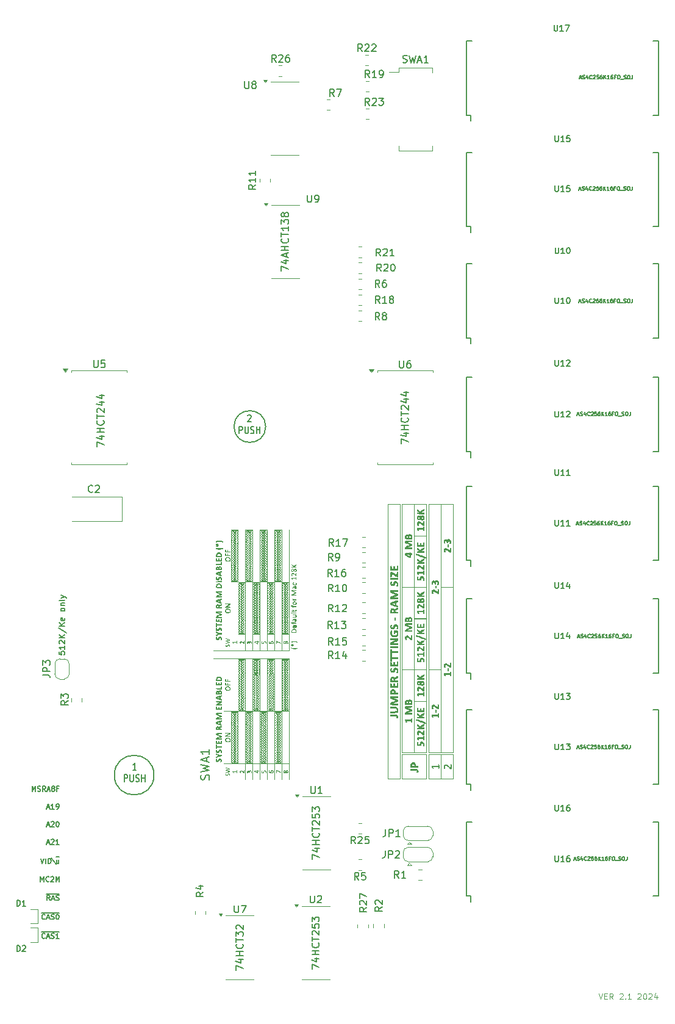
<source format=gbr>
%TF.GenerationSoftware,KiCad,Pcbnew,8.0.5*%
%TF.CreationDate,2024-11-24T09:32:11-04:00*%
%TF.ProjectId,RAMEXB_V21_Github,52414d45-5842-45f5-9632-315f47697468,rev?*%
%TF.SameCoordinates,Original*%
%TF.FileFunction,Legend,Top*%
%TF.FilePolarity,Positive*%
%FSLAX46Y46*%
G04 Gerber Fmt 4.6, Leading zero omitted, Abs format (unit mm)*
G04 Created by KiCad (PCBNEW 8.0.5) date 2024-11-24 09:32:11*
%MOMM*%
%LPD*%
G01*
G04 APERTURE LIST*
%ADD10C,0.150000*%
%ADD11C,0.120000*%
%ADD12C,0.127000*%
%ADD13C,0.203200*%
%ADD14C,0.200000*%
%ADD15C,0.000000*%
G04 APERTURE END LIST*
D10*
X190800000Y-71350000D02*
G75*
G02*
X186400000Y-71350000I-2200000J0D01*
G01*
X186400000Y-71350000D02*
G75*
G02*
X190800000Y-71350000I2200000J0D01*
G01*
X175294167Y-119702720D02*
G75*
G02*
X169794167Y-119702720I-2750000J0D01*
G01*
X169794167Y-119702720D02*
G75*
G02*
X175294167Y-119702720I2750000J0D01*
G01*
X158365349Y-121943640D02*
X158365349Y-121243640D01*
X158365349Y-121243640D02*
X158598683Y-121743640D01*
X158598683Y-121743640D02*
X158832016Y-121243640D01*
X158832016Y-121243640D02*
X158832016Y-121943640D01*
X159132016Y-121910307D02*
X159232016Y-121943640D01*
X159232016Y-121943640D02*
X159398683Y-121943640D01*
X159398683Y-121943640D02*
X159465349Y-121910307D01*
X159465349Y-121910307D02*
X159498683Y-121876973D01*
X159498683Y-121876973D02*
X159532016Y-121810307D01*
X159532016Y-121810307D02*
X159532016Y-121743640D01*
X159532016Y-121743640D02*
X159498683Y-121676973D01*
X159498683Y-121676973D02*
X159465349Y-121643640D01*
X159465349Y-121643640D02*
X159398683Y-121610307D01*
X159398683Y-121610307D02*
X159265349Y-121576973D01*
X159265349Y-121576973D02*
X159198683Y-121543640D01*
X159198683Y-121543640D02*
X159165349Y-121510307D01*
X159165349Y-121510307D02*
X159132016Y-121443640D01*
X159132016Y-121443640D02*
X159132016Y-121376973D01*
X159132016Y-121376973D02*
X159165349Y-121310307D01*
X159165349Y-121310307D02*
X159198683Y-121276973D01*
X159198683Y-121276973D02*
X159265349Y-121243640D01*
X159265349Y-121243640D02*
X159432016Y-121243640D01*
X159432016Y-121243640D02*
X159532016Y-121276973D01*
X160232016Y-121943640D02*
X159998683Y-121610307D01*
X159832016Y-121943640D02*
X159832016Y-121243640D01*
X159832016Y-121243640D02*
X160098683Y-121243640D01*
X160098683Y-121243640D02*
X160165350Y-121276973D01*
X160165350Y-121276973D02*
X160198683Y-121310307D01*
X160198683Y-121310307D02*
X160232016Y-121376973D01*
X160232016Y-121376973D02*
X160232016Y-121476973D01*
X160232016Y-121476973D02*
X160198683Y-121543640D01*
X160198683Y-121543640D02*
X160165350Y-121576973D01*
X160165350Y-121576973D02*
X160098683Y-121610307D01*
X160098683Y-121610307D02*
X159832016Y-121610307D01*
X160498683Y-121743640D02*
X160832016Y-121743640D01*
X160432016Y-121943640D02*
X160665350Y-121243640D01*
X160665350Y-121243640D02*
X160898683Y-121943640D01*
X161232016Y-121543640D02*
X161165350Y-121510307D01*
X161165350Y-121510307D02*
X161132016Y-121476973D01*
X161132016Y-121476973D02*
X161098683Y-121410307D01*
X161098683Y-121410307D02*
X161098683Y-121376973D01*
X161098683Y-121376973D02*
X161132016Y-121310307D01*
X161132016Y-121310307D02*
X161165350Y-121276973D01*
X161165350Y-121276973D02*
X161232016Y-121243640D01*
X161232016Y-121243640D02*
X161365350Y-121243640D01*
X161365350Y-121243640D02*
X161432016Y-121276973D01*
X161432016Y-121276973D02*
X161465350Y-121310307D01*
X161465350Y-121310307D02*
X161498683Y-121376973D01*
X161498683Y-121376973D02*
X161498683Y-121410307D01*
X161498683Y-121410307D02*
X161465350Y-121476973D01*
X161465350Y-121476973D02*
X161432016Y-121510307D01*
X161432016Y-121510307D02*
X161365350Y-121543640D01*
X161365350Y-121543640D02*
X161232016Y-121543640D01*
X161232016Y-121543640D02*
X161165350Y-121576973D01*
X161165350Y-121576973D02*
X161132016Y-121610307D01*
X161132016Y-121610307D02*
X161098683Y-121676973D01*
X161098683Y-121676973D02*
X161098683Y-121810307D01*
X161098683Y-121810307D02*
X161132016Y-121876973D01*
X161132016Y-121876973D02*
X161165350Y-121910307D01*
X161165350Y-121910307D02*
X161232016Y-121943640D01*
X161232016Y-121943640D02*
X161365350Y-121943640D01*
X161365350Y-121943640D02*
X161432016Y-121910307D01*
X161432016Y-121910307D02*
X161465350Y-121876973D01*
X161465350Y-121876973D02*
X161498683Y-121810307D01*
X161498683Y-121810307D02*
X161498683Y-121676973D01*
X161498683Y-121676973D02*
X161465350Y-121610307D01*
X161465350Y-121610307D02*
X161432016Y-121576973D01*
X161432016Y-121576973D02*
X161365350Y-121543640D01*
X162032017Y-121576973D02*
X161798683Y-121576973D01*
X161798683Y-121943640D02*
X161798683Y-121243640D01*
X161798683Y-121243640D02*
X162132017Y-121243640D01*
X160165349Y-142289866D02*
X160132016Y-142323200D01*
X160132016Y-142323200D02*
X160032016Y-142356533D01*
X160032016Y-142356533D02*
X159965349Y-142356533D01*
X159965349Y-142356533D02*
X159865349Y-142323200D01*
X159865349Y-142323200D02*
X159798683Y-142256533D01*
X159798683Y-142256533D02*
X159765349Y-142189866D01*
X159765349Y-142189866D02*
X159732016Y-142056533D01*
X159732016Y-142056533D02*
X159732016Y-141956533D01*
X159732016Y-141956533D02*
X159765349Y-141823200D01*
X159765349Y-141823200D02*
X159798683Y-141756533D01*
X159798683Y-141756533D02*
X159865349Y-141689866D01*
X159865349Y-141689866D02*
X159965349Y-141656533D01*
X159965349Y-141656533D02*
X160032016Y-141656533D01*
X160032016Y-141656533D02*
X160132016Y-141689866D01*
X160132016Y-141689866D02*
X160165349Y-141723200D01*
X160432016Y-142156533D02*
X160765349Y-142156533D01*
X160365349Y-142356533D02*
X160598683Y-141656533D01*
X160598683Y-141656533D02*
X160832016Y-142356533D01*
X161032016Y-142323200D02*
X161132016Y-142356533D01*
X161132016Y-142356533D02*
X161298683Y-142356533D01*
X161298683Y-142356533D02*
X161365349Y-142323200D01*
X161365349Y-142323200D02*
X161398683Y-142289866D01*
X161398683Y-142289866D02*
X161432016Y-142223200D01*
X161432016Y-142223200D02*
X161432016Y-142156533D01*
X161432016Y-142156533D02*
X161398683Y-142089866D01*
X161398683Y-142089866D02*
X161365349Y-142056533D01*
X161365349Y-142056533D02*
X161298683Y-142023200D01*
X161298683Y-142023200D02*
X161165349Y-141989866D01*
X161165349Y-141989866D02*
X161098683Y-141956533D01*
X161098683Y-141956533D02*
X161065349Y-141923200D01*
X161065349Y-141923200D02*
X161032016Y-141856533D01*
X161032016Y-141856533D02*
X161032016Y-141789866D01*
X161032016Y-141789866D02*
X161065349Y-141723200D01*
X161065349Y-141723200D02*
X161098683Y-141689866D01*
X161098683Y-141689866D02*
X161165349Y-141656533D01*
X161165349Y-141656533D02*
X161332016Y-141656533D01*
X161332016Y-141656533D02*
X161432016Y-141689866D01*
X162098683Y-142356533D02*
X161698683Y-142356533D01*
X161898683Y-142356533D02*
X161898683Y-141656533D01*
X161898683Y-141656533D02*
X161832016Y-141756533D01*
X161832016Y-141756533D02*
X161765350Y-141823200D01*
X161765350Y-141823200D02*
X161698683Y-141856533D01*
X159668683Y-141462200D02*
X162162017Y-141462200D01*
X162114295Y-102559887D02*
X162114295Y-102940839D01*
X162114295Y-102940839D02*
X162495247Y-102978935D01*
X162495247Y-102978935D02*
X162457152Y-102940839D01*
X162457152Y-102940839D02*
X162419057Y-102864649D01*
X162419057Y-102864649D02*
X162419057Y-102674173D01*
X162419057Y-102674173D02*
X162457152Y-102597982D01*
X162457152Y-102597982D02*
X162495247Y-102559887D01*
X162495247Y-102559887D02*
X162571438Y-102521792D01*
X162571438Y-102521792D02*
X162761914Y-102521792D01*
X162761914Y-102521792D02*
X162838104Y-102559887D01*
X162838104Y-102559887D02*
X162876200Y-102597982D01*
X162876200Y-102597982D02*
X162914295Y-102674173D01*
X162914295Y-102674173D02*
X162914295Y-102864649D01*
X162914295Y-102864649D02*
X162876200Y-102940839D01*
X162876200Y-102940839D02*
X162838104Y-102978935D01*
X162914295Y-101759887D02*
X162914295Y-102217030D01*
X162914295Y-101988458D02*
X162114295Y-101988458D01*
X162114295Y-101988458D02*
X162228580Y-102064649D01*
X162228580Y-102064649D02*
X162304771Y-102140839D01*
X162304771Y-102140839D02*
X162342866Y-102217030D01*
X162190485Y-101455125D02*
X162152390Y-101417029D01*
X162152390Y-101417029D02*
X162114295Y-101340839D01*
X162114295Y-101340839D02*
X162114295Y-101150363D01*
X162114295Y-101150363D02*
X162152390Y-101074172D01*
X162152390Y-101074172D02*
X162190485Y-101036077D01*
X162190485Y-101036077D02*
X162266676Y-100997982D01*
X162266676Y-100997982D02*
X162342866Y-100997982D01*
X162342866Y-100997982D02*
X162457152Y-101036077D01*
X162457152Y-101036077D02*
X162914295Y-101493220D01*
X162914295Y-101493220D02*
X162914295Y-100997982D01*
X162914295Y-100655124D02*
X162114295Y-100655124D01*
X162914295Y-100197981D02*
X162457152Y-100540839D01*
X162114295Y-100197981D02*
X162571438Y-100655124D01*
X162076200Y-99283696D02*
X163104771Y-99969410D01*
X162914295Y-99017029D02*
X162114295Y-99017029D01*
X162914295Y-98559886D02*
X162457152Y-98902744D01*
X162114295Y-98559886D02*
X162571438Y-99017029D01*
X162876200Y-97912267D02*
X162914295Y-97988458D01*
X162914295Y-97988458D02*
X162914295Y-98140839D01*
X162914295Y-98140839D02*
X162876200Y-98217029D01*
X162876200Y-98217029D02*
X162800009Y-98255125D01*
X162800009Y-98255125D02*
X162495247Y-98255125D01*
X162495247Y-98255125D02*
X162419057Y-98217029D01*
X162419057Y-98217029D02*
X162380961Y-98140839D01*
X162380961Y-98140839D02*
X162380961Y-97988458D01*
X162380961Y-97988458D02*
X162419057Y-97912267D01*
X162419057Y-97912267D02*
X162495247Y-97874172D01*
X162495247Y-97874172D02*
X162571438Y-97874172D01*
X162571438Y-97874172D02*
X162647628Y-98255125D01*
X162914295Y-96807506D02*
X162876200Y-96883696D01*
X162876200Y-96883696D02*
X162838104Y-96921791D01*
X162838104Y-96921791D02*
X162761914Y-96959887D01*
X162761914Y-96959887D02*
X162533342Y-96959887D01*
X162533342Y-96959887D02*
X162457152Y-96921791D01*
X162457152Y-96921791D02*
X162419057Y-96883696D01*
X162419057Y-96883696D02*
X162380961Y-96807506D01*
X162380961Y-96807506D02*
X162380961Y-96693220D01*
X162380961Y-96693220D02*
X162419057Y-96617029D01*
X162419057Y-96617029D02*
X162457152Y-96578934D01*
X162457152Y-96578934D02*
X162533342Y-96540839D01*
X162533342Y-96540839D02*
X162761914Y-96540839D01*
X162761914Y-96540839D02*
X162838104Y-96578934D01*
X162838104Y-96578934D02*
X162876200Y-96617029D01*
X162876200Y-96617029D02*
X162914295Y-96693220D01*
X162914295Y-96693220D02*
X162914295Y-96807506D01*
X162380961Y-96197981D02*
X162914295Y-96197981D01*
X162457152Y-96197981D02*
X162419057Y-96159886D01*
X162419057Y-96159886D02*
X162380961Y-96083696D01*
X162380961Y-96083696D02*
X162380961Y-95969410D01*
X162380961Y-95969410D02*
X162419057Y-95893219D01*
X162419057Y-95893219D02*
X162495247Y-95855124D01*
X162495247Y-95855124D02*
X162914295Y-95855124D01*
X162914295Y-95359886D02*
X162876200Y-95436076D01*
X162876200Y-95436076D02*
X162800009Y-95474171D01*
X162800009Y-95474171D02*
X162114295Y-95474171D01*
X162380961Y-95131314D02*
X162914295Y-94940838D01*
X162380961Y-94750361D02*
X162914295Y-94940838D01*
X162914295Y-94940838D02*
X163104771Y-95017028D01*
X163104771Y-95017028D02*
X163142866Y-95055123D01*
X163142866Y-95055123D02*
X163180961Y-95131314D01*
X159512016Y-134484196D02*
X159512016Y-133784196D01*
X159512016Y-133784196D02*
X159745350Y-134284196D01*
X159745350Y-134284196D02*
X159978683Y-133784196D01*
X159978683Y-133784196D02*
X159978683Y-134484196D01*
X160712016Y-134417529D02*
X160678683Y-134450863D01*
X160678683Y-134450863D02*
X160578683Y-134484196D01*
X160578683Y-134484196D02*
X160512016Y-134484196D01*
X160512016Y-134484196D02*
X160412016Y-134450863D01*
X160412016Y-134450863D02*
X160345350Y-134384196D01*
X160345350Y-134384196D02*
X160312016Y-134317529D01*
X160312016Y-134317529D02*
X160278683Y-134184196D01*
X160278683Y-134184196D02*
X160278683Y-134084196D01*
X160278683Y-134084196D02*
X160312016Y-133950863D01*
X160312016Y-133950863D02*
X160345350Y-133884196D01*
X160345350Y-133884196D02*
X160412016Y-133817529D01*
X160412016Y-133817529D02*
X160512016Y-133784196D01*
X160512016Y-133784196D02*
X160578683Y-133784196D01*
X160578683Y-133784196D02*
X160678683Y-133817529D01*
X160678683Y-133817529D02*
X160712016Y-133850863D01*
X160978683Y-133850863D02*
X161012016Y-133817529D01*
X161012016Y-133817529D02*
X161078683Y-133784196D01*
X161078683Y-133784196D02*
X161245350Y-133784196D01*
X161245350Y-133784196D02*
X161312016Y-133817529D01*
X161312016Y-133817529D02*
X161345350Y-133850863D01*
X161345350Y-133850863D02*
X161378683Y-133917529D01*
X161378683Y-133917529D02*
X161378683Y-133984196D01*
X161378683Y-133984196D02*
X161345350Y-134084196D01*
X161345350Y-134084196D02*
X160945350Y-134484196D01*
X160945350Y-134484196D02*
X161378683Y-134484196D01*
X161678683Y-134484196D02*
X161678683Y-133784196D01*
X161678683Y-133784196D02*
X161912017Y-134284196D01*
X161912017Y-134284196D02*
X162145350Y-133784196D01*
X162145350Y-133784196D02*
X162145350Y-134484196D01*
X160432016Y-126655196D02*
X160765349Y-126655196D01*
X160365349Y-126855196D02*
X160598683Y-126155196D01*
X160598683Y-126155196D02*
X160832016Y-126855196D01*
X161032016Y-126221863D02*
X161065349Y-126188529D01*
X161065349Y-126188529D02*
X161132016Y-126155196D01*
X161132016Y-126155196D02*
X161298683Y-126155196D01*
X161298683Y-126155196D02*
X161365349Y-126188529D01*
X161365349Y-126188529D02*
X161398683Y-126221863D01*
X161398683Y-126221863D02*
X161432016Y-126288529D01*
X161432016Y-126288529D02*
X161432016Y-126355196D01*
X161432016Y-126355196D02*
X161398683Y-126455196D01*
X161398683Y-126455196D02*
X160998683Y-126855196D01*
X160998683Y-126855196D02*
X161432016Y-126855196D01*
X161865350Y-126155196D02*
X161932016Y-126155196D01*
X161932016Y-126155196D02*
X161998683Y-126188529D01*
X161998683Y-126188529D02*
X162032016Y-126221863D01*
X162032016Y-126221863D02*
X162065350Y-126288529D01*
X162065350Y-126288529D02*
X162098683Y-126421863D01*
X162098683Y-126421863D02*
X162098683Y-126588529D01*
X162098683Y-126588529D02*
X162065350Y-126721863D01*
X162065350Y-126721863D02*
X162032016Y-126788529D01*
X162032016Y-126788529D02*
X161998683Y-126821863D01*
X161998683Y-126821863D02*
X161932016Y-126855196D01*
X161932016Y-126855196D02*
X161865350Y-126855196D01*
X161865350Y-126855196D02*
X161798683Y-126821863D01*
X161798683Y-126821863D02*
X161765350Y-126788529D01*
X161765350Y-126788529D02*
X161732016Y-126721863D01*
X161732016Y-126721863D02*
X161698683Y-126588529D01*
X161698683Y-126588529D02*
X161698683Y-126421863D01*
X161698683Y-126421863D02*
X161732016Y-126288529D01*
X161732016Y-126288529D02*
X161765350Y-126221863D01*
X161765350Y-126221863D02*
X161798683Y-126188529D01*
X161798683Y-126188529D02*
X161865350Y-126155196D01*
X159565350Y-131258418D02*
X159798684Y-131958418D01*
X159798684Y-131958418D02*
X160032017Y-131258418D01*
X160265350Y-131958418D02*
X160265350Y-131258418D01*
X160598683Y-131958418D02*
X160598683Y-131258418D01*
X160598683Y-131258418D02*
X160765350Y-131258418D01*
X160765350Y-131258418D02*
X160865350Y-131291751D01*
X160865350Y-131291751D02*
X160932017Y-131358418D01*
X160932017Y-131358418D02*
X160965350Y-131425085D01*
X160965350Y-131425085D02*
X160998683Y-131558418D01*
X160998683Y-131558418D02*
X160998683Y-131658418D01*
X160998683Y-131658418D02*
X160965350Y-131791751D01*
X160965350Y-131791751D02*
X160932017Y-131858418D01*
X160932017Y-131858418D02*
X160865350Y-131925085D01*
X160865350Y-131925085D02*
X160765350Y-131958418D01*
X160765350Y-131958418D02*
X160598683Y-131958418D01*
X161065350Y-131191751D02*
X161665350Y-132091751D01*
X162065350Y-131491751D02*
X162065350Y-131958418D01*
X161765350Y-131491751D02*
X161765350Y-131858418D01*
X161765350Y-131858418D02*
X161798684Y-131925085D01*
X161798684Y-131925085D02*
X161865350Y-131958418D01*
X161865350Y-131958418D02*
X161965350Y-131958418D01*
X161965350Y-131958418D02*
X162032017Y-131925085D01*
X162032017Y-131925085D02*
X162065350Y-131891751D01*
X161668684Y-131064085D02*
X162162017Y-131064085D01*
X160832016Y-137061640D02*
X160598683Y-136728307D01*
X160432016Y-137061640D02*
X160432016Y-136361640D01*
X160432016Y-136361640D02*
X160698683Y-136361640D01*
X160698683Y-136361640D02*
X160765350Y-136394973D01*
X160765350Y-136394973D02*
X160798683Y-136428307D01*
X160798683Y-136428307D02*
X160832016Y-136494973D01*
X160832016Y-136494973D02*
X160832016Y-136594973D01*
X160832016Y-136594973D02*
X160798683Y-136661640D01*
X160798683Y-136661640D02*
X160765350Y-136694973D01*
X160765350Y-136694973D02*
X160698683Y-136728307D01*
X160698683Y-136728307D02*
X160432016Y-136728307D01*
X161098683Y-136861640D02*
X161432016Y-136861640D01*
X161032016Y-137061640D02*
X161265350Y-136361640D01*
X161265350Y-136361640D02*
X161498683Y-137061640D01*
X161698683Y-137028307D02*
X161798683Y-137061640D01*
X161798683Y-137061640D02*
X161965350Y-137061640D01*
X161965350Y-137061640D02*
X162032016Y-137028307D01*
X162032016Y-137028307D02*
X162065350Y-136994973D01*
X162065350Y-136994973D02*
X162098683Y-136928307D01*
X162098683Y-136928307D02*
X162098683Y-136861640D01*
X162098683Y-136861640D02*
X162065350Y-136794973D01*
X162065350Y-136794973D02*
X162032016Y-136761640D01*
X162032016Y-136761640D02*
X161965350Y-136728307D01*
X161965350Y-136728307D02*
X161832016Y-136694973D01*
X161832016Y-136694973D02*
X161765350Y-136661640D01*
X161765350Y-136661640D02*
X161732016Y-136628307D01*
X161732016Y-136628307D02*
X161698683Y-136561640D01*
X161698683Y-136561640D02*
X161698683Y-136494973D01*
X161698683Y-136494973D02*
X161732016Y-136428307D01*
X161732016Y-136428307D02*
X161765350Y-136394973D01*
X161765350Y-136394973D02*
X161832016Y-136361640D01*
X161832016Y-136361640D02*
X161998683Y-136361640D01*
X161998683Y-136361640D02*
X162098683Y-136394973D01*
X160335350Y-136167307D02*
X162162017Y-136167307D01*
X160432016Y-124199418D02*
X160765349Y-124199418D01*
X160365349Y-124399418D02*
X160598683Y-123699418D01*
X160598683Y-123699418D02*
X160832016Y-124399418D01*
X161432016Y-124399418D02*
X161032016Y-124399418D01*
X161232016Y-124399418D02*
X161232016Y-123699418D01*
X161232016Y-123699418D02*
X161165349Y-123799418D01*
X161165349Y-123799418D02*
X161098683Y-123866085D01*
X161098683Y-123866085D02*
X161032016Y-123899418D01*
X161765350Y-124399418D02*
X161898683Y-124399418D01*
X161898683Y-124399418D02*
X161965350Y-124366085D01*
X161965350Y-124366085D02*
X161998683Y-124332751D01*
X161998683Y-124332751D02*
X162065350Y-124232751D01*
X162065350Y-124232751D02*
X162098683Y-124099418D01*
X162098683Y-124099418D02*
X162098683Y-123832751D01*
X162098683Y-123832751D02*
X162065350Y-123766085D01*
X162065350Y-123766085D02*
X162032016Y-123732751D01*
X162032016Y-123732751D02*
X161965350Y-123699418D01*
X161965350Y-123699418D02*
X161832016Y-123699418D01*
X161832016Y-123699418D02*
X161765350Y-123732751D01*
X161765350Y-123732751D02*
X161732016Y-123766085D01*
X161732016Y-123766085D02*
X161698683Y-123832751D01*
X161698683Y-123832751D02*
X161698683Y-123999418D01*
X161698683Y-123999418D02*
X161732016Y-124066085D01*
X161732016Y-124066085D02*
X161765350Y-124099418D01*
X161765350Y-124099418D02*
X161832016Y-124132751D01*
X161832016Y-124132751D02*
X161965350Y-124132751D01*
X161965350Y-124132751D02*
X162032016Y-124099418D01*
X162032016Y-124099418D02*
X162065350Y-124066085D01*
X162065350Y-124066085D02*
X162098683Y-123999418D01*
X172828571Y-119009875D02*
X172371428Y-119009875D01*
X172600000Y-119009875D02*
X172600000Y-118009875D01*
X172600000Y-118009875D02*
X172523809Y-118152732D01*
X172523809Y-118152732D02*
X172447619Y-118247970D01*
X172447619Y-118247970D02*
X172371428Y-118295589D01*
X171171429Y-120619819D02*
X171171429Y-119619819D01*
X171171429Y-119619819D02*
X171476191Y-119619819D01*
X171476191Y-119619819D02*
X171552381Y-119667438D01*
X171552381Y-119667438D02*
X171590476Y-119715057D01*
X171590476Y-119715057D02*
X171628572Y-119810295D01*
X171628572Y-119810295D02*
X171628572Y-119953152D01*
X171628572Y-119953152D02*
X171590476Y-120048390D01*
X171590476Y-120048390D02*
X171552381Y-120096009D01*
X171552381Y-120096009D02*
X171476191Y-120143628D01*
X171476191Y-120143628D02*
X171171429Y-120143628D01*
X171971429Y-119619819D02*
X171971429Y-120429342D01*
X171971429Y-120429342D02*
X172009524Y-120524580D01*
X172009524Y-120524580D02*
X172047619Y-120572200D01*
X172047619Y-120572200D02*
X172123810Y-120619819D01*
X172123810Y-120619819D02*
X172276191Y-120619819D01*
X172276191Y-120619819D02*
X172352381Y-120572200D01*
X172352381Y-120572200D02*
X172390476Y-120524580D01*
X172390476Y-120524580D02*
X172428572Y-120429342D01*
X172428572Y-120429342D02*
X172428572Y-119619819D01*
X172771428Y-120572200D02*
X172885714Y-120619819D01*
X172885714Y-120619819D02*
X173076190Y-120619819D01*
X173076190Y-120619819D02*
X173152381Y-120572200D01*
X173152381Y-120572200D02*
X173190476Y-120524580D01*
X173190476Y-120524580D02*
X173228571Y-120429342D01*
X173228571Y-120429342D02*
X173228571Y-120334104D01*
X173228571Y-120334104D02*
X173190476Y-120238866D01*
X173190476Y-120238866D02*
X173152381Y-120191247D01*
X173152381Y-120191247D02*
X173076190Y-120143628D01*
X173076190Y-120143628D02*
X172923809Y-120096009D01*
X172923809Y-120096009D02*
X172847619Y-120048390D01*
X172847619Y-120048390D02*
X172809524Y-120000771D01*
X172809524Y-120000771D02*
X172771428Y-119905533D01*
X172771428Y-119905533D02*
X172771428Y-119810295D01*
X172771428Y-119810295D02*
X172809524Y-119715057D01*
X172809524Y-119715057D02*
X172847619Y-119667438D01*
X172847619Y-119667438D02*
X172923809Y-119619819D01*
X172923809Y-119619819D02*
X173114286Y-119619819D01*
X173114286Y-119619819D02*
X173228571Y-119667438D01*
X173571429Y-120619819D02*
X173571429Y-119619819D01*
X173571429Y-120096009D02*
X174028572Y-120096009D01*
X174028572Y-120619819D02*
X174028572Y-119619819D01*
X188321428Y-69805113D02*
X188359524Y-69757494D01*
X188359524Y-69757494D02*
X188435714Y-69709875D01*
X188435714Y-69709875D02*
X188626190Y-69709875D01*
X188626190Y-69709875D02*
X188702381Y-69757494D01*
X188702381Y-69757494D02*
X188740476Y-69805113D01*
X188740476Y-69805113D02*
X188778571Y-69900351D01*
X188778571Y-69900351D02*
X188778571Y-69995589D01*
X188778571Y-69995589D02*
X188740476Y-70138446D01*
X188740476Y-70138446D02*
X188283333Y-70709875D01*
X188283333Y-70709875D02*
X188778571Y-70709875D01*
X187121429Y-72319819D02*
X187121429Y-71319819D01*
X187121429Y-71319819D02*
X187426191Y-71319819D01*
X187426191Y-71319819D02*
X187502381Y-71367438D01*
X187502381Y-71367438D02*
X187540476Y-71415057D01*
X187540476Y-71415057D02*
X187578572Y-71510295D01*
X187578572Y-71510295D02*
X187578572Y-71653152D01*
X187578572Y-71653152D02*
X187540476Y-71748390D01*
X187540476Y-71748390D02*
X187502381Y-71796009D01*
X187502381Y-71796009D02*
X187426191Y-71843628D01*
X187426191Y-71843628D02*
X187121429Y-71843628D01*
X187921429Y-71319819D02*
X187921429Y-72129342D01*
X187921429Y-72129342D02*
X187959524Y-72224580D01*
X187959524Y-72224580D02*
X187997619Y-72272200D01*
X187997619Y-72272200D02*
X188073810Y-72319819D01*
X188073810Y-72319819D02*
X188226191Y-72319819D01*
X188226191Y-72319819D02*
X188302381Y-72272200D01*
X188302381Y-72272200D02*
X188340476Y-72224580D01*
X188340476Y-72224580D02*
X188378572Y-72129342D01*
X188378572Y-72129342D02*
X188378572Y-71319819D01*
X188721428Y-72272200D02*
X188835714Y-72319819D01*
X188835714Y-72319819D02*
X189026190Y-72319819D01*
X189026190Y-72319819D02*
X189102381Y-72272200D01*
X189102381Y-72272200D02*
X189140476Y-72224580D01*
X189140476Y-72224580D02*
X189178571Y-72129342D01*
X189178571Y-72129342D02*
X189178571Y-72034104D01*
X189178571Y-72034104D02*
X189140476Y-71938866D01*
X189140476Y-71938866D02*
X189102381Y-71891247D01*
X189102381Y-71891247D02*
X189026190Y-71843628D01*
X189026190Y-71843628D02*
X188873809Y-71796009D01*
X188873809Y-71796009D02*
X188797619Y-71748390D01*
X188797619Y-71748390D02*
X188759524Y-71700771D01*
X188759524Y-71700771D02*
X188721428Y-71605533D01*
X188721428Y-71605533D02*
X188721428Y-71510295D01*
X188721428Y-71510295D02*
X188759524Y-71415057D01*
X188759524Y-71415057D02*
X188797619Y-71367438D01*
X188797619Y-71367438D02*
X188873809Y-71319819D01*
X188873809Y-71319819D02*
X189064286Y-71319819D01*
X189064286Y-71319819D02*
X189178571Y-71367438D01*
X189521429Y-72319819D02*
X189521429Y-71319819D01*
X189521429Y-71796009D02*
X189978572Y-71796009D01*
X189978572Y-72319819D02*
X189978572Y-71319819D01*
X182922456Y-120352546D02*
X182979598Y-120181118D01*
X182979598Y-120181118D02*
X182979598Y-119895403D01*
X182979598Y-119895403D02*
X182922456Y-119781118D01*
X182922456Y-119781118D02*
X182865313Y-119723975D01*
X182865313Y-119723975D02*
X182751027Y-119666832D01*
X182751027Y-119666832D02*
X182636741Y-119666832D01*
X182636741Y-119666832D02*
X182522456Y-119723975D01*
X182522456Y-119723975D02*
X182465313Y-119781118D01*
X182465313Y-119781118D02*
X182408170Y-119895403D01*
X182408170Y-119895403D02*
X182351027Y-120123975D01*
X182351027Y-120123975D02*
X182293884Y-120238260D01*
X182293884Y-120238260D02*
X182236741Y-120295403D01*
X182236741Y-120295403D02*
X182122456Y-120352546D01*
X182122456Y-120352546D02*
X182008170Y-120352546D01*
X182008170Y-120352546D02*
X181893884Y-120295403D01*
X181893884Y-120295403D02*
X181836741Y-120238260D01*
X181836741Y-120238260D02*
X181779598Y-120123975D01*
X181779598Y-120123975D02*
X181779598Y-119838260D01*
X181779598Y-119838260D02*
X181836741Y-119666832D01*
X181779598Y-119266832D02*
X182979598Y-118981118D01*
X182979598Y-118981118D02*
X182122456Y-118752546D01*
X182122456Y-118752546D02*
X182979598Y-118523975D01*
X182979598Y-118523975D02*
X181779598Y-118238261D01*
X182636741Y-117838260D02*
X182636741Y-117266832D01*
X182979598Y-117952546D02*
X181779598Y-117552546D01*
X181779598Y-117552546D02*
X182979598Y-117152546D01*
X182979598Y-116123975D02*
X182979598Y-116809689D01*
X182979598Y-116466832D02*
X181779598Y-116466832D01*
X181779598Y-116466832D02*
X181951027Y-116581118D01*
X181951027Y-116581118D02*
X182065313Y-116695403D01*
X182065313Y-116695403D02*
X182122456Y-116809689D01*
X160165349Y-139642417D02*
X160132016Y-139675751D01*
X160132016Y-139675751D02*
X160032016Y-139709084D01*
X160032016Y-139709084D02*
X159965349Y-139709084D01*
X159965349Y-139709084D02*
X159865349Y-139675751D01*
X159865349Y-139675751D02*
X159798683Y-139609084D01*
X159798683Y-139609084D02*
X159765349Y-139542417D01*
X159765349Y-139542417D02*
X159732016Y-139409084D01*
X159732016Y-139409084D02*
X159732016Y-139309084D01*
X159732016Y-139309084D02*
X159765349Y-139175751D01*
X159765349Y-139175751D02*
X159798683Y-139109084D01*
X159798683Y-139109084D02*
X159865349Y-139042417D01*
X159865349Y-139042417D02*
X159965349Y-139009084D01*
X159965349Y-139009084D02*
X160032016Y-139009084D01*
X160032016Y-139009084D02*
X160132016Y-139042417D01*
X160132016Y-139042417D02*
X160165349Y-139075751D01*
X160432016Y-139509084D02*
X160765349Y-139509084D01*
X160365349Y-139709084D02*
X160598683Y-139009084D01*
X160598683Y-139009084D02*
X160832016Y-139709084D01*
X161032016Y-139675751D02*
X161132016Y-139709084D01*
X161132016Y-139709084D02*
X161298683Y-139709084D01*
X161298683Y-139709084D02*
X161365349Y-139675751D01*
X161365349Y-139675751D02*
X161398683Y-139642417D01*
X161398683Y-139642417D02*
X161432016Y-139575751D01*
X161432016Y-139575751D02*
X161432016Y-139509084D01*
X161432016Y-139509084D02*
X161398683Y-139442417D01*
X161398683Y-139442417D02*
X161365349Y-139409084D01*
X161365349Y-139409084D02*
X161298683Y-139375751D01*
X161298683Y-139375751D02*
X161165349Y-139342417D01*
X161165349Y-139342417D02*
X161098683Y-139309084D01*
X161098683Y-139309084D02*
X161065349Y-139275751D01*
X161065349Y-139275751D02*
X161032016Y-139209084D01*
X161032016Y-139209084D02*
X161032016Y-139142417D01*
X161032016Y-139142417D02*
X161065349Y-139075751D01*
X161065349Y-139075751D02*
X161098683Y-139042417D01*
X161098683Y-139042417D02*
X161165349Y-139009084D01*
X161165349Y-139009084D02*
X161332016Y-139009084D01*
X161332016Y-139009084D02*
X161432016Y-139042417D01*
X161865350Y-139009084D02*
X161932016Y-139009084D01*
X161932016Y-139009084D02*
X161998683Y-139042417D01*
X161998683Y-139042417D02*
X162032016Y-139075751D01*
X162032016Y-139075751D02*
X162065350Y-139142417D01*
X162065350Y-139142417D02*
X162098683Y-139275751D01*
X162098683Y-139275751D02*
X162098683Y-139442417D01*
X162098683Y-139442417D02*
X162065350Y-139575751D01*
X162065350Y-139575751D02*
X162032016Y-139642417D01*
X162032016Y-139642417D02*
X161998683Y-139675751D01*
X161998683Y-139675751D02*
X161932016Y-139709084D01*
X161932016Y-139709084D02*
X161865350Y-139709084D01*
X161865350Y-139709084D02*
X161798683Y-139675751D01*
X161798683Y-139675751D02*
X161765350Y-139642417D01*
X161765350Y-139642417D02*
X161732016Y-139575751D01*
X161732016Y-139575751D02*
X161698683Y-139442417D01*
X161698683Y-139442417D02*
X161698683Y-139275751D01*
X161698683Y-139275751D02*
X161732016Y-139142417D01*
X161732016Y-139142417D02*
X161765350Y-139075751D01*
X161765350Y-139075751D02*
X161798683Y-139042417D01*
X161798683Y-139042417D02*
X161865350Y-139009084D01*
X159668683Y-138814751D02*
X162162017Y-138814751D01*
D11*
X237055137Y-149995855D02*
X237321804Y-150795855D01*
X237321804Y-150795855D02*
X237588470Y-149995855D01*
X237855137Y-150376807D02*
X238121803Y-150376807D01*
X238236089Y-150795855D02*
X237855137Y-150795855D01*
X237855137Y-150795855D02*
X237855137Y-149995855D01*
X237855137Y-149995855D02*
X238236089Y-149995855D01*
X239036090Y-150795855D02*
X238769423Y-150414902D01*
X238578947Y-150795855D02*
X238578947Y-149995855D01*
X238578947Y-149995855D02*
X238883709Y-149995855D01*
X238883709Y-149995855D02*
X238959899Y-150033950D01*
X238959899Y-150033950D02*
X238997994Y-150072045D01*
X238997994Y-150072045D02*
X239036090Y-150148236D01*
X239036090Y-150148236D02*
X239036090Y-150262521D01*
X239036090Y-150262521D02*
X238997994Y-150338712D01*
X238997994Y-150338712D02*
X238959899Y-150376807D01*
X238959899Y-150376807D02*
X238883709Y-150414902D01*
X238883709Y-150414902D02*
X238578947Y-150414902D01*
X239950375Y-150072045D02*
X239988471Y-150033950D01*
X239988471Y-150033950D02*
X240064661Y-149995855D01*
X240064661Y-149995855D02*
X240255137Y-149995855D01*
X240255137Y-149995855D02*
X240331328Y-150033950D01*
X240331328Y-150033950D02*
X240369423Y-150072045D01*
X240369423Y-150072045D02*
X240407518Y-150148236D01*
X240407518Y-150148236D02*
X240407518Y-150224426D01*
X240407518Y-150224426D02*
X240369423Y-150338712D01*
X240369423Y-150338712D02*
X239912280Y-150795855D01*
X239912280Y-150795855D02*
X240407518Y-150795855D01*
X240750376Y-150719664D02*
X240788471Y-150757760D01*
X240788471Y-150757760D02*
X240750376Y-150795855D01*
X240750376Y-150795855D02*
X240712280Y-150757760D01*
X240712280Y-150757760D02*
X240750376Y-150719664D01*
X240750376Y-150719664D02*
X240750376Y-150795855D01*
X241550375Y-150795855D02*
X241093232Y-150795855D01*
X241321804Y-150795855D02*
X241321804Y-149995855D01*
X241321804Y-149995855D02*
X241245613Y-150110140D01*
X241245613Y-150110140D02*
X241169423Y-150186331D01*
X241169423Y-150186331D02*
X241093232Y-150224426D01*
X242464661Y-150072045D02*
X242502757Y-150033950D01*
X242502757Y-150033950D02*
X242578947Y-149995855D01*
X242578947Y-149995855D02*
X242769423Y-149995855D01*
X242769423Y-149995855D02*
X242845614Y-150033950D01*
X242845614Y-150033950D02*
X242883709Y-150072045D01*
X242883709Y-150072045D02*
X242921804Y-150148236D01*
X242921804Y-150148236D02*
X242921804Y-150224426D01*
X242921804Y-150224426D02*
X242883709Y-150338712D01*
X242883709Y-150338712D02*
X242426566Y-150795855D01*
X242426566Y-150795855D02*
X242921804Y-150795855D01*
X243417043Y-149995855D02*
X243493233Y-149995855D01*
X243493233Y-149995855D02*
X243569424Y-150033950D01*
X243569424Y-150033950D02*
X243607519Y-150072045D01*
X243607519Y-150072045D02*
X243645614Y-150148236D01*
X243645614Y-150148236D02*
X243683709Y-150300617D01*
X243683709Y-150300617D02*
X243683709Y-150491093D01*
X243683709Y-150491093D02*
X243645614Y-150643474D01*
X243645614Y-150643474D02*
X243607519Y-150719664D01*
X243607519Y-150719664D02*
X243569424Y-150757760D01*
X243569424Y-150757760D02*
X243493233Y-150795855D01*
X243493233Y-150795855D02*
X243417043Y-150795855D01*
X243417043Y-150795855D02*
X243340852Y-150757760D01*
X243340852Y-150757760D02*
X243302757Y-150719664D01*
X243302757Y-150719664D02*
X243264662Y-150643474D01*
X243264662Y-150643474D02*
X243226566Y-150491093D01*
X243226566Y-150491093D02*
X243226566Y-150300617D01*
X243226566Y-150300617D02*
X243264662Y-150148236D01*
X243264662Y-150148236D02*
X243302757Y-150072045D01*
X243302757Y-150072045D02*
X243340852Y-150033950D01*
X243340852Y-150033950D02*
X243417043Y-149995855D01*
X243988471Y-150072045D02*
X244026567Y-150033950D01*
X244026567Y-150033950D02*
X244102757Y-149995855D01*
X244102757Y-149995855D02*
X244293233Y-149995855D01*
X244293233Y-149995855D02*
X244369424Y-150033950D01*
X244369424Y-150033950D02*
X244407519Y-150072045D01*
X244407519Y-150072045D02*
X244445614Y-150148236D01*
X244445614Y-150148236D02*
X244445614Y-150224426D01*
X244445614Y-150224426D02*
X244407519Y-150338712D01*
X244407519Y-150338712D02*
X243950376Y-150795855D01*
X243950376Y-150795855D02*
X244445614Y-150795855D01*
X245131329Y-150262521D02*
X245131329Y-150795855D01*
X244940853Y-149957760D02*
X244750376Y-150529188D01*
X244750376Y-150529188D02*
X245245615Y-150529188D01*
D10*
X160432016Y-129110974D02*
X160765349Y-129110974D01*
X160365349Y-129310974D02*
X160598683Y-128610974D01*
X160598683Y-128610974D02*
X160832016Y-129310974D01*
X161032016Y-128677641D02*
X161065349Y-128644307D01*
X161065349Y-128644307D02*
X161132016Y-128610974D01*
X161132016Y-128610974D02*
X161298683Y-128610974D01*
X161298683Y-128610974D02*
X161365349Y-128644307D01*
X161365349Y-128644307D02*
X161398683Y-128677641D01*
X161398683Y-128677641D02*
X161432016Y-128744307D01*
X161432016Y-128744307D02*
X161432016Y-128810974D01*
X161432016Y-128810974D02*
X161398683Y-128910974D01*
X161398683Y-128910974D02*
X160998683Y-129310974D01*
X160998683Y-129310974D02*
X161432016Y-129310974D01*
X162098683Y-129310974D02*
X161698683Y-129310974D01*
X161898683Y-129310974D02*
X161898683Y-128610974D01*
X161898683Y-128610974D02*
X161832016Y-128710974D01*
X161832016Y-128710974D02*
X161765350Y-128777641D01*
X161765350Y-128777641D02*
X161698683Y-128810974D01*
X203257142Y-129204819D02*
X202923809Y-128728628D01*
X202685714Y-129204819D02*
X202685714Y-128204819D01*
X202685714Y-128204819D02*
X203066666Y-128204819D01*
X203066666Y-128204819D02*
X203161904Y-128252438D01*
X203161904Y-128252438D02*
X203209523Y-128300057D01*
X203209523Y-128300057D02*
X203257142Y-128395295D01*
X203257142Y-128395295D02*
X203257142Y-128538152D01*
X203257142Y-128538152D02*
X203209523Y-128633390D01*
X203209523Y-128633390D02*
X203161904Y-128681009D01*
X203161904Y-128681009D02*
X203066666Y-128728628D01*
X203066666Y-128728628D02*
X202685714Y-128728628D01*
X203638095Y-128300057D02*
X203685714Y-128252438D01*
X203685714Y-128252438D02*
X203780952Y-128204819D01*
X203780952Y-128204819D02*
X204019047Y-128204819D01*
X204019047Y-128204819D02*
X204114285Y-128252438D01*
X204114285Y-128252438D02*
X204161904Y-128300057D01*
X204161904Y-128300057D02*
X204209523Y-128395295D01*
X204209523Y-128395295D02*
X204209523Y-128490533D01*
X204209523Y-128490533D02*
X204161904Y-128633390D01*
X204161904Y-128633390D02*
X203590476Y-129204819D01*
X203590476Y-129204819D02*
X204209523Y-129204819D01*
X205114285Y-128204819D02*
X204638095Y-128204819D01*
X204638095Y-128204819D02*
X204590476Y-128681009D01*
X204590476Y-128681009D02*
X204638095Y-128633390D01*
X204638095Y-128633390D02*
X204733333Y-128585771D01*
X204733333Y-128585771D02*
X204971428Y-128585771D01*
X204971428Y-128585771D02*
X205066666Y-128633390D01*
X205066666Y-128633390D02*
X205114285Y-128681009D01*
X205114285Y-128681009D02*
X205161904Y-128776247D01*
X205161904Y-128776247D02*
X205161904Y-129014342D01*
X205161904Y-129014342D02*
X205114285Y-129109580D01*
X205114285Y-129109580D02*
X205066666Y-129157200D01*
X205066666Y-129157200D02*
X204971428Y-129204819D01*
X204971428Y-129204819D02*
X204733333Y-129204819D01*
X204733333Y-129204819D02*
X204638095Y-129157200D01*
X204638095Y-129157200D02*
X204590476Y-129109580D01*
D12*
X234368854Y-22978563D02*
X234610759Y-22978563D01*
X234320473Y-23123706D02*
X234489807Y-22615706D01*
X234489807Y-22615706D02*
X234659140Y-23123706D01*
X234804283Y-23099516D02*
X234876855Y-23123706D01*
X234876855Y-23123706D02*
X234997807Y-23123706D01*
X234997807Y-23123706D02*
X235046188Y-23099516D01*
X235046188Y-23099516D02*
X235070379Y-23075325D01*
X235070379Y-23075325D02*
X235094569Y-23026944D01*
X235094569Y-23026944D02*
X235094569Y-22978563D01*
X235094569Y-22978563D02*
X235070379Y-22930182D01*
X235070379Y-22930182D02*
X235046188Y-22905992D01*
X235046188Y-22905992D02*
X234997807Y-22881801D01*
X234997807Y-22881801D02*
X234901045Y-22857611D01*
X234901045Y-22857611D02*
X234852664Y-22833420D01*
X234852664Y-22833420D02*
X234828474Y-22809230D01*
X234828474Y-22809230D02*
X234804283Y-22760849D01*
X234804283Y-22760849D02*
X234804283Y-22712468D01*
X234804283Y-22712468D02*
X234828474Y-22664087D01*
X234828474Y-22664087D02*
X234852664Y-22639896D01*
X234852664Y-22639896D02*
X234901045Y-22615706D01*
X234901045Y-22615706D02*
X235021998Y-22615706D01*
X235021998Y-22615706D02*
X235094569Y-22639896D01*
X235529998Y-22785039D02*
X235529998Y-23123706D01*
X235409046Y-22591516D02*
X235288093Y-22954373D01*
X235288093Y-22954373D02*
X235602570Y-22954373D01*
X236086380Y-23075325D02*
X236062189Y-23099516D01*
X236062189Y-23099516D02*
X235989618Y-23123706D01*
X235989618Y-23123706D02*
X235941237Y-23123706D01*
X235941237Y-23123706D02*
X235868665Y-23099516D01*
X235868665Y-23099516D02*
X235820284Y-23051135D01*
X235820284Y-23051135D02*
X235796094Y-23002754D01*
X235796094Y-23002754D02*
X235771903Y-22905992D01*
X235771903Y-22905992D02*
X235771903Y-22833420D01*
X235771903Y-22833420D02*
X235796094Y-22736658D01*
X235796094Y-22736658D02*
X235820284Y-22688277D01*
X235820284Y-22688277D02*
X235868665Y-22639896D01*
X235868665Y-22639896D02*
X235941237Y-22615706D01*
X235941237Y-22615706D02*
X235989618Y-22615706D01*
X235989618Y-22615706D02*
X236062189Y-22639896D01*
X236062189Y-22639896D02*
X236086380Y-22664087D01*
X236279903Y-22664087D02*
X236304094Y-22639896D01*
X236304094Y-22639896D02*
X236352475Y-22615706D01*
X236352475Y-22615706D02*
X236473427Y-22615706D01*
X236473427Y-22615706D02*
X236521808Y-22639896D01*
X236521808Y-22639896D02*
X236545999Y-22664087D01*
X236545999Y-22664087D02*
X236570189Y-22712468D01*
X236570189Y-22712468D02*
X236570189Y-22760849D01*
X236570189Y-22760849D02*
X236545999Y-22833420D01*
X236545999Y-22833420D02*
X236255713Y-23123706D01*
X236255713Y-23123706D02*
X236570189Y-23123706D01*
X237029809Y-22615706D02*
X236787904Y-22615706D01*
X236787904Y-22615706D02*
X236763713Y-22857611D01*
X236763713Y-22857611D02*
X236787904Y-22833420D01*
X236787904Y-22833420D02*
X236836285Y-22809230D01*
X236836285Y-22809230D02*
X236957237Y-22809230D01*
X236957237Y-22809230D02*
X237005618Y-22833420D01*
X237005618Y-22833420D02*
X237029809Y-22857611D01*
X237029809Y-22857611D02*
X237053999Y-22905992D01*
X237053999Y-22905992D02*
X237053999Y-23026944D01*
X237053999Y-23026944D02*
X237029809Y-23075325D01*
X237029809Y-23075325D02*
X237005618Y-23099516D01*
X237005618Y-23099516D02*
X236957237Y-23123706D01*
X236957237Y-23123706D02*
X236836285Y-23123706D01*
X236836285Y-23123706D02*
X236787904Y-23099516D01*
X236787904Y-23099516D02*
X236763713Y-23075325D01*
X237489428Y-22615706D02*
X237392666Y-22615706D01*
X237392666Y-22615706D02*
X237344285Y-22639896D01*
X237344285Y-22639896D02*
X237320095Y-22664087D01*
X237320095Y-22664087D02*
X237271714Y-22736658D01*
X237271714Y-22736658D02*
X237247523Y-22833420D01*
X237247523Y-22833420D02*
X237247523Y-23026944D01*
X237247523Y-23026944D02*
X237271714Y-23075325D01*
X237271714Y-23075325D02*
X237295904Y-23099516D01*
X237295904Y-23099516D02*
X237344285Y-23123706D01*
X237344285Y-23123706D02*
X237441047Y-23123706D01*
X237441047Y-23123706D02*
X237489428Y-23099516D01*
X237489428Y-23099516D02*
X237513619Y-23075325D01*
X237513619Y-23075325D02*
X237537809Y-23026944D01*
X237537809Y-23026944D02*
X237537809Y-22905992D01*
X237537809Y-22905992D02*
X237513619Y-22857611D01*
X237513619Y-22857611D02*
X237489428Y-22833420D01*
X237489428Y-22833420D02*
X237441047Y-22809230D01*
X237441047Y-22809230D02*
X237344285Y-22809230D01*
X237344285Y-22809230D02*
X237295904Y-22833420D01*
X237295904Y-22833420D02*
X237271714Y-22857611D01*
X237271714Y-22857611D02*
X237247523Y-22905992D01*
X237755524Y-23123706D02*
X237755524Y-22615706D01*
X238045810Y-23123706D02*
X237828095Y-22833420D01*
X238045810Y-22615706D02*
X237755524Y-22905992D01*
X238529619Y-23123706D02*
X238239333Y-23123706D01*
X238384476Y-23123706D02*
X238384476Y-22615706D01*
X238384476Y-22615706D02*
X238336095Y-22688277D01*
X238336095Y-22688277D02*
X238287714Y-22736658D01*
X238287714Y-22736658D02*
X238239333Y-22760849D01*
X238965048Y-22615706D02*
X238868286Y-22615706D01*
X238868286Y-22615706D02*
X238819905Y-22639896D01*
X238819905Y-22639896D02*
X238795715Y-22664087D01*
X238795715Y-22664087D02*
X238747334Y-22736658D01*
X238747334Y-22736658D02*
X238723143Y-22833420D01*
X238723143Y-22833420D02*
X238723143Y-23026944D01*
X238723143Y-23026944D02*
X238747334Y-23075325D01*
X238747334Y-23075325D02*
X238771524Y-23099516D01*
X238771524Y-23099516D02*
X238819905Y-23123706D01*
X238819905Y-23123706D02*
X238916667Y-23123706D01*
X238916667Y-23123706D02*
X238965048Y-23099516D01*
X238965048Y-23099516D02*
X238989239Y-23075325D01*
X238989239Y-23075325D02*
X239013429Y-23026944D01*
X239013429Y-23026944D02*
X239013429Y-22905992D01*
X239013429Y-22905992D02*
X238989239Y-22857611D01*
X238989239Y-22857611D02*
X238965048Y-22833420D01*
X238965048Y-22833420D02*
X238916667Y-22809230D01*
X238916667Y-22809230D02*
X238819905Y-22809230D01*
X238819905Y-22809230D02*
X238771524Y-22833420D01*
X238771524Y-22833420D02*
X238747334Y-22857611D01*
X238747334Y-22857611D02*
X238723143Y-22905992D01*
X239400477Y-22857611D02*
X239231144Y-22857611D01*
X239231144Y-23123706D02*
X239231144Y-22615706D01*
X239231144Y-22615706D02*
X239473049Y-22615706D01*
X239763335Y-22615706D02*
X239860097Y-22615706D01*
X239860097Y-22615706D02*
X239908478Y-22639896D01*
X239908478Y-22639896D02*
X239956859Y-22688277D01*
X239956859Y-22688277D02*
X239981049Y-22785039D01*
X239981049Y-22785039D02*
X239981049Y-22954373D01*
X239981049Y-22954373D02*
X239956859Y-23051135D01*
X239956859Y-23051135D02*
X239908478Y-23099516D01*
X239908478Y-23099516D02*
X239860097Y-23123706D01*
X239860097Y-23123706D02*
X239763335Y-23123706D01*
X239763335Y-23123706D02*
X239714954Y-23099516D01*
X239714954Y-23099516D02*
X239666573Y-23051135D01*
X239666573Y-23051135D02*
X239642382Y-22954373D01*
X239642382Y-22954373D02*
X239642382Y-22785039D01*
X239642382Y-22785039D02*
X239666573Y-22688277D01*
X239666573Y-22688277D02*
X239714954Y-22639896D01*
X239714954Y-22639896D02*
X239763335Y-22615706D01*
X240077811Y-23172087D02*
X240464858Y-23172087D01*
X240561620Y-23099516D02*
X240634192Y-23123706D01*
X240634192Y-23123706D02*
X240755144Y-23123706D01*
X240755144Y-23123706D02*
X240803525Y-23099516D01*
X240803525Y-23099516D02*
X240827716Y-23075325D01*
X240827716Y-23075325D02*
X240851906Y-23026944D01*
X240851906Y-23026944D02*
X240851906Y-22978563D01*
X240851906Y-22978563D02*
X240827716Y-22930182D01*
X240827716Y-22930182D02*
X240803525Y-22905992D01*
X240803525Y-22905992D02*
X240755144Y-22881801D01*
X240755144Y-22881801D02*
X240658382Y-22857611D01*
X240658382Y-22857611D02*
X240610001Y-22833420D01*
X240610001Y-22833420D02*
X240585811Y-22809230D01*
X240585811Y-22809230D02*
X240561620Y-22760849D01*
X240561620Y-22760849D02*
X240561620Y-22712468D01*
X240561620Y-22712468D02*
X240585811Y-22664087D01*
X240585811Y-22664087D02*
X240610001Y-22639896D01*
X240610001Y-22639896D02*
X240658382Y-22615706D01*
X240658382Y-22615706D02*
X240779335Y-22615706D01*
X240779335Y-22615706D02*
X240851906Y-22639896D01*
X241166383Y-22615706D02*
X241263145Y-22615706D01*
X241263145Y-22615706D02*
X241311526Y-22639896D01*
X241311526Y-22639896D02*
X241359907Y-22688277D01*
X241359907Y-22688277D02*
X241384097Y-22785039D01*
X241384097Y-22785039D02*
X241384097Y-22954373D01*
X241384097Y-22954373D02*
X241359907Y-23051135D01*
X241359907Y-23051135D02*
X241311526Y-23099516D01*
X241311526Y-23099516D02*
X241263145Y-23123706D01*
X241263145Y-23123706D02*
X241166383Y-23123706D01*
X241166383Y-23123706D02*
X241118002Y-23099516D01*
X241118002Y-23099516D02*
X241069621Y-23051135D01*
X241069621Y-23051135D02*
X241045430Y-22954373D01*
X241045430Y-22954373D02*
X241045430Y-22785039D01*
X241045430Y-22785039D02*
X241069621Y-22688277D01*
X241069621Y-22688277D02*
X241118002Y-22639896D01*
X241118002Y-22639896D02*
X241166383Y-22615706D01*
X241746954Y-22615706D02*
X241746954Y-22978563D01*
X241746954Y-22978563D02*
X241722763Y-23051135D01*
X241722763Y-23051135D02*
X241674382Y-23099516D01*
X241674382Y-23099516D02*
X241601811Y-23123706D01*
X241601811Y-23123706D02*
X241553430Y-23123706D01*
D13*
X230863676Y-15647949D02*
X230863676Y-16305930D01*
X230863676Y-16305930D02*
X230902381Y-16383340D01*
X230902381Y-16383340D02*
X230941086Y-16422045D01*
X230941086Y-16422045D02*
X231018495Y-16460749D01*
X231018495Y-16460749D02*
X231173314Y-16460749D01*
X231173314Y-16460749D02*
X231250724Y-16422045D01*
X231250724Y-16422045D02*
X231289429Y-16383340D01*
X231289429Y-16383340D02*
X231328133Y-16305930D01*
X231328133Y-16305930D02*
X231328133Y-15647949D01*
X232140934Y-16460749D02*
X231676477Y-16460749D01*
X231908705Y-16460749D02*
X231908705Y-15647949D01*
X231908705Y-15647949D02*
X231831296Y-15764064D01*
X231831296Y-15764064D02*
X231753886Y-15841473D01*
X231753886Y-15841473D02*
X231676477Y-15880178D01*
X232411867Y-15647949D02*
X232953733Y-15647949D01*
X232953733Y-15647949D02*
X232605391Y-16460749D01*
D10*
X163360040Y-109395930D02*
X162883849Y-109729263D01*
X163360040Y-109967358D02*
X162360040Y-109967358D01*
X162360040Y-109967358D02*
X162360040Y-109586406D01*
X162360040Y-109586406D02*
X162407659Y-109491168D01*
X162407659Y-109491168D02*
X162455278Y-109443549D01*
X162455278Y-109443549D02*
X162550516Y-109395930D01*
X162550516Y-109395930D02*
X162693373Y-109395930D01*
X162693373Y-109395930D02*
X162788611Y-109443549D01*
X162788611Y-109443549D02*
X162836230Y-109491168D01*
X162836230Y-109491168D02*
X162883849Y-109586406D01*
X162883849Y-109586406D02*
X162883849Y-109967358D01*
X162360040Y-109062596D02*
X162360040Y-108443549D01*
X162360040Y-108443549D02*
X162740992Y-108776882D01*
X162740992Y-108776882D02*
X162740992Y-108634025D01*
X162740992Y-108634025D02*
X162788611Y-108538787D01*
X162788611Y-108538787D02*
X162836230Y-108491168D01*
X162836230Y-108491168D02*
X162931468Y-108443549D01*
X162931468Y-108443549D02*
X163169563Y-108443549D01*
X163169563Y-108443549D02*
X163264801Y-108491168D01*
X163264801Y-108491168D02*
X163312421Y-108538787D01*
X163312421Y-108538787D02*
X163360040Y-108634025D01*
X163360040Y-108634025D02*
X163360040Y-108919739D01*
X163360040Y-108919739D02*
X163312421Y-109014977D01*
X163312421Y-109014977D02*
X163264801Y-109062596D01*
X206742142Y-47676819D02*
X206408809Y-47200628D01*
X206170714Y-47676819D02*
X206170714Y-46676819D01*
X206170714Y-46676819D02*
X206551666Y-46676819D01*
X206551666Y-46676819D02*
X206646904Y-46724438D01*
X206646904Y-46724438D02*
X206694523Y-46772057D01*
X206694523Y-46772057D02*
X206742142Y-46867295D01*
X206742142Y-46867295D02*
X206742142Y-47010152D01*
X206742142Y-47010152D02*
X206694523Y-47105390D01*
X206694523Y-47105390D02*
X206646904Y-47153009D01*
X206646904Y-47153009D02*
X206551666Y-47200628D01*
X206551666Y-47200628D02*
X206170714Y-47200628D01*
X207123095Y-46772057D02*
X207170714Y-46724438D01*
X207170714Y-46724438D02*
X207265952Y-46676819D01*
X207265952Y-46676819D02*
X207504047Y-46676819D01*
X207504047Y-46676819D02*
X207599285Y-46724438D01*
X207599285Y-46724438D02*
X207646904Y-46772057D01*
X207646904Y-46772057D02*
X207694523Y-46867295D01*
X207694523Y-46867295D02*
X207694523Y-46962533D01*
X207694523Y-46962533D02*
X207646904Y-47105390D01*
X207646904Y-47105390D02*
X207075476Y-47676819D01*
X207075476Y-47676819D02*
X207694523Y-47676819D01*
X208646904Y-47676819D02*
X208075476Y-47676819D01*
X208361190Y-47676819D02*
X208361190Y-46676819D01*
X208361190Y-46676819D02*
X208265952Y-46819676D01*
X208265952Y-46819676D02*
X208170714Y-46914914D01*
X208170714Y-46914914D02*
X208075476Y-46962533D01*
X209288333Y-133979819D02*
X208955000Y-133503628D01*
X208716905Y-133979819D02*
X208716905Y-132979819D01*
X208716905Y-132979819D02*
X209097857Y-132979819D01*
X209097857Y-132979819D02*
X209193095Y-133027438D01*
X209193095Y-133027438D02*
X209240714Y-133075057D01*
X209240714Y-133075057D02*
X209288333Y-133170295D01*
X209288333Y-133170295D02*
X209288333Y-133313152D01*
X209288333Y-133313152D02*
X209240714Y-133408390D01*
X209240714Y-133408390D02*
X209193095Y-133456009D01*
X209193095Y-133456009D02*
X209097857Y-133503628D01*
X209097857Y-133503628D02*
X208716905Y-133503628D01*
X210240714Y-133979819D02*
X209669286Y-133979819D01*
X209955000Y-133979819D02*
X209955000Y-132979819D01*
X209955000Y-132979819D02*
X209859762Y-133122676D01*
X209859762Y-133122676D02*
X209764524Y-133217914D01*
X209764524Y-133217914D02*
X209669286Y-133265533D01*
X206618333Y-56544819D02*
X206285000Y-56068628D01*
X206046905Y-56544819D02*
X206046905Y-55544819D01*
X206046905Y-55544819D02*
X206427857Y-55544819D01*
X206427857Y-55544819D02*
X206523095Y-55592438D01*
X206523095Y-55592438D02*
X206570714Y-55640057D01*
X206570714Y-55640057D02*
X206618333Y-55735295D01*
X206618333Y-55735295D02*
X206618333Y-55878152D01*
X206618333Y-55878152D02*
X206570714Y-55973390D01*
X206570714Y-55973390D02*
X206523095Y-56021009D01*
X206523095Y-56021009D02*
X206427857Y-56068628D01*
X206427857Y-56068628D02*
X206046905Y-56068628D01*
X207189762Y-55973390D02*
X207094524Y-55925771D01*
X207094524Y-55925771D02*
X207046905Y-55878152D01*
X207046905Y-55878152D02*
X206999286Y-55782914D01*
X206999286Y-55782914D02*
X206999286Y-55735295D01*
X206999286Y-55735295D02*
X207046905Y-55640057D01*
X207046905Y-55640057D02*
X207094524Y-55592438D01*
X207094524Y-55592438D02*
X207189762Y-55544819D01*
X207189762Y-55544819D02*
X207380238Y-55544819D01*
X207380238Y-55544819D02*
X207475476Y-55592438D01*
X207475476Y-55592438D02*
X207523095Y-55640057D01*
X207523095Y-55640057D02*
X207570714Y-55735295D01*
X207570714Y-55735295D02*
X207570714Y-55782914D01*
X207570714Y-55782914D02*
X207523095Y-55878152D01*
X207523095Y-55878152D02*
X207475476Y-55925771D01*
X207475476Y-55925771D02*
X207380238Y-55973390D01*
X207380238Y-55973390D02*
X207189762Y-55973390D01*
X207189762Y-55973390D02*
X207094524Y-56021009D01*
X207094524Y-56021009D02*
X207046905Y-56068628D01*
X207046905Y-56068628D02*
X206999286Y-56163866D01*
X206999286Y-56163866D02*
X206999286Y-56354342D01*
X206999286Y-56354342D02*
X207046905Y-56449580D01*
X207046905Y-56449580D02*
X207094524Y-56497200D01*
X207094524Y-56497200D02*
X207189762Y-56544819D01*
X207189762Y-56544819D02*
X207380238Y-56544819D01*
X207380238Y-56544819D02*
X207475476Y-56497200D01*
X207475476Y-56497200D02*
X207523095Y-56449580D01*
X207523095Y-56449580D02*
X207570714Y-56354342D01*
X207570714Y-56354342D02*
X207570714Y-56163866D01*
X207570714Y-56163866D02*
X207523095Y-56068628D01*
X207523095Y-56068628D02*
X207475476Y-56021009D01*
X207475476Y-56021009D02*
X207380238Y-55973390D01*
D13*
X230993676Y-62116349D02*
X230993676Y-62774330D01*
X230993676Y-62774330D02*
X231032381Y-62851740D01*
X231032381Y-62851740D02*
X231071086Y-62890445D01*
X231071086Y-62890445D02*
X231148495Y-62929149D01*
X231148495Y-62929149D02*
X231303314Y-62929149D01*
X231303314Y-62929149D02*
X231380724Y-62890445D01*
X231380724Y-62890445D02*
X231419429Y-62851740D01*
X231419429Y-62851740D02*
X231458133Y-62774330D01*
X231458133Y-62774330D02*
X231458133Y-62116349D01*
X232270934Y-62929149D02*
X231806477Y-62929149D01*
X232038705Y-62929149D02*
X232038705Y-62116349D01*
X232038705Y-62116349D02*
X231961296Y-62232464D01*
X231961296Y-62232464D02*
X231883886Y-62309873D01*
X231883886Y-62309873D02*
X231806477Y-62348578D01*
X232580572Y-62193759D02*
X232619276Y-62155054D01*
X232619276Y-62155054D02*
X232696686Y-62116349D01*
X232696686Y-62116349D02*
X232890210Y-62116349D01*
X232890210Y-62116349D02*
X232967619Y-62155054D01*
X232967619Y-62155054D02*
X233006324Y-62193759D01*
X233006324Y-62193759D02*
X233045029Y-62271168D01*
X233045029Y-62271168D02*
X233045029Y-62348578D01*
X233045029Y-62348578D02*
X233006324Y-62464692D01*
X233006324Y-62464692D02*
X232541867Y-62929149D01*
X232541867Y-62929149D02*
X233045029Y-62929149D01*
D12*
X234078854Y-69686963D02*
X234320759Y-69686963D01*
X234030473Y-69832106D02*
X234199807Y-69324106D01*
X234199807Y-69324106D02*
X234369140Y-69832106D01*
X234514283Y-69807916D02*
X234586855Y-69832106D01*
X234586855Y-69832106D02*
X234707807Y-69832106D01*
X234707807Y-69832106D02*
X234756188Y-69807916D01*
X234756188Y-69807916D02*
X234780379Y-69783725D01*
X234780379Y-69783725D02*
X234804569Y-69735344D01*
X234804569Y-69735344D02*
X234804569Y-69686963D01*
X234804569Y-69686963D02*
X234780379Y-69638582D01*
X234780379Y-69638582D02*
X234756188Y-69614392D01*
X234756188Y-69614392D02*
X234707807Y-69590201D01*
X234707807Y-69590201D02*
X234611045Y-69566011D01*
X234611045Y-69566011D02*
X234562664Y-69541820D01*
X234562664Y-69541820D02*
X234538474Y-69517630D01*
X234538474Y-69517630D02*
X234514283Y-69469249D01*
X234514283Y-69469249D02*
X234514283Y-69420868D01*
X234514283Y-69420868D02*
X234538474Y-69372487D01*
X234538474Y-69372487D02*
X234562664Y-69348296D01*
X234562664Y-69348296D02*
X234611045Y-69324106D01*
X234611045Y-69324106D02*
X234731998Y-69324106D01*
X234731998Y-69324106D02*
X234804569Y-69348296D01*
X235239998Y-69493439D02*
X235239998Y-69832106D01*
X235119046Y-69299916D02*
X234998093Y-69662773D01*
X234998093Y-69662773D02*
X235312570Y-69662773D01*
X235796380Y-69783725D02*
X235772189Y-69807916D01*
X235772189Y-69807916D02*
X235699618Y-69832106D01*
X235699618Y-69832106D02*
X235651237Y-69832106D01*
X235651237Y-69832106D02*
X235578665Y-69807916D01*
X235578665Y-69807916D02*
X235530284Y-69759535D01*
X235530284Y-69759535D02*
X235506094Y-69711154D01*
X235506094Y-69711154D02*
X235481903Y-69614392D01*
X235481903Y-69614392D02*
X235481903Y-69541820D01*
X235481903Y-69541820D02*
X235506094Y-69445058D01*
X235506094Y-69445058D02*
X235530284Y-69396677D01*
X235530284Y-69396677D02*
X235578665Y-69348296D01*
X235578665Y-69348296D02*
X235651237Y-69324106D01*
X235651237Y-69324106D02*
X235699618Y-69324106D01*
X235699618Y-69324106D02*
X235772189Y-69348296D01*
X235772189Y-69348296D02*
X235796380Y-69372487D01*
X235989903Y-69372487D02*
X236014094Y-69348296D01*
X236014094Y-69348296D02*
X236062475Y-69324106D01*
X236062475Y-69324106D02*
X236183427Y-69324106D01*
X236183427Y-69324106D02*
X236231808Y-69348296D01*
X236231808Y-69348296D02*
X236255999Y-69372487D01*
X236255999Y-69372487D02*
X236280189Y-69420868D01*
X236280189Y-69420868D02*
X236280189Y-69469249D01*
X236280189Y-69469249D02*
X236255999Y-69541820D01*
X236255999Y-69541820D02*
X235965713Y-69832106D01*
X235965713Y-69832106D02*
X236280189Y-69832106D01*
X236739809Y-69324106D02*
X236497904Y-69324106D01*
X236497904Y-69324106D02*
X236473713Y-69566011D01*
X236473713Y-69566011D02*
X236497904Y-69541820D01*
X236497904Y-69541820D02*
X236546285Y-69517630D01*
X236546285Y-69517630D02*
X236667237Y-69517630D01*
X236667237Y-69517630D02*
X236715618Y-69541820D01*
X236715618Y-69541820D02*
X236739809Y-69566011D01*
X236739809Y-69566011D02*
X236763999Y-69614392D01*
X236763999Y-69614392D02*
X236763999Y-69735344D01*
X236763999Y-69735344D02*
X236739809Y-69783725D01*
X236739809Y-69783725D02*
X236715618Y-69807916D01*
X236715618Y-69807916D02*
X236667237Y-69832106D01*
X236667237Y-69832106D02*
X236546285Y-69832106D01*
X236546285Y-69832106D02*
X236497904Y-69807916D01*
X236497904Y-69807916D02*
X236473713Y-69783725D01*
X237199428Y-69324106D02*
X237102666Y-69324106D01*
X237102666Y-69324106D02*
X237054285Y-69348296D01*
X237054285Y-69348296D02*
X237030095Y-69372487D01*
X237030095Y-69372487D02*
X236981714Y-69445058D01*
X236981714Y-69445058D02*
X236957523Y-69541820D01*
X236957523Y-69541820D02*
X236957523Y-69735344D01*
X236957523Y-69735344D02*
X236981714Y-69783725D01*
X236981714Y-69783725D02*
X237005904Y-69807916D01*
X237005904Y-69807916D02*
X237054285Y-69832106D01*
X237054285Y-69832106D02*
X237151047Y-69832106D01*
X237151047Y-69832106D02*
X237199428Y-69807916D01*
X237199428Y-69807916D02*
X237223619Y-69783725D01*
X237223619Y-69783725D02*
X237247809Y-69735344D01*
X237247809Y-69735344D02*
X237247809Y-69614392D01*
X237247809Y-69614392D02*
X237223619Y-69566011D01*
X237223619Y-69566011D02*
X237199428Y-69541820D01*
X237199428Y-69541820D02*
X237151047Y-69517630D01*
X237151047Y-69517630D02*
X237054285Y-69517630D01*
X237054285Y-69517630D02*
X237005904Y-69541820D01*
X237005904Y-69541820D02*
X236981714Y-69566011D01*
X236981714Y-69566011D02*
X236957523Y-69614392D01*
X237465524Y-69832106D02*
X237465524Y-69324106D01*
X237755810Y-69832106D02*
X237538095Y-69541820D01*
X237755810Y-69324106D02*
X237465524Y-69614392D01*
X238239619Y-69832106D02*
X237949333Y-69832106D01*
X238094476Y-69832106D02*
X238094476Y-69324106D01*
X238094476Y-69324106D02*
X238046095Y-69396677D01*
X238046095Y-69396677D02*
X237997714Y-69445058D01*
X237997714Y-69445058D02*
X237949333Y-69469249D01*
X238675048Y-69324106D02*
X238578286Y-69324106D01*
X238578286Y-69324106D02*
X238529905Y-69348296D01*
X238529905Y-69348296D02*
X238505715Y-69372487D01*
X238505715Y-69372487D02*
X238457334Y-69445058D01*
X238457334Y-69445058D02*
X238433143Y-69541820D01*
X238433143Y-69541820D02*
X238433143Y-69735344D01*
X238433143Y-69735344D02*
X238457334Y-69783725D01*
X238457334Y-69783725D02*
X238481524Y-69807916D01*
X238481524Y-69807916D02*
X238529905Y-69832106D01*
X238529905Y-69832106D02*
X238626667Y-69832106D01*
X238626667Y-69832106D02*
X238675048Y-69807916D01*
X238675048Y-69807916D02*
X238699239Y-69783725D01*
X238699239Y-69783725D02*
X238723429Y-69735344D01*
X238723429Y-69735344D02*
X238723429Y-69614392D01*
X238723429Y-69614392D02*
X238699239Y-69566011D01*
X238699239Y-69566011D02*
X238675048Y-69541820D01*
X238675048Y-69541820D02*
X238626667Y-69517630D01*
X238626667Y-69517630D02*
X238529905Y-69517630D01*
X238529905Y-69517630D02*
X238481524Y-69541820D01*
X238481524Y-69541820D02*
X238457334Y-69566011D01*
X238457334Y-69566011D02*
X238433143Y-69614392D01*
X239110477Y-69566011D02*
X238941144Y-69566011D01*
X238941144Y-69832106D02*
X238941144Y-69324106D01*
X238941144Y-69324106D02*
X239183049Y-69324106D01*
X239473335Y-69324106D02*
X239570097Y-69324106D01*
X239570097Y-69324106D02*
X239618478Y-69348296D01*
X239618478Y-69348296D02*
X239666859Y-69396677D01*
X239666859Y-69396677D02*
X239691049Y-69493439D01*
X239691049Y-69493439D02*
X239691049Y-69662773D01*
X239691049Y-69662773D02*
X239666859Y-69759535D01*
X239666859Y-69759535D02*
X239618478Y-69807916D01*
X239618478Y-69807916D02*
X239570097Y-69832106D01*
X239570097Y-69832106D02*
X239473335Y-69832106D01*
X239473335Y-69832106D02*
X239424954Y-69807916D01*
X239424954Y-69807916D02*
X239376573Y-69759535D01*
X239376573Y-69759535D02*
X239352382Y-69662773D01*
X239352382Y-69662773D02*
X239352382Y-69493439D01*
X239352382Y-69493439D02*
X239376573Y-69396677D01*
X239376573Y-69396677D02*
X239424954Y-69348296D01*
X239424954Y-69348296D02*
X239473335Y-69324106D01*
X239787811Y-69880487D02*
X240174858Y-69880487D01*
X240271620Y-69807916D02*
X240344192Y-69832106D01*
X240344192Y-69832106D02*
X240465144Y-69832106D01*
X240465144Y-69832106D02*
X240513525Y-69807916D01*
X240513525Y-69807916D02*
X240537716Y-69783725D01*
X240537716Y-69783725D02*
X240561906Y-69735344D01*
X240561906Y-69735344D02*
X240561906Y-69686963D01*
X240561906Y-69686963D02*
X240537716Y-69638582D01*
X240537716Y-69638582D02*
X240513525Y-69614392D01*
X240513525Y-69614392D02*
X240465144Y-69590201D01*
X240465144Y-69590201D02*
X240368382Y-69566011D01*
X240368382Y-69566011D02*
X240320001Y-69541820D01*
X240320001Y-69541820D02*
X240295811Y-69517630D01*
X240295811Y-69517630D02*
X240271620Y-69469249D01*
X240271620Y-69469249D02*
X240271620Y-69420868D01*
X240271620Y-69420868D02*
X240295811Y-69372487D01*
X240295811Y-69372487D02*
X240320001Y-69348296D01*
X240320001Y-69348296D02*
X240368382Y-69324106D01*
X240368382Y-69324106D02*
X240489335Y-69324106D01*
X240489335Y-69324106D02*
X240561906Y-69348296D01*
X240876383Y-69324106D02*
X240973145Y-69324106D01*
X240973145Y-69324106D02*
X241021526Y-69348296D01*
X241021526Y-69348296D02*
X241069907Y-69396677D01*
X241069907Y-69396677D02*
X241094097Y-69493439D01*
X241094097Y-69493439D02*
X241094097Y-69662773D01*
X241094097Y-69662773D02*
X241069907Y-69759535D01*
X241069907Y-69759535D02*
X241021526Y-69807916D01*
X241021526Y-69807916D02*
X240973145Y-69832106D01*
X240973145Y-69832106D02*
X240876383Y-69832106D01*
X240876383Y-69832106D02*
X240828002Y-69807916D01*
X240828002Y-69807916D02*
X240779621Y-69759535D01*
X240779621Y-69759535D02*
X240755430Y-69662773D01*
X240755430Y-69662773D02*
X240755430Y-69493439D01*
X240755430Y-69493439D02*
X240779621Y-69396677D01*
X240779621Y-69396677D02*
X240828002Y-69348296D01*
X240828002Y-69348296D02*
X240876383Y-69324106D01*
X241456954Y-69324106D02*
X241456954Y-69686963D01*
X241456954Y-69686963D02*
X241432763Y-69759535D01*
X241432763Y-69759535D02*
X241384382Y-69807916D01*
X241384382Y-69807916D02*
X241311811Y-69832106D01*
X241311811Y-69832106D02*
X241263430Y-69832106D01*
D13*
X230993676Y-69216349D02*
X230993676Y-69874330D01*
X230993676Y-69874330D02*
X231032381Y-69951740D01*
X231032381Y-69951740D02*
X231071086Y-69990445D01*
X231071086Y-69990445D02*
X231148495Y-70029149D01*
X231148495Y-70029149D02*
X231303314Y-70029149D01*
X231303314Y-70029149D02*
X231380724Y-69990445D01*
X231380724Y-69990445D02*
X231419429Y-69951740D01*
X231419429Y-69951740D02*
X231458133Y-69874330D01*
X231458133Y-69874330D02*
X231458133Y-69216349D01*
X232270934Y-70029149D02*
X231806477Y-70029149D01*
X232038705Y-70029149D02*
X232038705Y-69216349D01*
X232038705Y-69216349D02*
X231961296Y-69332464D01*
X231961296Y-69332464D02*
X231883886Y-69409873D01*
X231883886Y-69409873D02*
X231806477Y-69448578D01*
X232580572Y-69293759D02*
X232619276Y-69255054D01*
X232619276Y-69255054D02*
X232696686Y-69216349D01*
X232696686Y-69216349D02*
X232890210Y-69216349D01*
X232890210Y-69216349D02*
X232967619Y-69255054D01*
X232967619Y-69255054D02*
X233006324Y-69293759D01*
X233006324Y-69293759D02*
X233045029Y-69371168D01*
X233045029Y-69371168D02*
X233045029Y-69448578D01*
X233045029Y-69448578D02*
X233006324Y-69564692D01*
X233006324Y-69564692D02*
X232541867Y-70029149D01*
X232541867Y-70029149D02*
X233045029Y-70029149D01*
X156250076Y-137875449D02*
X156250076Y-137062649D01*
X156250076Y-137062649D02*
X156443600Y-137062649D01*
X156443600Y-137062649D02*
X156559714Y-137101354D01*
X156559714Y-137101354D02*
X156637124Y-137178764D01*
X156637124Y-137178764D02*
X156675829Y-137256173D01*
X156675829Y-137256173D02*
X156714533Y-137410992D01*
X156714533Y-137410992D02*
X156714533Y-137527106D01*
X156714533Y-137527106D02*
X156675829Y-137681925D01*
X156675829Y-137681925D02*
X156637124Y-137759335D01*
X156637124Y-137759335D02*
X156559714Y-137836745D01*
X156559714Y-137836745D02*
X156443600Y-137875449D01*
X156443600Y-137875449D02*
X156250076Y-137875449D01*
X157488629Y-137875449D02*
X157024172Y-137875449D01*
X157256400Y-137875449D02*
X157256400Y-137062649D01*
X157256400Y-137062649D02*
X157178991Y-137178764D01*
X157178991Y-137178764D02*
X157101581Y-137256173D01*
X157101581Y-137256173D02*
X157024172Y-137294878D01*
D10*
X209863095Y-20807200D02*
X210005952Y-20854819D01*
X210005952Y-20854819D02*
X210244047Y-20854819D01*
X210244047Y-20854819D02*
X210339285Y-20807200D01*
X210339285Y-20807200D02*
X210386904Y-20759580D01*
X210386904Y-20759580D02*
X210434523Y-20664342D01*
X210434523Y-20664342D02*
X210434523Y-20569104D01*
X210434523Y-20569104D02*
X210386904Y-20473866D01*
X210386904Y-20473866D02*
X210339285Y-20426247D01*
X210339285Y-20426247D02*
X210244047Y-20378628D01*
X210244047Y-20378628D02*
X210053571Y-20331009D01*
X210053571Y-20331009D02*
X209958333Y-20283390D01*
X209958333Y-20283390D02*
X209910714Y-20235771D01*
X209910714Y-20235771D02*
X209863095Y-20140533D01*
X209863095Y-20140533D02*
X209863095Y-20045295D01*
X209863095Y-20045295D02*
X209910714Y-19950057D01*
X209910714Y-19950057D02*
X209958333Y-19902438D01*
X209958333Y-19902438D02*
X210053571Y-19854819D01*
X210053571Y-19854819D02*
X210291666Y-19854819D01*
X210291666Y-19854819D02*
X210434523Y-19902438D01*
X210767857Y-19854819D02*
X211005952Y-20854819D01*
X211005952Y-20854819D02*
X211196428Y-20140533D01*
X211196428Y-20140533D02*
X211386904Y-20854819D01*
X211386904Y-20854819D02*
X211625000Y-19854819D01*
X211958333Y-20569104D02*
X212434523Y-20569104D01*
X211863095Y-20854819D02*
X212196428Y-19854819D01*
X212196428Y-19854819D02*
X212529761Y-20854819D01*
X213386904Y-20854819D02*
X212815476Y-20854819D01*
X213101190Y-20854819D02*
X213101190Y-19854819D01*
X213101190Y-19854819D02*
X213005952Y-19997676D01*
X213005952Y-19997676D02*
X212910714Y-20092914D01*
X212910714Y-20092914D02*
X212815476Y-20140533D01*
X182144819Y-135946666D02*
X181668628Y-136279999D01*
X182144819Y-136518094D02*
X181144819Y-136518094D01*
X181144819Y-136518094D02*
X181144819Y-136137142D01*
X181144819Y-136137142D02*
X181192438Y-136041904D01*
X181192438Y-136041904D02*
X181240057Y-135994285D01*
X181240057Y-135994285D02*
X181335295Y-135946666D01*
X181335295Y-135946666D02*
X181478152Y-135946666D01*
X181478152Y-135946666D02*
X181573390Y-135994285D01*
X181573390Y-135994285D02*
X181621009Y-136041904D01*
X181621009Y-136041904D02*
X181668628Y-136137142D01*
X181668628Y-136137142D02*
X181668628Y-136518094D01*
X181478152Y-135089523D02*
X182144819Y-135089523D01*
X181097200Y-135327618D02*
X181811485Y-135565713D01*
X181811485Y-135565713D02*
X181811485Y-134946666D01*
D13*
X230993676Y-123852649D02*
X230993676Y-124510630D01*
X230993676Y-124510630D02*
X231032381Y-124588040D01*
X231032381Y-124588040D02*
X231071086Y-124626745D01*
X231071086Y-124626745D02*
X231148495Y-124665449D01*
X231148495Y-124665449D02*
X231303314Y-124665449D01*
X231303314Y-124665449D02*
X231380724Y-124626745D01*
X231380724Y-124626745D02*
X231419429Y-124588040D01*
X231419429Y-124588040D02*
X231458133Y-124510630D01*
X231458133Y-124510630D02*
X231458133Y-123852649D01*
X232270934Y-124665449D02*
X231806477Y-124665449D01*
X232038705Y-124665449D02*
X232038705Y-123852649D01*
X232038705Y-123852649D02*
X231961296Y-123968764D01*
X231961296Y-123968764D02*
X231883886Y-124046173D01*
X231883886Y-124046173D02*
X231806477Y-124084878D01*
X232967619Y-123852649D02*
X232812800Y-123852649D01*
X232812800Y-123852649D02*
X232735391Y-123891354D01*
X232735391Y-123891354D02*
X232696686Y-123930059D01*
X232696686Y-123930059D02*
X232619276Y-124046173D01*
X232619276Y-124046173D02*
X232580572Y-124200992D01*
X232580572Y-124200992D02*
X232580572Y-124510630D01*
X232580572Y-124510630D02*
X232619276Y-124588040D01*
X232619276Y-124588040D02*
X232657981Y-124626745D01*
X232657981Y-124626745D02*
X232735391Y-124665449D01*
X232735391Y-124665449D02*
X232890210Y-124665449D01*
X232890210Y-124665449D02*
X232967619Y-124626745D01*
X232967619Y-124626745D02*
X233006324Y-124588040D01*
X233006324Y-124588040D02*
X233045029Y-124510630D01*
X233045029Y-124510630D02*
X233045029Y-124317106D01*
X233045029Y-124317106D02*
X233006324Y-124239697D01*
X233006324Y-124239697D02*
X232967619Y-124200992D01*
X232967619Y-124200992D02*
X232890210Y-124162287D01*
X232890210Y-124162287D02*
X232735391Y-124162287D01*
X232735391Y-124162287D02*
X232657981Y-124200992D01*
X232657981Y-124200992D02*
X232619276Y-124239697D01*
X232619276Y-124239697D02*
X232580572Y-124317106D01*
D12*
X233638854Y-131373263D02*
X233880759Y-131373263D01*
X233590473Y-131518406D02*
X233759807Y-131010406D01*
X233759807Y-131010406D02*
X233929140Y-131518406D01*
X234074283Y-131494216D02*
X234146855Y-131518406D01*
X234146855Y-131518406D02*
X234267807Y-131518406D01*
X234267807Y-131518406D02*
X234316188Y-131494216D01*
X234316188Y-131494216D02*
X234340379Y-131470025D01*
X234340379Y-131470025D02*
X234364569Y-131421644D01*
X234364569Y-131421644D02*
X234364569Y-131373263D01*
X234364569Y-131373263D02*
X234340379Y-131324882D01*
X234340379Y-131324882D02*
X234316188Y-131300692D01*
X234316188Y-131300692D02*
X234267807Y-131276501D01*
X234267807Y-131276501D02*
X234171045Y-131252311D01*
X234171045Y-131252311D02*
X234122664Y-131228120D01*
X234122664Y-131228120D02*
X234098474Y-131203930D01*
X234098474Y-131203930D02*
X234074283Y-131155549D01*
X234074283Y-131155549D02*
X234074283Y-131107168D01*
X234074283Y-131107168D02*
X234098474Y-131058787D01*
X234098474Y-131058787D02*
X234122664Y-131034596D01*
X234122664Y-131034596D02*
X234171045Y-131010406D01*
X234171045Y-131010406D02*
X234291998Y-131010406D01*
X234291998Y-131010406D02*
X234364569Y-131034596D01*
X234799998Y-131179739D02*
X234799998Y-131518406D01*
X234679046Y-130986216D02*
X234558093Y-131349073D01*
X234558093Y-131349073D02*
X234872570Y-131349073D01*
X235356380Y-131470025D02*
X235332189Y-131494216D01*
X235332189Y-131494216D02*
X235259618Y-131518406D01*
X235259618Y-131518406D02*
X235211237Y-131518406D01*
X235211237Y-131518406D02*
X235138665Y-131494216D01*
X235138665Y-131494216D02*
X235090284Y-131445835D01*
X235090284Y-131445835D02*
X235066094Y-131397454D01*
X235066094Y-131397454D02*
X235041903Y-131300692D01*
X235041903Y-131300692D02*
X235041903Y-131228120D01*
X235041903Y-131228120D02*
X235066094Y-131131358D01*
X235066094Y-131131358D02*
X235090284Y-131082977D01*
X235090284Y-131082977D02*
X235138665Y-131034596D01*
X235138665Y-131034596D02*
X235211237Y-131010406D01*
X235211237Y-131010406D02*
X235259618Y-131010406D01*
X235259618Y-131010406D02*
X235332189Y-131034596D01*
X235332189Y-131034596D02*
X235356380Y-131058787D01*
X235549903Y-131058787D02*
X235574094Y-131034596D01*
X235574094Y-131034596D02*
X235622475Y-131010406D01*
X235622475Y-131010406D02*
X235743427Y-131010406D01*
X235743427Y-131010406D02*
X235791808Y-131034596D01*
X235791808Y-131034596D02*
X235815999Y-131058787D01*
X235815999Y-131058787D02*
X235840189Y-131107168D01*
X235840189Y-131107168D02*
X235840189Y-131155549D01*
X235840189Y-131155549D02*
X235815999Y-131228120D01*
X235815999Y-131228120D02*
X235525713Y-131518406D01*
X235525713Y-131518406D02*
X235840189Y-131518406D01*
X236299809Y-131010406D02*
X236057904Y-131010406D01*
X236057904Y-131010406D02*
X236033713Y-131252311D01*
X236033713Y-131252311D02*
X236057904Y-131228120D01*
X236057904Y-131228120D02*
X236106285Y-131203930D01*
X236106285Y-131203930D02*
X236227237Y-131203930D01*
X236227237Y-131203930D02*
X236275618Y-131228120D01*
X236275618Y-131228120D02*
X236299809Y-131252311D01*
X236299809Y-131252311D02*
X236323999Y-131300692D01*
X236323999Y-131300692D02*
X236323999Y-131421644D01*
X236323999Y-131421644D02*
X236299809Y-131470025D01*
X236299809Y-131470025D02*
X236275618Y-131494216D01*
X236275618Y-131494216D02*
X236227237Y-131518406D01*
X236227237Y-131518406D02*
X236106285Y-131518406D01*
X236106285Y-131518406D02*
X236057904Y-131494216D01*
X236057904Y-131494216D02*
X236033713Y-131470025D01*
X236759428Y-131010406D02*
X236662666Y-131010406D01*
X236662666Y-131010406D02*
X236614285Y-131034596D01*
X236614285Y-131034596D02*
X236590095Y-131058787D01*
X236590095Y-131058787D02*
X236541714Y-131131358D01*
X236541714Y-131131358D02*
X236517523Y-131228120D01*
X236517523Y-131228120D02*
X236517523Y-131421644D01*
X236517523Y-131421644D02*
X236541714Y-131470025D01*
X236541714Y-131470025D02*
X236565904Y-131494216D01*
X236565904Y-131494216D02*
X236614285Y-131518406D01*
X236614285Y-131518406D02*
X236711047Y-131518406D01*
X236711047Y-131518406D02*
X236759428Y-131494216D01*
X236759428Y-131494216D02*
X236783619Y-131470025D01*
X236783619Y-131470025D02*
X236807809Y-131421644D01*
X236807809Y-131421644D02*
X236807809Y-131300692D01*
X236807809Y-131300692D02*
X236783619Y-131252311D01*
X236783619Y-131252311D02*
X236759428Y-131228120D01*
X236759428Y-131228120D02*
X236711047Y-131203930D01*
X236711047Y-131203930D02*
X236614285Y-131203930D01*
X236614285Y-131203930D02*
X236565904Y-131228120D01*
X236565904Y-131228120D02*
X236541714Y-131252311D01*
X236541714Y-131252311D02*
X236517523Y-131300692D01*
X237025524Y-131518406D02*
X237025524Y-131010406D01*
X237315810Y-131518406D02*
X237098095Y-131228120D01*
X237315810Y-131010406D02*
X237025524Y-131300692D01*
X237799619Y-131518406D02*
X237509333Y-131518406D01*
X237654476Y-131518406D02*
X237654476Y-131010406D01*
X237654476Y-131010406D02*
X237606095Y-131082977D01*
X237606095Y-131082977D02*
X237557714Y-131131358D01*
X237557714Y-131131358D02*
X237509333Y-131155549D01*
X238235048Y-131010406D02*
X238138286Y-131010406D01*
X238138286Y-131010406D02*
X238089905Y-131034596D01*
X238089905Y-131034596D02*
X238065715Y-131058787D01*
X238065715Y-131058787D02*
X238017334Y-131131358D01*
X238017334Y-131131358D02*
X237993143Y-131228120D01*
X237993143Y-131228120D02*
X237993143Y-131421644D01*
X237993143Y-131421644D02*
X238017334Y-131470025D01*
X238017334Y-131470025D02*
X238041524Y-131494216D01*
X238041524Y-131494216D02*
X238089905Y-131518406D01*
X238089905Y-131518406D02*
X238186667Y-131518406D01*
X238186667Y-131518406D02*
X238235048Y-131494216D01*
X238235048Y-131494216D02*
X238259239Y-131470025D01*
X238259239Y-131470025D02*
X238283429Y-131421644D01*
X238283429Y-131421644D02*
X238283429Y-131300692D01*
X238283429Y-131300692D02*
X238259239Y-131252311D01*
X238259239Y-131252311D02*
X238235048Y-131228120D01*
X238235048Y-131228120D02*
X238186667Y-131203930D01*
X238186667Y-131203930D02*
X238089905Y-131203930D01*
X238089905Y-131203930D02*
X238041524Y-131228120D01*
X238041524Y-131228120D02*
X238017334Y-131252311D01*
X238017334Y-131252311D02*
X237993143Y-131300692D01*
X238670477Y-131252311D02*
X238501144Y-131252311D01*
X238501144Y-131518406D02*
X238501144Y-131010406D01*
X238501144Y-131010406D02*
X238743049Y-131010406D01*
X239033335Y-131010406D02*
X239130097Y-131010406D01*
X239130097Y-131010406D02*
X239178478Y-131034596D01*
X239178478Y-131034596D02*
X239226859Y-131082977D01*
X239226859Y-131082977D02*
X239251049Y-131179739D01*
X239251049Y-131179739D02*
X239251049Y-131349073D01*
X239251049Y-131349073D02*
X239226859Y-131445835D01*
X239226859Y-131445835D02*
X239178478Y-131494216D01*
X239178478Y-131494216D02*
X239130097Y-131518406D01*
X239130097Y-131518406D02*
X239033335Y-131518406D01*
X239033335Y-131518406D02*
X238984954Y-131494216D01*
X238984954Y-131494216D02*
X238936573Y-131445835D01*
X238936573Y-131445835D02*
X238912382Y-131349073D01*
X238912382Y-131349073D02*
X238912382Y-131179739D01*
X238912382Y-131179739D02*
X238936573Y-131082977D01*
X238936573Y-131082977D02*
X238984954Y-131034596D01*
X238984954Y-131034596D02*
X239033335Y-131010406D01*
X239347811Y-131566787D02*
X239734858Y-131566787D01*
X239831620Y-131494216D02*
X239904192Y-131518406D01*
X239904192Y-131518406D02*
X240025144Y-131518406D01*
X240025144Y-131518406D02*
X240073525Y-131494216D01*
X240073525Y-131494216D02*
X240097716Y-131470025D01*
X240097716Y-131470025D02*
X240121906Y-131421644D01*
X240121906Y-131421644D02*
X240121906Y-131373263D01*
X240121906Y-131373263D02*
X240097716Y-131324882D01*
X240097716Y-131324882D02*
X240073525Y-131300692D01*
X240073525Y-131300692D02*
X240025144Y-131276501D01*
X240025144Y-131276501D02*
X239928382Y-131252311D01*
X239928382Y-131252311D02*
X239880001Y-131228120D01*
X239880001Y-131228120D02*
X239855811Y-131203930D01*
X239855811Y-131203930D02*
X239831620Y-131155549D01*
X239831620Y-131155549D02*
X239831620Y-131107168D01*
X239831620Y-131107168D02*
X239855811Y-131058787D01*
X239855811Y-131058787D02*
X239880001Y-131034596D01*
X239880001Y-131034596D02*
X239928382Y-131010406D01*
X239928382Y-131010406D02*
X240049335Y-131010406D01*
X240049335Y-131010406D02*
X240121906Y-131034596D01*
X240436383Y-131010406D02*
X240533145Y-131010406D01*
X240533145Y-131010406D02*
X240581526Y-131034596D01*
X240581526Y-131034596D02*
X240629907Y-131082977D01*
X240629907Y-131082977D02*
X240654097Y-131179739D01*
X240654097Y-131179739D02*
X240654097Y-131349073D01*
X240654097Y-131349073D02*
X240629907Y-131445835D01*
X240629907Y-131445835D02*
X240581526Y-131494216D01*
X240581526Y-131494216D02*
X240533145Y-131518406D01*
X240533145Y-131518406D02*
X240436383Y-131518406D01*
X240436383Y-131518406D02*
X240388002Y-131494216D01*
X240388002Y-131494216D02*
X240339621Y-131445835D01*
X240339621Y-131445835D02*
X240315430Y-131349073D01*
X240315430Y-131349073D02*
X240315430Y-131179739D01*
X240315430Y-131179739D02*
X240339621Y-131082977D01*
X240339621Y-131082977D02*
X240388002Y-131034596D01*
X240388002Y-131034596D02*
X240436383Y-131010406D01*
X241016954Y-131010406D02*
X241016954Y-131373263D01*
X241016954Y-131373263D02*
X240992763Y-131445835D01*
X240992763Y-131445835D02*
X240944382Y-131494216D01*
X240944382Y-131494216D02*
X240871811Y-131518406D01*
X240871811Y-131518406D02*
X240823430Y-131518406D01*
D13*
X230993676Y-130907649D02*
X230993676Y-131565630D01*
X230993676Y-131565630D02*
X231032381Y-131643040D01*
X231032381Y-131643040D02*
X231071086Y-131681745D01*
X231071086Y-131681745D02*
X231148495Y-131720449D01*
X231148495Y-131720449D02*
X231303314Y-131720449D01*
X231303314Y-131720449D02*
X231380724Y-131681745D01*
X231380724Y-131681745D02*
X231419429Y-131643040D01*
X231419429Y-131643040D02*
X231458133Y-131565630D01*
X231458133Y-131565630D02*
X231458133Y-130907649D01*
X232270934Y-131720449D02*
X231806477Y-131720449D01*
X232038705Y-131720449D02*
X232038705Y-130907649D01*
X232038705Y-130907649D02*
X231961296Y-131023764D01*
X231961296Y-131023764D02*
X231883886Y-131101173D01*
X231883886Y-131101173D02*
X231806477Y-131139878D01*
X232967619Y-130907649D02*
X232812800Y-130907649D01*
X232812800Y-130907649D02*
X232735391Y-130946354D01*
X232735391Y-130946354D02*
X232696686Y-130985059D01*
X232696686Y-130985059D02*
X232619276Y-131101173D01*
X232619276Y-131101173D02*
X232580572Y-131255992D01*
X232580572Y-131255992D02*
X232580572Y-131565630D01*
X232580572Y-131565630D02*
X232619276Y-131643040D01*
X232619276Y-131643040D02*
X232657981Y-131681745D01*
X232657981Y-131681745D02*
X232735391Y-131720449D01*
X232735391Y-131720449D02*
X232890210Y-131720449D01*
X232890210Y-131720449D02*
X232967619Y-131681745D01*
X232967619Y-131681745D02*
X233006324Y-131643040D01*
X233006324Y-131643040D02*
X233045029Y-131565630D01*
X233045029Y-131565630D02*
X233045029Y-131372106D01*
X233045029Y-131372106D02*
X233006324Y-131294697D01*
X233006324Y-131294697D02*
X232967619Y-131255992D01*
X232967619Y-131255992D02*
X232890210Y-131217287D01*
X232890210Y-131217287D02*
X232735391Y-131217287D01*
X232735391Y-131217287D02*
X232657981Y-131255992D01*
X232657981Y-131255992D02*
X232619276Y-131294697D01*
X232619276Y-131294697D02*
X232580572Y-131372106D01*
X231007676Y-46523349D02*
X231007676Y-47181330D01*
X231007676Y-47181330D02*
X231046381Y-47258740D01*
X231046381Y-47258740D02*
X231085086Y-47297445D01*
X231085086Y-47297445D02*
X231162495Y-47336149D01*
X231162495Y-47336149D02*
X231317314Y-47336149D01*
X231317314Y-47336149D02*
X231394724Y-47297445D01*
X231394724Y-47297445D02*
X231433429Y-47258740D01*
X231433429Y-47258740D02*
X231472133Y-47181330D01*
X231472133Y-47181330D02*
X231472133Y-46523349D01*
X232284934Y-47336149D02*
X231820477Y-47336149D01*
X232052705Y-47336149D02*
X232052705Y-46523349D01*
X232052705Y-46523349D02*
X231975296Y-46639464D01*
X231975296Y-46639464D02*
X231897886Y-46716873D01*
X231897886Y-46716873D02*
X231820477Y-46755578D01*
X232788095Y-46523349D02*
X232865505Y-46523349D01*
X232865505Y-46523349D02*
X232942914Y-46562054D01*
X232942914Y-46562054D02*
X232981619Y-46600759D01*
X232981619Y-46600759D02*
X233020324Y-46678168D01*
X233020324Y-46678168D02*
X233059029Y-46832987D01*
X233059029Y-46832987D02*
X233059029Y-47026511D01*
X233059029Y-47026511D02*
X233020324Y-47181330D01*
X233020324Y-47181330D02*
X232981619Y-47258740D01*
X232981619Y-47258740D02*
X232942914Y-47297445D01*
X232942914Y-47297445D02*
X232865505Y-47336149D01*
X232865505Y-47336149D02*
X232788095Y-47336149D01*
X232788095Y-47336149D02*
X232710686Y-47297445D01*
X232710686Y-47297445D02*
X232671981Y-47258740D01*
X232671981Y-47258740D02*
X232633276Y-47181330D01*
X232633276Y-47181330D02*
X232594572Y-47026511D01*
X232594572Y-47026511D02*
X232594572Y-46832987D01*
X232594572Y-46832987D02*
X232633276Y-46678168D01*
X232633276Y-46678168D02*
X232671981Y-46600759D01*
X232671981Y-46600759D02*
X232710686Y-46562054D01*
X232710686Y-46562054D02*
X232788095Y-46523349D01*
D12*
X234352854Y-54003963D02*
X234594759Y-54003963D01*
X234304473Y-54149106D02*
X234473807Y-53641106D01*
X234473807Y-53641106D02*
X234643140Y-54149106D01*
X234788283Y-54124916D02*
X234860855Y-54149106D01*
X234860855Y-54149106D02*
X234981807Y-54149106D01*
X234981807Y-54149106D02*
X235030188Y-54124916D01*
X235030188Y-54124916D02*
X235054379Y-54100725D01*
X235054379Y-54100725D02*
X235078569Y-54052344D01*
X235078569Y-54052344D02*
X235078569Y-54003963D01*
X235078569Y-54003963D02*
X235054379Y-53955582D01*
X235054379Y-53955582D02*
X235030188Y-53931392D01*
X235030188Y-53931392D02*
X234981807Y-53907201D01*
X234981807Y-53907201D02*
X234885045Y-53883011D01*
X234885045Y-53883011D02*
X234836664Y-53858820D01*
X234836664Y-53858820D02*
X234812474Y-53834630D01*
X234812474Y-53834630D02*
X234788283Y-53786249D01*
X234788283Y-53786249D02*
X234788283Y-53737868D01*
X234788283Y-53737868D02*
X234812474Y-53689487D01*
X234812474Y-53689487D02*
X234836664Y-53665296D01*
X234836664Y-53665296D02*
X234885045Y-53641106D01*
X234885045Y-53641106D02*
X235005998Y-53641106D01*
X235005998Y-53641106D02*
X235078569Y-53665296D01*
X235513998Y-53810439D02*
X235513998Y-54149106D01*
X235393046Y-53616916D02*
X235272093Y-53979773D01*
X235272093Y-53979773D02*
X235586570Y-53979773D01*
X236070380Y-54100725D02*
X236046189Y-54124916D01*
X236046189Y-54124916D02*
X235973618Y-54149106D01*
X235973618Y-54149106D02*
X235925237Y-54149106D01*
X235925237Y-54149106D02*
X235852665Y-54124916D01*
X235852665Y-54124916D02*
X235804284Y-54076535D01*
X235804284Y-54076535D02*
X235780094Y-54028154D01*
X235780094Y-54028154D02*
X235755903Y-53931392D01*
X235755903Y-53931392D02*
X235755903Y-53858820D01*
X235755903Y-53858820D02*
X235780094Y-53762058D01*
X235780094Y-53762058D02*
X235804284Y-53713677D01*
X235804284Y-53713677D02*
X235852665Y-53665296D01*
X235852665Y-53665296D02*
X235925237Y-53641106D01*
X235925237Y-53641106D02*
X235973618Y-53641106D01*
X235973618Y-53641106D02*
X236046189Y-53665296D01*
X236046189Y-53665296D02*
X236070380Y-53689487D01*
X236263903Y-53689487D02*
X236288094Y-53665296D01*
X236288094Y-53665296D02*
X236336475Y-53641106D01*
X236336475Y-53641106D02*
X236457427Y-53641106D01*
X236457427Y-53641106D02*
X236505808Y-53665296D01*
X236505808Y-53665296D02*
X236529999Y-53689487D01*
X236529999Y-53689487D02*
X236554189Y-53737868D01*
X236554189Y-53737868D02*
X236554189Y-53786249D01*
X236554189Y-53786249D02*
X236529999Y-53858820D01*
X236529999Y-53858820D02*
X236239713Y-54149106D01*
X236239713Y-54149106D02*
X236554189Y-54149106D01*
X237013809Y-53641106D02*
X236771904Y-53641106D01*
X236771904Y-53641106D02*
X236747713Y-53883011D01*
X236747713Y-53883011D02*
X236771904Y-53858820D01*
X236771904Y-53858820D02*
X236820285Y-53834630D01*
X236820285Y-53834630D02*
X236941237Y-53834630D01*
X236941237Y-53834630D02*
X236989618Y-53858820D01*
X236989618Y-53858820D02*
X237013809Y-53883011D01*
X237013809Y-53883011D02*
X237037999Y-53931392D01*
X237037999Y-53931392D02*
X237037999Y-54052344D01*
X237037999Y-54052344D02*
X237013809Y-54100725D01*
X237013809Y-54100725D02*
X236989618Y-54124916D01*
X236989618Y-54124916D02*
X236941237Y-54149106D01*
X236941237Y-54149106D02*
X236820285Y-54149106D01*
X236820285Y-54149106D02*
X236771904Y-54124916D01*
X236771904Y-54124916D02*
X236747713Y-54100725D01*
X237473428Y-53641106D02*
X237376666Y-53641106D01*
X237376666Y-53641106D02*
X237328285Y-53665296D01*
X237328285Y-53665296D02*
X237304095Y-53689487D01*
X237304095Y-53689487D02*
X237255714Y-53762058D01*
X237255714Y-53762058D02*
X237231523Y-53858820D01*
X237231523Y-53858820D02*
X237231523Y-54052344D01*
X237231523Y-54052344D02*
X237255714Y-54100725D01*
X237255714Y-54100725D02*
X237279904Y-54124916D01*
X237279904Y-54124916D02*
X237328285Y-54149106D01*
X237328285Y-54149106D02*
X237425047Y-54149106D01*
X237425047Y-54149106D02*
X237473428Y-54124916D01*
X237473428Y-54124916D02*
X237497619Y-54100725D01*
X237497619Y-54100725D02*
X237521809Y-54052344D01*
X237521809Y-54052344D02*
X237521809Y-53931392D01*
X237521809Y-53931392D02*
X237497619Y-53883011D01*
X237497619Y-53883011D02*
X237473428Y-53858820D01*
X237473428Y-53858820D02*
X237425047Y-53834630D01*
X237425047Y-53834630D02*
X237328285Y-53834630D01*
X237328285Y-53834630D02*
X237279904Y-53858820D01*
X237279904Y-53858820D02*
X237255714Y-53883011D01*
X237255714Y-53883011D02*
X237231523Y-53931392D01*
X237739524Y-54149106D02*
X237739524Y-53641106D01*
X238029810Y-54149106D02*
X237812095Y-53858820D01*
X238029810Y-53641106D02*
X237739524Y-53931392D01*
X238513619Y-54149106D02*
X238223333Y-54149106D01*
X238368476Y-54149106D02*
X238368476Y-53641106D01*
X238368476Y-53641106D02*
X238320095Y-53713677D01*
X238320095Y-53713677D02*
X238271714Y-53762058D01*
X238271714Y-53762058D02*
X238223333Y-53786249D01*
X238949048Y-53641106D02*
X238852286Y-53641106D01*
X238852286Y-53641106D02*
X238803905Y-53665296D01*
X238803905Y-53665296D02*
X238779715Y-53689487D01*
X238779715Y-53689487D02*
X238731334Y-53762058D01*
X238731334Y-53762058D02*
X238707143Y-53858820D01*
X238707143Y-53858820D02*
X238707143Y-54052344D01*
X238707143Y-54052344D02*
X238731334Y-54100725D01*
X238731334Y-54100725D02*
X238755524Y-54124916D01*
X238755524Y-54124916D02*
X238803905Y-54149106D01*
X238803905Y-54149106D02*
X238900667Y-54149106D01*
X238900667Y-54149106D02*
X238949048Y-54124916D01*
X238949048Y-54124916D02*
X238973239Y-54100725D01*
X238973239Y-54100725D02*
X238997429Y-54052344D01*
X238997429Y-54052344D02*
X238997429Y-53931392D01*
X238997429Y-53931392D02*
X238973239Y-53883011D01*
X238973239Y-53883011D02*
X238949048Y-53858820D01*
X238949048Y-53858820D02*
X238900667Y-53834630D01*
X238900667Y-53834630D02*
X238803905Y-53834630D01*
X238803905Y-53834630D02*
X238755524Y-53858820D01*
X238755524Y-53858820D02*
X238731334Y-53883011D01*
X238731334Y-53883011D02*
X238707143Y-53931392D01*
X239384477Y-53883011D02*
X239215144Y-53883011D01*
X239215144Y-54149106D02*
X239215144Y-53641106D01*
X239215144Y-53641106D02*
X239457049Y-53641106D01*
X239747335Y-53641106D02*
X239844097Y-53641106D01*
X239844097Y-53641106D02*
X239892478Y-53665296D01*
X239892478Y-53665296D02*
X239940859Y-53713677D01*
X239940859Y-53713677D02*
X239965049Y-53810439D01*
X239965049Y-53810439D02*
X239965049Y-53979773D01*
X239965049Y-53979773D02*
X239940859Y-54076535D01*
X239940859Y-54076535D02*
X239892478Y-54124916D01*
X239892478Y-54124916D02*
X239844097Y-54149106D01*
X239844097Y-54149106D02*
X239747335Y-54149106D01*
X239747335Y-54149106D02*
X239698954Y-54124916D01*
X239698954Y-54124916D02*
X239650573Y-54076535D01*
X239650573Y-54076535D02*
X239626382Y-53979773D01*
X239626382Y-53979773D02*
X239626382Y-53810439D01*
X239626382Y-53810439D02*
X239650573Y-53713677D01*
X239650573Y-53713677D02*
X239698954Y-53665296D01*
X239698954Y-53665296D02*
X239747335Y-53641106D01*
X240061811Y-54197487D02*
X240448858Y-54197487D01*
X240545620Y-54124916D02*
X240618192Y-54149106D01*
X240618192Y-54149106D02*
X240739144Y-54149106D01*
X240739144Y-54149106D02*
X240787525Y-54124916D01*
X240787525Y-54124916D02*
X240811716Y-54100725D01*
X240811716Y-54100725D02*
X240835906Y-54052344D01*
X240835906Y-54052344D02*
X240835906Y-54003963D01*
X240835906Y-54003963D02*
X240811716Y-53955582D01*
X240811716Y-53955582D02*
X240787525Y-53931392D01*
X240787525Y-53931392D02*
X240739144Y-53907201D01*
X240739144Y-53907201D02*
X240642382Y-53883011D01*
X240642382Y-53883011D02*
X240594001Y-53858820D01*
X240594001Y-53858820D02*
X240569811Y-53834630D01*
X240569811Y-53834630D02*
X240545620Y-53786249D01*
X240545620Y-53786249D02*
X240545620Y-53737868D01*
X240545620Y-53737868D02*
X240569811Y-53689487D01*
X240569811Y-53689487D02*
X240594001Y-53665296D01*
X240594001Y-53665296D02*
X240642382Y-53641106D01*
X240642382Y-53641106D02*
X240763335Y-53641106D01*
X240763335Y-53641106D02*
X240835906Y-53665296D01*
X241150383Y-53641106D02*
X241247145Y-53641106D01*
X241247145Y-53641106D02*
X241295526Y-53665296D01*
X241295526Y-53665296D02*
X241343907Y-53713677D01*
X241343907Y-53713677D02*
X241368097Y-53810439D01*
X241368097Y-53810439D02*
X241368097Y-53979773D01*
X241368097Y-53979773D02*
X241343907Y-54076535D01*
X241343907Y-54076535D02*
X241295526Y-54124916D01*
X241295526Y-54124916D02*
X241247145Y-54149106D01*
X241247145Y-54149106D02*
X241150383Y-54149106D01*
X241150383Y-54149106D02*
X241102002Y-54124916D01*
X241102002Y-54124916D02*
X241053621Y-54076535D01*
X241053621Y-54076535D02*
X241029430Y-53979773D01*
X241029430Y-53979773D02*
X241029430Y-53810439D01*
X241029430Y-53810439D02*
X241053621Y-53713677D01*
X241053621Y-53713677D02*
X241102002Y-53665296D01*
X241102002Y-53665296D02*
X241150383Y-53641106D01*
X241730954Y-53641106D02*
X241730954Y-54003963D01*
X241730954Y-54003963D02*
X241706763Y-54076535D01*
X241706763Y-54076535D02*
X241658382Y-54124916D01*
X241658382Y-54124916D02*
X241585811Y-54149106D01*
X241585811Y-54149106D02*
X241537430Y-54149106D01*
D13*
X230993676Y-53456849D02*
X230993676Y-54114830D01*
X230993676Y-54114830D02*
X231032381Y-54192240D01*
X231032381Y-54192240D02*
X231071086Y-54230945D01*
X231071086Y-54230945D02*
X231148495Y-54269649D01*
X231148495Y-54269649D02*
X231303314Y-54269649D01*
X231303314Y-54269649D02*
X231380724Y-54230945D01*
X231380724Y-54230945D02*
X231419429Y-54192240D01*
X231419429Y-54192240D02*
X231458133Y-54114830D01*
X231458133Y-54114830D02*
X231458133Y-53456849D01*
X232270934Y-54269649D02*
X231806477Y-54269649D01*
X232038705Y-54269649D02*
X232038705Y-53456849D01*
X232038705Y-53456849D02*
X231961296Y-53572964D01*
X231961296Y-53572964D02*
X231883886Y-53650373D01*
X231883886Y-53650373D02*
X231806477Y-53689078D01*
X232774095Y-53456849D02*
X232851505Y-53456849D01*
X232851505Y-53456849D02*
X232928914Y-53495554D01*
X232928914Y-53495554D02*
X232967619Y-53534259D01*
X232967619Y-53534259D02*
X233006324Y-53611668D01*
X233006324Y-53611668D02*
X233045029Y-53766487D01*
X233045029Y-53766487D02*
X233045029Y-53960011D01*
X233045029Y-53960011D02*
X233006324Y-54114830D01*
X233006324Y-54114830D02*
X232967619Y-54192240D01*
X232967619Y-54192240D02*
X232928914Y-54230945D01*
X232928914Y-54230945D02*
X232851505Y-54269649D01*
X232851505Y-54269649D02*
X232774095Y-54269649D01*
X232774095Y-54269649D02*
X232696686Y-54230945D01*
X232696686Y-54230945D02*
X232657981Y-54192240D01*
X232657981Y-54192240D02*
X232619276Y-54114830D01*
X232619276Y-54114830D02*
X232580572Y-53960011D01*
X232580572Y-53960011D02*
X232580572Y-53766487D01*
X232580572Y-53766487D02*
X232619276Y-53611668D01*
X232619276Y-53611668D02*
X232657981Y-53534259D01*
X232657981Y-53534259D02*
X232696686Y-53495554D01*
X232696686Y-53495554D02*
X232774095Y-53456849D01*
D10*
X159869819Y-105808333D02*
X160584104Y-105808333D01*
X160584104Y-105808333D02*
X160726961Y-105855952D01*
X160726961Y-105855952D02*
X160822200Y-105951190D01*
X160822200Y-105951190D02*
X160869819Y-106094047D01*
X160869819Y-106094047D02*
X160869819Y-106189285D01*
X160869819Y-105332142D02*
X159869819Y-105332142D01*
X159869819Y-105332142D02*
X159869819Y-104951190D01*
X159869819Y-104951190D02*
X159917438Y-104855952D01*
X159917438Y-104855952D02*
X159965057Y-104808333D01*
X159965057Y-104808333D02*
X160060295Y-104760714D01*
X160060295Y-104760714D02*
X160203152Y-104760714D01*
X160203152Y-104760714D02*
X160298390Y-104808333D01*
X160298390Y-104808333D02*
X160346009Y-104855952D01*
X160346009Y-104855952D02*
X160393628Y-104951190D01*
X160393628Y-104951190D02*
X160393628Y-105332142D01*
X159869819Y-104427380D02*
X159869819Y-103808333D01*
X159869819Y-103808333D02*
X160250771Y-104141666D01*
X160250771Y-104141666D02*
X160250771Y-103998809D01*
X160250771Y-103998809D02*
X160298390Y-103903571D01*
X160298390Y-103903571D02*
X160346009Y-103855952D01*
X160346009Y-103855952D02*
X160441247Y-103808333D01*
X160441247Y-103808333D02*
X160679342Y-103808333D01*
X160679342Y-103808333D02*
X160774580Y-103855952D01*
X160774580Y-103855952D02*
X160822200Y-103903571D01*
X160822200Y-103903571D02*
X160869819Y-103998809D01*
X160869819Y-103998809D02*
X160869819Y-104284523D01*
X160869819Y-104284523D02*
X160822200Y-104379761D01*
X160822200Y-104379761D02*
X160774580Y-104427380D01*
X206642142Y-54227819D02*
X206308809Y-53751628D01*
X206070714Y-54227819D02*
X206070714Y-53227819D01*
X206070714Y-53227819D02*
X206451666Y-53227819D01*
X206451666Y-53227819D02*
X206546904Y-53275438D01*
X206546904Y-53275438D02*
X206594523Y-53323057D01*
X206594523Y-53323057D02*
X206642142Y-53418295D01*
X206642142Y-53418295D02*
X206642142Y-53561152D01*
X206642142Y-53561152D02*
X206594523Y-53656390D01*
X206594523Y-53656390D02*
X206546904Y-53704009D01*
X206546904Y-53704009D02*
X206451666Y-53751628D01*
X206451666Y-53751628D02*
X206070714Y-53751628D01*
X207594523Y-54227819D02*
X207023095Y-54227819D01*
X207308809Y-54227819D02*
X207308809Y-53227819D01*
X207308809Y-53227819D02*
X207213571Y-53370676D01*
X207213571Y-53370676D02*
X207118333Y-53465914D01*
X207118333Y-53465914D02*
X207023095Y-53513533D01*
X208165952Y-53656390D02*
X208070714Y-53608771D01*
X208070714Y-53608771D02*
X208023095Y-53561152D01*
X208023095Y-53561152D02*
X207975476Y-53465914D01*
X207975476Y-53465914D02*
X207975476Y-53418295D01*
X207975476Y-53418295D02*
X208023095Y-53323057D01*
X208023095Y-53323057D02*
X208070714Y-53275438D01*
X208070714Y-53275438D02*
X208165952Y-53227819D01*
X208165952Y-53227819D02*
X208356428Y-53227819D01*
X208356428Y-53227819D02*
X208451666Y-53275438D01*
X208451666Y-53275438D02*
X208499285Y-53323057D01*
X208499285Y-53323057D02*
X208546904Y-53418295D01*
X208546904Y-53418295D02*
X208546904Y-53465914D01*
X208546904Y-53465914D02*
X208499285Y-53561152D01*
X208499285Y-53561152D02*
X208451666Y-53608771D01*
X208451666Y-53608771D02*
X208356428Y-53656390D01*
X208356428Y-53656390D02*
X208165952Y-53656390D01*
X208165952Y-53656390D02*
X208070714Y-53704009D01*
X208070714Y-53704009D02*
X208023095Y-53751628D01*
X208023095Y-53751628D02*
X207975476Y-53846866D01*
X207975476Y-53846866D02*
X207975476Y-54037342D01*
X207975476Y-54037342D02*
X208023095Y-54132580D01*
X208023095Y-54132580D02*
X208070714Y-54180200D01*
X208070714Y-54180200D02*
X208165952Y-54227819D01*
X208165952Y-54227819D02*
X208356428Y-54227819D01*
X208356428Y-54227819D02*
X208451666Y-54180200D01*
X208451666Y-54180200D02*
X208499285Y-54132580D01*
X208499285Y-54132580D02*
X208546904Y-54037342D01*
X208546904Y-54037342D02*
X208546904Y-53846866D01*
X208546904Y-53846866D02*
X208499285Y-53751628D01*
X208499285Y-53751628D02*
X208451666Y-53704009D01*
X208451666Y-53704009D02*
X208356428Y-53656390D01*
X166938095Y-62153419D02*
X166938095Y-62962942D01*
X166938095Y-62962942D02*
X166985714Y-63058180D01*
X166985714Y-63058180D02*
X167033333Y-63105800D01*
X167033333Y-63105800D02*
X167128571Y-63153419D01*
X167128571Y-63153419D02*
X167319047Y-63153419D01*
X167319047Y-63153419D02*
X167414285Y-63105800D01*
X167414285Y-63105800D02*
X167461904Y-63058180D01*
X167461904Y-63058180D02*
X167509523Y-62962942D01*
X167509523Y-62962942D02*
X167509523Y-62153419D01*
X168461904Y-62153419D02*
X167985714Y-62153419D01*
X167985714Y-62153419D02*
X167938095Y-62629609D01*
X167938095Y-62629609D02*
X167985714Y-62581990D01*
X167985714Y-62581990D02*
X168080952Y-62534371D01*
X168080952Y-62534371D02*
X168319047Y-62534371D01*
X168319047Y-62534371D02*
X168414285Y-62581990D01*
X168414285Y-62581990D02*
X168461904Y-62629609D01*
X168461904Y-62629609D02*
X168509523Y-62724847D01*
X168509523Y-62724847D02*
X168509523Y-62962942D01*
X168509523Y-62962942D02*
X168461904Y-63058180D01*
X168461904Y-63058180D02*
X168414285Y-63105800D01*
X168414285Y-63105800D02*
X168319047Y-63153419D01*
X168319047Y-63153419D02*
X168080952Y-63153419D01*
X168080952Y-63153419D02*
X167985714Y-63105800D01*
X167985714Y-63105800D02*
X167938095Y-63058180D01*
X167354819Y-74142856D02*
X167354819Y-73476190D01*
X167354819Y-73476190D02*
X168354819Y-73904761D01*
X167688152Y-72666666D02*
X168354819Y-72666666D01*
X167307200Y-72904761D02*
X168021485Y-73142856D01*
X168021485Y-73142856D02*
X168021485Y-72523809D01*
X168354819Y-72142856D02*
X167354819Y-72142856D01*
X167831009Y-72142856D02*
X167831009Y-71571428D01*
X168354819Y-71571428D02*
X167354819Y-71571428D01*
X168259580Y-70523809D02*
X168307200Y-70571428D01*
X168307200Y-70571428D02*
X168354819Y-70714285D01*
X168354819Y-70714285D02*
X168354819Y-70809523D01*
X168354819Y-70809523D02*
X168307200Y-70952380D01*
X168307200Y-70952380D02*
X168211961Y-71047618D01*
X168211961Y-71047618D02*
X168116723Y-71095237D01*
X168116723Y-71095237D02*
X167926247Y-71142856D01*
X167926247Y-71142856D02*
X167783390Y-71142856D01*
X167783390Y-71142856D02*
X167592914Y-71095237D01*
X167592914Y-71095237D02*
X167497676Y-71047618D01*
X167497676Y-71047618D02*
X167402438Y-70952380D01*
X167402438Y-70952380D02*
X167354819Y-70809523D01*
X167354819Y-70809523D02*
X167354819Y-70714285D01*
X167354819Y-70714285D02*
X167402438Y-70571428D01*
X167402438Y-70571428D02*
X167450057Y-70523809D01*
X167354819Y-70238094D02*
X167354819Y-69666666D01*
X168354819Y-69952380D02*
X167354819Y-69952380D01*
X167450057Y-69380951D02*
X167402438Y-69333332D01*
X167402438Y-69333332D02*
X167354819Y-69238094D01*
X167354819Y-69238094D02*
X167354819Y-68999999D01*
X167354819Y-68999999D02*
X167402438Y-68904761D01*
X167402438Y-68904761D02*
X167450057Y-68857142D01*
X167450057Y-68857142D02*
X167545295Y-68809523D01*
X167545295Y-68809523D02*
X167640533Y-68809523D01*
X167640533Y-68809523D02*
X167783390Y-68857142D01*
X167783390Y-68857142D02*
X168354819Y-69428570D01*
X168354819Y-69428570D02*
X168354819Y-68809523D01*
X167688152Y-67952380D02*
X168354819Y-67952380D01*
X167307200Y-68190475D02*
X168021485Y-68428570D01*
X168021485Y-68428570D02*
X168021485Y-67809523D01*
X167688152Y-66999999D02*
X168354819Y-66999999D01*
X167307200Y-67238094D02*
X168021485Y-67476189D01*
X168021485Y-67476189D02*
X168021485Y-66857142D01*
D13*
X230993676Y-108356149D02*
X230993676Y-109014130D01*
X230993676Y-109014130D02*
X231032381Y-109091540D01*
X231032381Y-109091540D02*
X231071086Y-109130245D01*
X231071086Y-109130245D02*
X231148495Y-109168949D01*
X231148495Y-109168949D02*
X231303314Y-109168949D01*
X231303314Y-109168949D02*
X231380724Y-109130245D01*
X231380724Y-109130245D02*
X231419429Y-109091540D01*
X231419429Y-109091540D02*
X231458133Y-109014130D01*
X231458133Y-109014130D02*
X231458133Y-108356149D01*
X232270934Y-109168949D02*
X231806477Y-109168949D01*
X232038705Y-109168949D02*
X232038705Y-108356149D01*
X232038705Y-108356149D02*
X231961296Y-108472264D01*
X231961296Y-108472264D02*
X231883886Y-108549673D01*
X231883886Y-108549673D02*
X231806477Y-108588378D01*
X232541867Y-108356149D02*
X233045029Y-108356149D01*
X233045029Y-108356149D02*
X232774095Y-108665787D01*
X232774095Y-108665787D02*
X232890210Y-108665787D01*
X232890210Y-108665787D02*
X232967619Y-108704492D01*
X232967619Y-108704492D02*
X233006324Y-108743197D01*
X233006324Y-108743197D02*
X233045029Y-108820606D01*
X233045029Y-108820606D02*
X233045029Y-109014130D01*
X233045029Y-109014130D02*
X233006324Y-109091540D01*
X233006324Y-109091540D02*
X232967619Y-109130245D01*
X232967619Y-109130245D02*
X232890210Y-109168949D01*
X232890210Y-109168949D02*
X232657981Y-109168949D01*
X232657981Y-109168949D02*
X232580572Y-109130245D01*
X232580572Y-109130245D02*
X232541867Y-109091540D01*
D12*
X234053854Y-115876763D02*
X234295759Y-115876763D01*
X234005473Y-116021906D02*
X234174807Y-115513906D01*
X234174807Y-115513906D02*
X234344140Y-116021906D01*
X234489283Y-115997716D02*
X234561855Y-116021906D01*
X234561855Y-116021906D02*
X234682807Y-116021906D01*
X234682807Y-116021906D02*
X234731188Y-115997716D01*
X234731188Y-115997716D02*
X234755379Y-115973525D01*
X234755379Y-115973525D02*
X234779569Y-115925144D01*
X234779569Y-115925144D02*
X234779569Y-115876763D01*
X234779569Y-115876763D02*
X234755379Y-115828382D01*
X234755379Y-115828382D02*
X234731188Y-115804192D01*
X234731188Y-115804192D02*
X234682807Y-115780001D01*
X234682807Y-115780001D02*
X234586045Y-115755811D01*
X234586045Y-115755811D02*
X234537664Y-115731620D01*
X234537664Y-115731620D02*
X234513474Y-115707430D01*
X234513474Y-115707430D02*
X234489283Y-115659049D01*
X234489283Y-115659049D02*
X234489283Y-115610668D01*
X234489283Y-115610668D02*
X234513474Y-115562287D01*
X234513474Y-115562287D02*
X234537664Y-115538096D01*
X234537664Y-115538096D02*
X234586045Y-115513906D01*
X234586045Y-115513906D02*
X234706998Y-115513906D01*
X234706998Y-115513906D02*
X234779569Y-115538096D01*
X235214998Y-115683239D02*
X235214998Y-116021906D01*
X235094046Y-115489716D02*
X234973093Y-115852573D01*
X234973093Y-115852573D02*
X235287570Y-115852573D01*
X235771380Y-115973525D02*
X235747189Y-115997716D01*
X235747189Y-115997716D02*
X235674618Y-116021906D01*
X235674618Y-116021906D02*
X235626237Y-116021906D01*
X235626237Y-116021906D02*
X235553665Y-115997716D01*
X235553665Y-115997716D02*
X235505284Y-115949335D01*
X235505284Y-115949335D02*
X235481094Y-115900954D01*
X235481094Y-115900954D02*
X235456903Y-115804192D01*
X235456903Y-115804192D02*
X235456903Y-115731620D01*
X235456903Y-115731620D02*
X235481094Y-115634858D01*
X235481094Y-115634858D02*
X235505284Y-115586477D01*
X235505284Y-115586477D02*
X235553665Y-115538096D01*
X235553665Y-115538096D02*
X235626237Y-115513906D01*
X235626237Y-115513906D02*
X235674618Y-115513906D01*
X235674618Y-115513906D02*
X235747189Y-115538096D01*
X235747189Y-115538096D02*
X235771380Y-115562287D01*
X235964903Y-115562287D02*
X235989094Y-115538096D01*
X235989094Y-115538096D02*
X236037475Y-115513906D01*
X236037475Y-115513906D02*
X236158427Y-115513906D01*
X236158427Y-115513906D02*
X236206808Y-115538096D01*
X236206808Y-115538096D02*
X236230999Y-115562287D01*
X236230999Y-115562287D02*
X236255189Y-115610668D01*
X236255189Y-115610668D02*
X236255189Y-115659049D01*
X236255189Y-115659049D02*
X236230999Y-115731620D01*
X236230999Y-115731620D02*
X235940713Y-116021906D01*
X235940713Y-116021906D02*
X236255189Y-116021906D01*
X236714809Y-115513906D02*
X236472904Y-115513906D01*
X236472904Y-115513906D02*
X236448713Y-115755811D01*
X236448713Y-115755811D02*
X236472904Y-115731620D01*
X236472904Y-115731620D02*
X236521285Y-115707430D01*
X236521285Y-115707430D02*
X236642237Y-115707430D01*
X236642237Y-115707430D02*
X236690618Y-115731620D01*
X236690618Y-115731620D02*
X236714809Y-115755811D01*
X236714809Y-115755811D02*
X236738999Y-115804192D01*
X236738999Y-115804192D02*
X236738999Y-115925144D01*
X236738999Y-115925144D02*
X236714809Y-115973525D01*
X236714809Y-115973525D02*
X236690618Y-115997716D01*
X236690618Y-115997716D02*
X236642237Y-116021906D01*
X236642237Y-116021906D02*
X236521285Y-116021906D01*
X236521285Y-116021906D02*
X236472904Y-115997716D01*
X236472904Y-115997716D02*
X236448713Y-115973525D01*
X237174428Y-115513906D02*
X237077666Y-115513906D01*
X237077666Y-115513906D02*
X237029285Y-115538096D01*
X237029285Y-115538096D02*
X237005095Y-115562287D01*
X237005095Y-115562287D02*
X236956714Y-115634858D01*
X236956714Y-115634858D02*
X236932523Y-115731620D01*
X236932523Y-115731620D02*
X236932523Y-115925144D01*
X236932523Y-115925144D02*
X236956714Y-115973525D01*
X236956714Y-115973525D02*
X236980904Y-115997716D01*
X236980904Y-115997716D02*
X237029285Y-116021906D01*
X237029285Y-116021906D02*
X237126047Y-116021906D01*
X237126047Y-116021906D02*
X237174428Y-115997716D01*
X237174428Y-115997716D02*
X237198619Y-115973525D01*
X237198619Y-115973525D02*
X237222809Y-115925144D01*
X237222809Y-115925144D02*
X237222809Y-115804192D01*
X237222809Y-115804192D02*
X237198619Y-115755811D01*
X237198619Y-115755811D02*
X237174428Y-115731620D01*
X237174428Y-115731620D02*
X237126047Y-115707430D01*
X237126047Y-115707430D02*
X237029285Y-115707430D01*
X237029285Y-115707430D02*
X236980904Y-115731620D01*
X236980904Y-115731620D02*
X236956714Y-115755811D01*
X236956714Y-115755811D02*
X236932523Y-115804192D01*
X237440524Y-116021906D02*
X237440524Y-115513906D01*
X237730810Y-116021906D02*
X237513095Y-115731620D01*
X237730810Y-115513906D02*
X237440524Y-115804192D01*
X238214619Y-116021906D02*
X237924333Y-116021906D01*
X238069476Y-116021906D02*
X238069476Y-115513906D01*
X238069476Y-115513906D02*
X238021095Y-115586477D01*
X238021095Y-115586477D02*
X237972714Y-115634858D01*
X237972714Y-115634858D02*
X237924333Y-115659049D01*
X238650048Y-115513906D02*
X238553286Y-115513906D01*
X238553286Y-115513906D02*
X238504905Y-115538096D01*
X238504905Y-115538096D02*
X238480715Y-115562287D01*
X238480715Y-115562287D02*
X238432334Y-115634858D01*
X238432334Y-115634858D02*
X238408143Y-115731620D01*
X238408143Y-115731620D02*
X238408143Y-115925144D01*
X238408143Y-115925144D02*
X238432334Y-115973525D01*
X238432334Y-115973525D02*
X238456524Y-115997716D01*
X238456524Y-115997716D02*
X238504905Y-116021906D01*
X238504905Y-116021906D02*
X238601667Y-116021906D01*
X238601667Y-116021906D02*
X238650048Y-115997716D01*
X238650048Y-115997716D02*
X238674239Y-115973525D01*
X238674239Y-115973525D02*
X238698429Y-115925144D01*
X238698429Y-115925144D02*
X238698429Y-115804192D01*
X238698429Y-115804192D02*
X238674239Y-115755811D01*
X238674239Y-115755811D02*
X238650048Y-115731620D01*
X238650048Y-115731620D02*
X238601667Y-115707430D01*
X238601667Y-115707430D02*
X238504905Y-115707430D01*
X238504905Y-115707430D02*
X238456524Y-115731620D01*
X238456524Y-115731620D02*
X238432334Y-115755811D01*
X238432334Y-115755811D02*
X238408143Y-115804192D01*
X239085477Y-115755811D02*
X238916144Y-115755811D01*
X238916144Y-116021906D02*
X238916144Y-115513906D01*
X238916144Y-115513906D02*
X239158049Y-115513906D01*
X239448335Y-115513906D02*
X239545097Y-115513906D01*
X239545097Y-115513906D02*
X239593478Y-115538096D01*
X239593478Y-115538096D02*
X239641859Y-115586477D01*
X239641859Y-115586477D02*
X239666049Y-115683239D01*
X239666049Y-115683239D02*
X239666049Y-115852573D01*
X239666049Y-115852573D02*
X239641859Y-115949335D01*
X239641859Y-115949335D02*
X239593478Y-115997716D01*
X239593478Y-115997716D02*
X239545097Y-116021906D01*
X239545097Y-116021906D02*
X239448335Y-116021906D01*
X239448335Y-116021906D02*
X239399954Y-115997716D01*
X239399954Y-115997716D02*
X239351573Y-115949335D01*
X239351573Y-115949335D02*
X239327382Y-115852573D01*
X239327382Y-115852573D02*
X239327382Y-115683239D01*
X239327382Y-115683239D02*
X239351573Y-115586477D01*
X239351573Y-115586477D02*
X239399954Y-115538096D01*
X239399954Y-115538096D02*
X239448335Y-115513906D01*
X239762811Y-116070287D02*
X240149858Y-116070287D01*
X240246620Y-115997716D02*
X240319192Y-116021906D01*
X240319192Y-116021906D02*
X240440144Y-116021906D01*
X240440144Y-116021906D02*
X240488525Y-115997716D01*
X240488525Y-115997716D02*
X240512716Y-115973525D01*
X240512716Y-115973525D02*
X240536906Y-115925144D01*
X240536906Y-115925144D02*
X240536906Y-115876763D01*
X240536906Y-115876763D02*
X240512716Y-115828382D01*
X240512716Y-115828382D02*
X240488525Y-115804192D01*
X240488525Y-115804192D02*
X240440144Y-115780001D01*
X240440144Y-115780001D02*
X240343382Y-115755811D01*
X240343382Y-115755811D02*
X240295001Y-115731620D01*
X240295001Y-115731620D02*
X240270811Y-115707430D01*
X240270811Y-115707430D02*
X240246620Y-115659049D01*
X240246620Y-115659049D02*
X240246620Y-115610668D01*
X240246620Y-115610668D02*
X240270811Y-115562287D01*
X240270811Y-115562287D02*
X240295001Y-115538096D01*
X240295001Y-115538096D02*
X240343382Y-115513906D01*
X240343382Y-115513906D02*
X240464335Y-115513906D01*
X240464335Y-115513906D02*
X240536906Y-115538096D01*
X240851383Y-115513906D02*
X240948145Y-115513906D01*
X240948145Y-115513906D02*
X240996526Y-115538096D01*
X240996526Y-115538096D02*
X241044907Y-115586477D01*
X241044907Y-115586477D02*
X241069097Y-115683239D01*
X241069097Y-115683239D02*
X241069097Y-115852573D01*
X241069097Y-115852573D02*
X241044907Y-115949335D01*
X241044907Y-115949335D02*
X240996526Y-115997716D01*
X240996526Y-115997716D02*
X240948145Y-116021906D01*
X240948145Y-116021906D02*
X240851383Y-116021906D01*
X240851383Y-116021906D02*
X240803002Y-115997716D01*
X240803002Y-115997716D02*
X240754621Y-115949335D01*
X240754621Y-115949335D02*
X240730430Y-115852573D01*
X240730430Y-115852573D02*
X240730430Y-115683239D01*
X240730430Y-115683239D02*
X240754621Y-115586477D01*
X240754621Y-115586477D02*
X240803002Y-115538096D01*
X240803002Y-115538096D02*
X240851383Y-115513906D01*
X241431954Y-115513906D02*
X241431954Y-115876763D01*
X241431954Y-115876763D02*
X241407763Y-115949335D01*
X241407763Y-115949335D02*
X241359382Y-115997716D01*
X241359382Y-115997716D02*
X241286811Y-116021906D01*
X241286811Y-116021906D02*
X241238430Y-116021906D01*
D13*
X230993676Y-115359049D02*
X230993676Y-116017030D01*
X230993676Y-116017030D02*
X231032381Y-116094440D01*
X231032381Y-116094440D02*
X231071086Y-116133145D01*
X231071086Y-116133145D02*
X231148495Y-116171849D01*
X231148495Y-116171849D02*
X231303314Y-116171849D01*
X231303314Y-116171849D02*
X231380724Y-116133145D01*
X231380724Y-116133145D02*
X231419429Y-116094440D01*
X231419429Y-116094440D02*
X231458133Y-116017030D01*
X231458133Y-116017030D02*
X231458133Y-115359049D01*
X232270934Y-116171849D02*
X231806477Y-116171849D01*
X232038705Y-116171849D02*
X232038705Y-115359049D01*
X232038705Y-115359049D02*
X231961296Y-115475164D01*
X231961296Y-115475164D02*
X231883886Y-115552573D01*
X231883886Y-115552573D02*
X231806477Y-115591278D01*
X232541867Y-115359049D02*
X233045029Y-115359049D01*
X233045029Y-115359049D02*
X232774095Y-115668687D01*
X232774095Y-115668687D02*
X232890210Y-115668687D01*
X232890210Y-115668687D02*
X232967619Y-115707392D01*
X232967619Y-115707392D02*
X233006324Y-115746097D01*
X233006324Y-115746097D02*
X233045029Y-115823506D01*
X233045029Y-115823506D02*
X233045029Y-116017030D01*
X233045029Y-116017030D02*
X233006324Y-116094440D01*
X233006324Y-116094440D02*
X232967619Y-116133145D01*
X232967619Y-116133145D02*
X232890210Y-116171849D01*
X232890210Y-116171849D02*
X232657981Y-116171849D01*
X232657981Y-116171849D02*
X232580572Y-116133145D01*
X232580572Y-116133145D02*
X232541867Y-116094440D01*
D10*
X200127142Y-103544819D02*
X199793809Y-103068628D01*
X199555714Y-103544819D02*
X199555714Y-102544819D01*
X199555714Y-102544819D02*
X199936666Y-102544819D01*
X199936666Y-102544819D02*
X200031904Y-102592438D01*
X200031904Y-102592438D02*
X200079523Y-102640057D01*
X200079523Y-102640057D02*
X200127142Y-102735295D01*
X200127142Y-102735295D02*
X200127142Y-102878152D01*
X200127142Y-102878152D02*
X200079523Y-102973390D01*
X200079523Y-102973390D02*
X200031904Y-103021009D01*
X200031904Y-103021009D02*
X199936666Y-103068628D01*
X199936666Y-103068628D02*
X199555714Y-103068628D01*
X201079523Y-103544819D02*
X200508095Y-103544819D01*
X200793809Y-103544819D02*
X200793809Y-102544819D01*
X200793809Y-102544819D02*
X200698571Y-102687676D01*
X200698571Y-102687676D02*
X200603333Y-102782914D01*
X200603333Y-102782914D02*
X200508095Y-102830533D01*
X201936666Y-102878152D02*
X201936666Y-103544819D01*
X201698571Y-102497200D02*
X201460476Y-103211485D01*
X201460476Y-103211485D02*
X202079523Y-103211485D01*
X200127142Y-97044819D02*
X199793809Y-96568628D01*
X199555714Y-97044819D02*
X199555714Y-96044819D01*
X199555714Y-96044819D02*
X199936666Y-96044819D01*
X199936666Y-96044819D02*
X200031904Y-96092438D01*
X200031904Y-96092438D02*
X200079523Y-96140057D01*
X200079523Y-96140057D02*
X200127142Y-96235295D01*
X200127142Y-96235295D02*
X200127142Y-96378152D01*
X200127142Y-96378152D02*
X200079523Y-96473390D01*
X200079523Y-96473390D02*
X200031904Y-96521009D01*
X200031904Y-96521009D02*
X199936666Y-96568628D01*
X199936666Y-96568628D02*
X199555714Y-96568628D01*
X201079523Y-97044819D02*
X200508095Y-97044819D01*
X200793809Y-97044819D02*
X200793809Y-96044819D01*
X200793809Y-96044819D02*
X200698571Y-96187676D01*
X200698571Y-96187676D02*
X200603333Y-96282914D01*
X200603333Y-96282914D02*
X200508095Y-96330533D01*
X201460476Y-96140057D02*
X201508095Y-96092438D01*
X201508095Y-96092438D02*
X201603333Y-96044819D01*
X201603333Y-96044819D02*
X201841428Y-96044819D01*
X201841428Y-96044819D02*
X201936666Y-96092438D01*
X201936666Y-96092438D02*
X201984285Y-96140057D01*
X201984285Y-96140057D02*
X202031904Y-96235295D01*
X202031904Y-96235295D02*
X202031904Y-96330533D01*
X202031904Y-96330533D02*
X201984285Y-96473390D01*
X201984285Y-96473390D02*
X201412857Y-97044819D01*
X201412857Y-97044819D02*
X202031904Y-97044819D01*
D13*
X156250076Y-144155449D02*
X156250076Y-143342649D01*
X156250076Y-143342649D02*
X156443600Y-143342649D01*
X156443600Y-143342649D02*
X156559714Y-143381354D01*
X156559714Y-143381354D02*
X156637124Y-143458764D01*
X156637124Y-143458764D02*
X156675829Y-143536173D01*
X156675829Y-143536173D02*
X156714533Y-143690992D01*
X156714533Y-143690992D02*
X156714533Y-143807106D01*
X156714533Y-143807106D02*
X156675829Y-143961925D01*
X156675829Y-143961925D02*
X156637124Y-144039335D01*
X156637124Y-144039335D02*
X156559714Y-144116745D01*
X156559714Y-144116745D02*
X156443600Y-144155449D01*
X156443600Y-144155449D02*
X156250076Y-144155449D01*
X157024172Y-143420059D02*
X157062876Y-143381354D01*
X157062876Y-143381354D02*
X157140286Y-143342649D01*
X157140286Y-143342649D02*
X157333810Y-143342649D01*
X157333810Y-143342649D02*
X157411219Y-143381354D01*
X157411219Y-143381354D02*
X157449924Y-143420059D01*
X157449924Y-143420059D02*
X157488629Y-143497468D01*
X157488629Y-143497468D02*
X157488629Y-143574878D01*
X157488629Y-143574878D02*
X157449924Y-143690992D01*
X157449924Y-143690992D02*
X156985467Y-144155449D01*
X156985467Y-144155449D02*
X157488629Y-144155449D01*
D10*
X200027142Y-92144819D02*
X199693809Y-91668628D01*
X199455714Y-92144819D02*
X199455714Y-91144819D01*
X199455714Y-91144819D02*
X199836666Y-91144819D01*
X199836666Y-91144819D02*
X199931904Y-91192438D01*
X199931904Y-91192438D02*
X199979523Y-91240057D01*
X199979523Y-91240057D02*
X200027142Y-91335295D01*
X200027142Y-91335295D02*
X200027142Y-91478152D01*
X200027142Y-91478152D02*
X199979523Y-91573390D01*
X199979523Y-91573390D02*
X199931904Y-91621009D01*
X199931904Y-91621009D02*
X199836666Y-91668628D01*
X199836666Y-91668628D02*
X199455714Y-91668628D01*
X200979523Y-92144819D02*
X200408095Y-92144819D01*
X200693809Y-92144819D02*
X200693809Y-91144819D01*
X200693809Y-91144819D02*
X200598571Y-91287676D01*
X200598571Y-91287676D02*
X200503333Y-91382914D01*
X200503333Y-91382914D02*
X200408095Y-91430533D01*
X201836666Y-91144819D02*
X201646190Y-91144819D01*
X201646190Y-91144819D02*
X201550952Y-91192438D01*
X201550952Y-91192438D02*
X201503333Y-91240057D01*
X201503333Y-91240057D02*
X201408095Y-91382914D01*
X201408095Y-91382914D02*
X201360476Y-91573390D01*
X201360476Y-91573390D02*
X201360476Y-91954342D01*
X201360476Y-91954342D02*
X201408095Y-92049580D01*
X201408095Y-92049580D02*
X201455714Y-92097200D01*
X201455714Y-92097200D02*
X201550952Y-92144819D01*
X201550952Y-92144819D02*
X201741428Y-92144819D01*
X201741428Y-92144819D02*
X201836666Y-92097200D01*
X201836666Y-92097200D02*
X201884285Y-92049580D01*
X201884285Y-92049580D02*
X201931904Y-91954342D01*
X201931904Y-91954342D02*
X201931904Y-91716247D01*
X201931904Y-91716247D02*
X201884285Y-91621009D01*
X201884285Y-91621009D02*
X201836666Y-91573390D01*
X201836666Y-91573390D02*
X201741428Y-91525771D01*
X201741428Y-91525771D02*
X201550952Y-91525771D01*
X201550952Y-91525771D02*
X201455714Y-91573390D01*
X201455714Y-91573390D02*
X201408095Y-91621009D01*
X201408095Y-91621009D02*
X201360476Y-91716247D01*
X196608095Y-39234819D02*
X196608095Y-40044342D01*
X196608095Y-40044342D02*
X196655714Y-40139580D01*
X196655714Y-40139580D02*
X196703333Y-40187200D01*
X196703333Y-40187200D02*
X196798571Y-40234819D01*
X196798571Y-40234819D02*
X196989047Y-40234819D01*
X196989047Y-40234819D02*
X197084285Y-40187200D01*
X197084285Y-40187200D02*
X197131904Y-40139580D01*
X197131904Y-40139580D02*
X197179523Y-40044342D01*
X197179523Y-40044342D02*
X197179523Y-39234819D01*
X197703333Y-40234819D02*
X197893809Y-40234819D01*
X197893809Y-40234819D02*
X197989047Y-40187200D01*
X197989047Y-40187200D02*
X198036666Y-40139580D01*
X198036666Y-40139580D02*
X198131904Y-39996723D01*
X198131904Y-39996723D02*
X198179523Y-39806247D01*
X198179523Y-39806247D02*
X198179523Y-39425295D01*
X198179523Y-39425295D02*
X198131904Y-39330057D01*
X198131904Y-39330057D02*
X198084285Y-39282438D01*
X198084285Y-39282438D02*
X197989047Y-39234819D01*
X197989047Y-39234819D02*
X197798571Y-39234819D01*
X197798571Y-39234819D02*
X197703333Y-39282438D01*
X197703333Y-39282438D02*
X197655714Y-39330057D01*
X197655714Y-39330057D02*
X197608095Y-39425295D01*
X197608095Y-39425295D02*
X197608095Y-39663390D01*
X197608095Y-39663390D02*
X197655714Y-39758628D01*
X197655714Y-39758628D02*
X197703333Y-39806247D01*
X197703333Y-39806247D02*
X197798571Y-39853866D01*
X197798571Y-39853866D02*
X197989047Y-39853866D01*
X197989047Y-39853866D02*
X198084285Y-39806247D01*
X198084285Y-39806247D02*
X198131904Y-39758628D01*
X198131904Y-39758628D02*
X198179523Y-39663390D01*
X192974819Y-49761428D02*
X192974819Y-49094762D01*
X192974819Y-49094762D02*
X193974819Y-49523333D01*
X193308152Y-48285238D02*
X193974819Y-48285238D01*
X192927200Y-48523333D02*
X193641485Y-48761428D01*
X193641485Y-48761428D02*
X193641485Y-48142381D01*
X193689104Y-47809047D02*
X193689104Y-47332857D01*
X193974819Y-47904285D02*
X192974819Y-47570952D01*
X192974819Y-47570952D02*
X193974819Y-47237619D01*
X193974819Y-46904285D02*
X192974819Y-46904285D01*
X193451009Y-46904285D02*
X193451009Y-46332857D01*
X193974819Y-46332857D02*
X192974819Y-46332857D01*
X193879580Y-45285238D02*
X193927200Y-45332857D01*
X193927200Y-45332857D02*
X193974819Y-45475714D01*
X193974819Y-45475714D02*
X193974819Y-45570952D01*
X193974819Y-45570952D02*
X193927200Y-45713809D01*
X193927200Y-45713809D02*
X193831961Y-45809047D01*
X193831961Y-45809047D02*
X193736723Y-45856666D01*
X193736723Y-45856666D02*
X193546247Y-45904285D01*
X193546247Y-45904285D02*
X193403390Y-45904285D01*
X193403390Y-45904285D02*
X193212914Y-45856666D01*
X193212914Y-45856666D02*
X193117676Y-45809047D01*
X193117676Y-45809047D02*
X193022438Y-45713809D01*
X193022438Y-45713809D02*
X192974819Y-45570952D01*
X192974819Y-45570952D02*
X192974819Y-45475714D01*
X192974819Y-45475714D02*
X193022438Y-45332857D01*
X193022438Y-45332857D02*
X193070057Y-45285238D01*
X192974819Y-44999523D02*
X192974819Y-44428095D01*
X193974819Y-44713809D02*
X192974819Y-44713809D01*
X193974819Y-43570952D02*
X193974819Y-44142380D01*
X193974819Y-43856666D02*
X192974819Y-43856666D01*
X192974819Y-43856666D02*
X193117676Y-43951904D01*
X193117676Y-43951904D02*
X193212914Y-44047142D01*
X193212914Y-44047142D02*
X193260533Y-44142380D01*
X192974819Y-43237618D02*
X192974819Y-42618571D01*
X192974819Y-42618571D02*
X193355771Y-42951904D01*
X193355771Y-42951904D02*
X193355771Y-42809047D01*
X193355771Y-42809047D02*
X193403390Y-42713809D01*
X193403390Y-42713809D02*
X193451009Y-42666190D01*
X193451009Y-42666190D02*
X193546247Y-42618571D01*
X193546247Y-42618571D02*
X193784342Y-42618571D01*
X193784342Y-42618571D02*
X193879580Y-42666190D01*
X193879580Y-42666190D02*
X193927200Y-42713809D01*
X193927200Y-42713809D02*
X193974819Y-42809047D01*
X193974819Y-42809047D02*
X193974819Y-43094761D01*
X193974819Y-43094761D02*
X193927200Y-43189999D01*
X193927200Y-43189999D02*
X193879580Y-43237618D01*
X193403390Y-42047142D02*
X193355771Y-42142380D01*
X193355771Y-42142380D02*
X193308152Y-42189999D01*
X193308152Y-42189999D02*
X193212914Y-42237618D01*
X193212914Y-42237618D02*
X193165295Y-42237618D01*
X193165295Y-42237618D02*
X193070057Y-42189999D01*
X193070057Y-42189999D02*
X193022438Y-42142380D01*
X193022438Y-42142380D02*
X192974819Y-42047142D01*
X192974819Y-42047142D02*
X192974819Y-41856666D01*
X192974819Y-41856666D02*
X193022438Y-41761428D01*
X193022438Y-41761428D02*
X193070057Y-41713809D01*
X193070057Y-41713809D02*
X193165295Y-41666190D01*
X193165295Y-41666190D02*
X193212914Y-41666190D01*
X193212914Y-41666190D02*
X193308152Y-41713809D01*
X193308152Y-41713809D02*
X193355771Y-41761428D01*
X193355771Y-41761428D02*
X193403390Y-41856666D01*
X193403390Y-41856666D02*
X193403390Y-42047142D01*
X193403390Y-42047142D02*
X193451009Y-42142380D01*
X193451009Y-42142380D02*
X193498628Y-42189999D01*
X193498628Y-42189999D02*
X193593866Y-42237618D01*
X193593866Y-42237618D02*
X193784342Y-42237618D01*
X193784342Y-42237618D02*
X193879580Y-42189999D01*
X193879580Y-42189999D02*
X193927200Y-42142380D01*
X193927200Y-42142380D02*
X193974819Y-42047142D01*
X193974819Y-42047142D02*
X193974819Y-41856666D01*
X193974819Y-41856666D02*
X193927200Y-41761428D01*
X193927200Y-41761428D02*
X193879580Y-41713809D01*
X193879580Y-41713809D02*
X193784342Y-41666190D01*
X193784342Y-41666190D02*
X193593866Y-41666190D01*
X193593866Y-41666190D02*
X193498628Y-41713809D01*
X193498628Y-41713809D02*
X193451009Y-41761428D01*
X193451009Y-41761428D02*
X193403390Y-41856666D01*
X187908095Y-23454819D02*
X187908095Y-24264342D01*
X187908095Y-24264342D02*
X187955714Y-24359580D01*
X187955714Y-24359580D02*
X188003333Y-24407200D01*
X188003333Y-24407200D02*
X188098571Y-24454819D01*
X188098571Y-24454819D02*
X188289047Y-24454819D01*
X188289047Y-24454819D02*
X188384285Y-24407200D01*
X188384285Y-24407200D02*
X188431904Y-24359580D01*
X188431904Y-24359580D02*
X188479523Y-24264342D01*
X188479523Y-24264342D02*
X188479523Y-23454819D01*
X189098571Y-23883390D02*
X189003333Y-23835771D01*
X189003333Y-23835771D02*
X188955714Y-23788152D01*
X188955714Y-23788152D02*
X188908095Y-23692914D01*
X188908095Y-23692914D02*
X188908095Y-23645295D01*
X188908095Y-23645295D02*
X188955714Y-23550057D01*
X188955714Y-23550057D02*
X189003333Y-23502438D01*
X189003333Y-23502438D02*
X189098571Y-23454819D01*
X189098571Y-23454819D02*
X189289047Y-23454819D01*
X189289047Y-23454819D02*
X189384285Y-23502438D01*
X189384285Y-23502438D02*
X189431904Y-23550057D01*
X189431904Y-23550057D02*
X189479523Y-23645295D01*
X189479523Y-23645295D02*
X189479523Y-23692914D01*
X189479523Y-23692914D02*
X189431904Y-23788152D01*
X189431904Y-23788152D02*
X189384285Y-23835771D01*
X189384285Y-23835771D02*
X189289047Y-23883390D01*
X189289047Y-23883390D02*
X189098571Y-23883390D01*
X189098571Y-23883390D02*
X189003333Y-23931009D01*
X189003333Y-23931009D02*
X188955714Y-23978628D01*
X188955714Y-23978628D02*
X188908095Y-24073866D01*
X188908095Y-24073866D02*
X188908095Y-24264342D01*
X188908095Y-24264342D02*
X188955714Y-24359580D01*
X188955714Y-24359580D02*
X189003333Y-24407200D01*
X189003333Y-24407200D02*
X189098571Y-24454819D01*
X189098571Y-24454819D02*
X189289047Y-24454819D01*
X189289047Y-24454819D02*
X189384285Y-24407200D01*
X189384285Y-24407200D02*
X189431904Y-24359580D01*
X189431904Y-24359580D02*
X189479523Y-24264342D01*
X189479523Y-24264342D02*
X189479523Y-24073866D01*
X189479523Y-24073866D02*
X189431904Y-23978628D01*
X189431904Y-23978628D02*
X189384285Y-23931009D01*
X189384285Y-23931009D02*
X189289047Y-23883390D01*
X206618333Y-52010819D02*
X206285000Y-51534628D01*
X206046905Y-52010819D02*
X206046905Y-51010819D01*
X206046905Y-51010819D02*
X206427857Y-51010819D01*
X206427857Y-51010819D02*
X206523095Y-51058438D01*
X206523095Y-51058438D02*
X206570714Y-51106057D01*
X206570714Y-51106057D02*
X206618333Y-51201295D01*
X206618333Y-51201295D02*
X206618333Y-51344152D01*
X206618333Y-51344152D02*
X206570714Y-51439390D01*
X206570714Y-51439390D02*
X206523095Y-51487009D01*
X206523095Y-51487009D02*
X206427857Y-51534628D01*
X206427857Y-51534628D02*
X206046905Y-51534628D01*
X207475476Y-51010819D02*
X207285000Y-51010819D01*
X207285000Y-51010819D02*
X207189762Y-51058438D01*
X207189762Y-51058438D02*
X207142143Y-51106057D01*
X207142143Y-51106057D02*
X207046905Y-51248914D01*
X207046905Y-51248914D02*
X206999286Y-51439390D01*
X206999286Y-51439390D02*
X206999286Y-51820342D01*
X206999286Y-51820342D02*
X207046905Y-51915580D01*
X207046905Y-51915580D02*
X207094524Y-51963200D01*
X207094524Y-51963200D02*
X207189762Y-52010819D01*
X207189762Y-52010819D02*
X207380238Y-52010819D01*
X207380238Y-52010819D02*
X207475476Y-51963200D01*
X207475476Y-51963200D02*
X207523095Y-51915580D01*
X207523095Y-51915580D02*
X207570714Y-51820342D01*
X207570714Y-51820342D02*
X207570714Y-51582247D01*
X207570714Y-51582247D02*
X207523095Y-51487009D01*
X207523095Y-51487009D02*
X207475476Y-51439390D01*
X207475476Y-51439390D02*
X207380238Y-51391771D01*
X207380238Y-51391771D02*
X207189762Y-51391771D01*
X207189762Y-51391771D02*
X207094524Y-51439390D01*
X207094524Y-51439390D02*
X207046905Y-51487009D01*
X207046905Y-51487009D02*
X206999286Y-51582247D01*
X200127142Y-101644819D02*
X199793809Y-101168628D01*
X199555714Y-101644819D02*
X199555714Y-100644819D01*
X199555714Y-100644819D02*
X199936666Y-100644819D01*
X199936666Y-100644819D02*
X200031904Y-100692438D01*
X200031904Y-100692438D02*
X200079523Y-100740057D01*
X200079523Y-100740057D02*
X200127142Y-100835295D01*
X200127142Y-100835295D02*
X200127142Y-100978152D01*
X200127142Y-100978152D02*
X200079523Y-101073390D01*
X200079523Y-101073390D02*
X200031904Y-101121009D01*
X200031904Y-101121009D02*
X199936666Y-101168628D01*
X199936666Y-101168628D02*
X199555714Y-101168628D01*
X201079523Y-101644819D02*
X200508095Y-101644819D01*
X200793809Y-101644819D02*
X200793809Y-100644819D01*
X200793809Y-100644819D02*
X200698571Y-100787676D01*
X200698571Y-100787676D02*
X200603333Y-100882914D01*
X200603333Y-100882914D02*
X200508095Y-100930533D01*
X201984285Y-100644819D02*
X201508095Y-100644819D01*
X201508095Y-100644819D02*
X201460476Y-101121009D01*
X201460476Y-101121009D02*
X201508095Y-101073390D01*
X201508095Y-101073390D02*
X201603333Y-101025771D01*
X201603333Y-101025771D02*
X201841428Y-101025771D01*
X201841428Y-101025771D02*
X201936666Y-101073390D01*
X201936666Y-101073390D02*
X201984285Y-101121009D01*
X201984285Y-101121009D02*
X202031904Y-101216247D01*
X202031904Y-101216247D02*
X202031904Y-101454342D01*
X202031904Y-101454342D02*
X201984285Y-101549580D01*
X201984285Y-101549580D02*
X201936666Y-101597200D01*
X201936666Y-101597200D02*
X201841428Y-101644819D01*
X201841428Y-101644819D02*
X201603333Y-101644819D01*
X201603333Y-101644819D02*
X201508095Y-101597200D01*
X201508095Y-101597200D02*
X201460476Y-101549580D01*
X203733333Y-134234819D02*
X203400000Y-133758628D01*
X203161905Y-134234819D02*
X203161905Y-133234819D01*
X203161905Y-133234819D02*
X203542857Y-133234819D01*
X203542857Y-133234819D02*
X203638095Y-133282438D01*
X203638095Y-133282438D02*
X203685714Y-133330057D01*
X203685714Y-133330057D02*
X203733333Y-133425295D01*
X203733333Y-133425295D02*
X203733333Y-133568152D01*
X203733333Y-133568152D02*
X203685714Y-133663390D01*
X203685714Y-133663390D02*
X203638095Y-133711009D01*
X203638095Y-133711009D02*
X203542857Y-133758628D01*
X203542857Y-133758628D02*
X203161905Y-133758628D01*
X204638095Y-133234819D02*
X204161905Y-133234819D01*
X204161905Y-133234819D02*
X204114286Y-133711009D01*
X204114286Y-133711009D02*
X204161905Y-133663390D01*
X204161905Y-133663390D02*
X204257143Y-133615771D01*
X204257143Y-133615771D02*
X204495238Y-133615771D01*
X204495238Y-133615771D02*
X204590476Y-133663390D01*
X204590476Y-133663390D02*
X204638095Y-133711009D01*
X204638095Y-133711009D02*
X204685714Y-133806247D01*
X204685714Y-133806247D02*
X204685714Y-134044342D01*
X204685714Y-134044342D02*
X204638095Y-134139580D01*
X204638095Y-134139580D02*
X204590476Y-134187200D01*
X204590476Y-134187200D02*
X204495238Y-134234819D01*
X204495238Y-134234819D02*
X204257143Y-134234819D01*
X204257143Y-134234819D02*
X204161905Y-134187200D01*
X204161905Y-134187200D02*
X204114286Y-134139580D01*
X206842142Y-49793819D02*
X206508809Y-49317628D01*
X206270714Y-49793819D02*
X206270714Y-48793819D01*
X206270714Y-48793819D02*
X206651666Y-48793819D01*
X206651666Y-48793819D02*
X206746904Y-48841438D01*
X206746904Y-48841438D02*
X206794523Y-48889057D01*
X206794523Y-48889057D02*
X206842142Y-48984295D01*
X206842142Y-48984295D02*
X206842142Y-49127152D01*
X206842142Y-49127152D02*
X206794523Y-49222390D01*
X206794523Y-49222390D02*
X206746904Y-49270009D01*
X206746904Y-49270009D02*
X206651666Y-49317628D01*
X206651666Y-49317628D02*
X206270714Y-49317628D01*
X207223095Y-48889057D02*
X207270714Y-48841438D01*
X207270714Y-48841438D02*
X207365952Y-48793819D01*
X207365952Y-48793819D02*
X207604047Y-48793819D01*
X207604047Y-48793819D02*
X207699285Y-48841438D01*
X207699285Y-48841438D02*
X207746904Y-48889057D01*
X207746904Y-48889057D02*
X207794523Y-48984295D01*
X207794523Y-48984295D02*
X207794523Y-49079533D01*
X207794523Y-49079533D02*
X207746904Y-49222390D01*
X207746904Y-49222390D02*
X207175476Y-49793819D01*
X207175476Y-49793819D02*
X207794523Y-49793819D01*
X208413571Y-48793819D02*
X208508809Y-48793819D01*
X208508809Y-48793819D02*
X208604047Y-48841438D01*
X208604047Y-48841438D02*
X208651666Y-48889057D01*
X208651666Y-48889057D02*
X208699285Y-48984295D01*
X208699285Y-48984295D02*
X208746904Y-49174771D01*
X208746904Y-49174771D02*
X208746904Y-49412866D01*
X208746904Y-49412866D02*
X208699285Y-49603342D01*
X208699285Y-49603342D02*
X208651666Y-49698580D01*
X208651666Y-49698580D02*
X208604047Y-49746200D01*
X208604047Y-49746200D02*
X208508809Y-49793819D01*
X208508809Y-49793819D02*
X208413571Y-49793819D01*
X208413571Y-49793819D02*
X208318333Y-49746200D01*
X208318333Y-49746200D02*
X208270714Y-49698580D01*
X208270714Y-49698580D02*
X208223095Y-49603342D01*
X208223095Y-49603342D02*
X208175476Y-49412866D01*
X208175476Y-49412866D02*
X208175476Y-49174771D01*
X208175476Y-49174771D02*
X208223095Y-48984295D01*
X208223095Y-48984295D02*
X208270714Y-48889057D01*
X208270714Y-48889057D02*
X208318333Y-48841438D01*
X208318333Y-48841438D02*
X208413571Y-48793819D01*
X205233932Y-22931619D02*
X204900599Y-22455428D01*
X204662504Y-22931619D02*
X204662504Y-21931619D01*
X204662504Y-21931619D02*
X205043456Y-21931619D01*
X205043456Y-21931619D02*
X205138694Y-21979238D01*
X205138694Y-21979238D02*
X205186313Y-22026857D01*
X205186313Y-22026857D02*
X205233932Y-22122095D01*
X205233932Y-22122095D02*
X205233932Y-22264952D01*
X205233932Y-22264952D02*
X205186313Y-22360190D01*
X205186313Y-22360190D02*
X205138694Y-22407809D01*
X205138694Y-22407809D02*
X205043456Y-22455428D01*
X205043456Y-22455428D02*
X204662504Y-22455428D01*
X206186313Y-22931619D02*
X205614885Y-22931619D01*
X205900599Y-22931619D02*
X205900599Y-21931619D01*
X205900599Y-21931619D02*
X205805361Y-22074476D01*
X205805361Y-22074476D02*
X205710123Y-22169714D01*
X205710123Y-22169714D02*
X205614885Y-22217333D01*
X206662504Y-22931619D02*
X206852980Y-22931619D01*
X206852980Y-22931619D02*
X206948218Y-22884000D01*
X206948218Y-22884000D02*
X206995837Y-22836380D01*
X206995837Y-22836380D02*
X207091075Y-22693523D01*
X207091075Y-22693523D02*
X207138694Y-22503047D01*
X207138694Y-22503047D02*
X207138694Y-22122095D01*
X207138694Y-22122095D02*
X207091075Y-22026857D01*
X207091075Y-22026857D02*
X207043456Y-21979238D01*
X207043456Y-21979238D02*
X206948218Y-21931619D01*
X206948218Y-21931619D02*
X206757742Y-21931619D01*
X206757742Y-21931619D02*
X206662504Y-21979238D01*
X206662504Y-21979238D02*
X206614885Y-22026857D01*
X206614885Y-22026857D02*
X206567266Y-22122095D01*
X206567266Y-22122095D02*
X206567266Y-22360190D01*
X206567266Y-22360190D02*
X206614885Y-22455428D01*
X206614885Y-22455428D02*
X206662504Y-22503047D01*
X206662504Y-22503047D02*
X206757742Y-22550666D01*
X206757742Y-22550666D02*
X206948218Y-22550666D01*
X206948218Y-22550666D02*
X207043456Y-22503047D01*
X207043456Y-22503047D02*
X207091075Y-22455428D01*
X207091075Y-22455428D02*
X207138694Y-22360190D01*
X200027142Y-99344819D02*
X199693809Y-98868628D01*
X199455714Y-99344819D02*
X199455714Y-98344819D01*
X199455714Y-98344819D02*
X199836666Y-98344819D01*
X199836666Y-98344819D02*
X199931904Y-98392438D01*
X199931904Y-98392438D02*
X199979523Y-98440057D01*
X199979523Y-98440057D02*
X200027142Y-98535295D01*
X200027142Y-98535295D02*
X200027142Y-98678152D01*
X200027142Y-98678152D02*
X199979523Y-98773390D01*
X199979523Y-98773390D02*
X199931904Y-98821009D01*
X199931904Y-98821009D02*
X199836666Y-98868628D01*
X199836666Y-98868628D02*
X199455714Y-98868628D01*
X200979523Y-99344819D02*
X200408095Y-99344819D01*
X200693809Y-99344819D02*
X200693809Y-98344819D01*
X200693809Y-98344819D02*
X200598571Y-98487676D01*
X200598571Y-98487676D02*
X200503333Y-98582914D01*
X200503333Y-98582914D02*
X200408095Y-98630533D01*
X201312857Y-98344819D02*
X201931904Y-98344819D01*
X201931904Y-98344819D02*
X201598571Y-98725771D01*
X201598571Y-98725771D02*
X201741428Y-98725771D01*
X201741428Y-98725771D02*
X201836666Y-98773390D01*
X201836666Y-98773390D02*
X201884285Y-98821009D01*
X201884285Y-98821009D02*
X201931904Y-98916247D01*
X201931904Y-98916247D02*
X201931904Y-99154342D01*
X201931904Y-99154342D02*
X201884285Y-99249580D01*
X201884285Y-99249580D02*
X201836666Y-99297200D01*
X201836666Y-99297200D02*
X201741428Y-99344819D01*
X201741428Y-99344819D02*
X201455714Y-99344819D01*
X201455714Y-99344819D02*
X201360476Y-99297200D01*
X201360476Y-99297200D02*
X201312857Y-99249580D01*
X209393095Y-62204819D02*
X209393095Y-63014342D01*
X209393095Y-63014342D02*
X209440714Y-63109580D01*
X209440714Y-63109580D02*
X209488333Y-63157200D01*
X209488333Y-63157200D02*
X209583571Y-63204819D01*
X209583571Y-63204819D02*
X209774047Y-63204819D01*
X209774047Y-63204819D02*
X209869285Y-63157200D01*
X209869285Y-63157200D02*
X209916904Y-63109580D01*
X209916904Y-63109580D02*
X209964523Y-63014342D01*
X209964523Y-63014342D02*
X209964523Y-62204819D01*
X210869285Y-62204819D02*
X210678809Y-62204819D01*
X210678809Y-62204819D02*
X210583571Y-62252438D01*
X210583571Y-62252438D02*
X210535952Y-62300057D01*
X210535952Y-62300057D02*
X210440714Y-62442914D01*
X210440714Y-62442914D02*
X210393095Y-62633390D01*
X210393095Y-62633390D02*
X210393095Y-63014342D01*
X210393095Y-63014342D02*
X210440714Y-63109580D01*
X210440714Y-63109580D02*
X210488333Y-63157200D01*
X210488333Y-63157200D02*
X210583571Y-63204819D01*
X210583571Y-63204819D02*
X210774047Y-63204819D01*
X210774047Y-63204819D02*
X210869285Y-63157200D01*
X210869285Y-63157200D02*
X210916904Y-63109580D01*
X210916904Y-63109580D02*
X210964523Y-63014342D01*
X210964523Y-63014342D02*
X210964523Y-62776247D01*
X210964523Y-62776247D02*
X210916904Y-62681009D01*
X210916904Y-62681009D02*
X210869285Y-62633390D01*
X210869285Y-62633390D02*
X210774047Y-62585771D01*
X210774047Y-62585771D02*
X210583571Y-62585771D01*
X210583571Y-62585771D02*
X210488333Y-62633390D01*
X210488333Y-62633390D02*
X210440714Y-62681009D01*
X210440714Y-62681009D02*
X210393095Y-62776247D01*
X209609819Y-73742856D02*
X209609819Y-73076190D01*
X209609819Y-73076190D02*
X210609819Y-73504761D01*
X209943152Y-72266666D02*
X210609819Y-72266666D01*
X209562200Y-72504761D02*
X210276485Y-72742856D01*
X210276485Y-72742856D02*
X210276485Y-72123809D01*
X210609819Y-71742856D02*
X209609819Y-71742856D01*
X210086009Y-71742856D02*
X210086009Y-71171428D01*
X210609819Y-71171428D02*
X209609819Y-71171428D01*
X210514580Y-70123809D02*
X210562200Y-70171428D01*
X210562200Y-70171428D02*
X210609819Y-70314285D01*
X210609819Y-70314285D02*
X210609819Y-70409523D01*
X210609819Y-70409523D02*
X210562200Y-70552380D01*
X210562200Y-70552380D02*
X210466961Y-70647618D01*
X210466961Y-70647618D02*
X210371723Y-70695237D01*
X210371723Y-70695237D02*
X210181247Y-70742856D01*
X210181247Y-70742856D02*
X210038390Y-70742856D01*
X210038390Y-70742856D02*
X209847914Y-70695237D01*
X209847914Y-70695237D02*
X209752676Y-70647618D01*
X209752676Y-70647618D02*
X209657438Y-70552380D01*
X209657438Y-70552380D02*
X209609819Y-70409523D01*
X209609819Y-70409523D02*
X209609819Y-70314285D01*
X209609819Y-70314285D02*
X209657438Y-70171428D01*
X209657438Y-70171428D02*
X209705057Y-70123809D01*
X209609819Y-69838094D02*
X209609819Y-69266666D01*
X210609819Y-69552380D02*
X209609819Y-69552380D01*
X209705057Y-68980951D02*
X209657438Y-68933332D01*
X209657438Y-68933332D02*
X209609819Y-68838094D01*
X209609819Y-68838094D02*
X209609819Y-68599999D01*
X209609819Y-68599999D02*
X209657438Y-68504761D01*
X209657438Y-68504761D02*
X209705057Y-68457142D01*
X209705057Y-68457142D02*
X209800295Y-68409523D01*
X209800295Y-68409523D02*
X209895533Y-68409523D01*
X209895533Y-68409523D02*
X210038390Y-68457142D01*
X210038390Y-68457142D02*
X210609819Y-69028570D01*
X210609819Y-69028570D02*
X210609819Y-68409523D01*
X209943152Y-67552380D02*
X210609819Y-67552380D01*
X209562200Y-67790475D02*
X210276485Y-68028570D01*
X210276485Y-68028570D02*
X210276485Y-67409523D01*
X209943152Y-66599999D02*
X210609819Y-66599999D01*
X209562200Y-66838094D02*
X210276485Y-67076189D01*
X210276485Y-67076189D02*
X210276485Y-66457142D01*
X204834819Y-138052857D02*
X204358628Y-138386190D01*
X204834819Y-138624285D02*
X203834819Y-138624285D01*
X203834819Y-138624285D02*
X203834819Y-138243333D01*
X203834819Y-138243333D02*
X203882438Y-138148095D01*
X203882438Y-138148095D02*
X203930057Y-138100476D01*
X203930057Y-138100476D02*
X204025295Y-138052857D01*
X204025295Y-138052857D02*
X204168152Y-138052857D01*
X204168152Y-138052857D02*
X204263390Y-138100476D01*
X204263390Y-138100476D02*
X204311009Y-138148095D01*
X204311009Y-138148095D02*
X204358628Y-138243333D01*
X204358628Y-138243333D02*
X204358628Y-138624285D01*
X203930057Y-137671904D02*
X203882438Y-137624285D01*
X203882438Y-137624285D02*
X203834819Y-137529047D01*
X203834819Y-137529047D02*
X203834819Y-137290952D01*
X203834819Y-137290952D02*
X203882438Y-137195714D01*
X203882438Y-137195714D02*
X203930057Y-137148095D01*
X203930057Y-137148095D02*
X204025295Y-137100476D01*
X204025295Y-137100476D02*
X204120533Y-137100476D01*
X204120533Y-137100476D02*
X204263390Y-137148095D01*
X204263390Y-137148095D02*
X204834819Y-137719523D01*
X204834819Y-137719523D02*
X204834819Y-137100476D01*
X203834819Y-136767142D02*
X203834819Y-136100476D01*
X203834819Y-136100476D02*
X204834819Y-136529047D01*
X200227142Y-87944819D02*
X199893809Y-87468628D01*
X199655714Y-87944819D02*
X199655714Y-86944819D01*
X199655714Y-86944819D02*
X200036666Y-86944819D01*
X200036666Y-86944819D02*
X200131904Y-86992438D01*
X200131904Y-86992438D02*
X200179523Y-87040057D01*
X200179523Y-87040057D02*
X200227142Y-87135295D01*
X200227142Y-87135295D02*
X200227142Y-87278152D01*
X200227142Y-87278152D02*
X200179523Y-87373390D01*
X200179523Y-87373390D02*
X200131904Y-87421009D01*
X200131904Y-87421009D02*
X200036666Y-87468628D01*
X200036666Y-87468628D02*
X199655714Y-87468628D01*
X201179523Y-87944819D02*
X200608095Y-87944819D01*
X200893809Y-87944819D02*
X200893809Y-86944819D01*
X200893809Y-86944819D02*
X200798571Y-87087676D01*
X200798571Y-87087676D02*
X200703333Y-87182914D01*
X200703333Y-87182914D02*
X200608095Y-87230533D01*
X201512857Y-86944819D02*
X202179523Y-86944819D01*
X202179523Y-86944819D02*
X201750952Y-87944819D01*
X197088095Y-121244819D02*
X197088095Y-122054342D01*
X197088095Y-122054342D02*
X197135714Y-122149580D01*
X197135714Y-122149580D02*
X197183333Y-122197200D01*
X197183333Y-122197200D02*
X197278571Y-122244819D01*
X197278571Y-122244819D02*
X197469047Y-122244819D01*
X197469047Y-122244819D02*
X197564285Y-122197200D01*
X197564285Y-122197200D02*
X197611904Y-122149580D01*
X197611904Y-122149580D02*
X197659523Y-122054342D01*
X197659523Y-122054342D02*
X197659523Y-121244819D01*
X198659523Y-122244819D02*
X198088095Y-122244819D01*
X198373809Y-122244819D02*
X198373809Y-121244819D01*
X198373809Y-121244819D02*
X198278571Y-121387676D01*
X198278571Y-121387676D02*
X198183333Y-121482914D01*
X198183333Y-121482914D02*
X198088095Y-121530533D01*
X197279819Y-131367856D02*
X197279819Y-130701190D01*
X197279819Y-130701190D02*
X198279819Y-131129761D01*
X197613152Y-129891666D02*
X198279819Y-129891666D01*
X197232200Y-130129761D02*
X197946485Y-130367856D01*
X197946485Y-130367856D02*
X197946485Y-129748809D01*
X198279819Y-129367856D02*
X197279819Y-129367856D01*
X197756009Y-129367856D02*
X197756009Y-128796428D01*
X198279819Y-128796428D02*
X197279819Y-128796428D01*
X198184580Y-127748809D02*
X198232200Y-127796428D01*
X198232200Y-127796428D02*
X198279819Y-127939285D01*
X198279819Y-127939285D02*
X198279819Y-128034523D01*
X198279819Y-128034523D02*
X198232200Y-128177380D01*
X198232200Y-128177380D02*
X198136961Y-128272618D01*
X198136961Y-128272618D02*
X198041723Y-128320237D01*
X198041723Y-128320237D02*
X197851247Y-128367856D01*
X197851247Y-128367856D02*
X197708390Y-128367856D01*
X197708390Y-128367856D02*
X197517914Y-128320237D01*
X197517914Y-128320237D02*
X197422676Y-128272618D01*
X197422676Y-128272618D02*
X197327438Y-128177380D01*
X197327438Y-128177380D02*
X197279819Y-128034523D01*
X197279819Y-128034523D02*
X197279819Y-127939285D01*
X197279819Y-127939285D02*
X197327438Y-127796428D01*
X197327438Y-127796428D02*
X197375057Y-127748809D01*
X197279819Y-127463094D02*
X197279819Y-126891666D01*
X198279819Y-127177380D02*
X197279819Y-127177380D01*
X197375057Y-126605951D02*
X197327438Y-126558332D01*
X197327438Y-126558332D02*
X197279819Y-126463094D01*
X197279819Y-126463094D02*
X197279819Y-126224999D01*
X197279819Y-126224999D02*
X197327438Y-126129761D01*
X197327438Y-126129761D02*
X197375057Y-126082142D01*
X197375057Y-126082142D02*
X197470295Y-126034523D01*
X197470295Y-126034523D02*
X197565533Y-126034523D01*
X197565533Y-126034523D02*
X197708390Y-126082142D01*
X197708390Y-126082142D02*
X198279819Y-126653570D01*
X198279819Y-126653570D02*
X198279819Y-126034523D01*
X197279819Y-125129761D02*
X197279819Y-125605951D01*
X197279819Y-125605951D02*
X197756009Y-125653570D01*
X197756009Y-125653570D02*
X197708390Y-125605951D01*
X197708390Y-125605951D02*
X197660771Y-125510713D01*
X197660771Y-125510713D02*
X197660771Y-125272618D01*
X197660771Y-125272618D02*
X197708390Y-125177380D01*
X197708390Y-125177380D02*
X197756009Y-125129761D01*
X197756009Y-125129761D02*
X197851247Y-125082142D01*
X197851247Y-125082142D02*
X198089342Y-125082142D01*
X198089342Y-125082142D02*
X198184580Y-125129761D01*
X198184580Y-125129761D02*
X198232200Y-125177380D01*
X198232200Y-125177380D02*
X198279819Y-125272618D01*
X198279819Y-125272618D02*
X198279819Y-125510713D01*
X198279819Y-125510713D02*
X198232200Y-125605951D01*
X198232200Y-125605951D02*
X198184580Y-125653570D01*
X197279819Y-124748808D02*
X197279819Y-124129761D01*
X197279819Y-124129761D02*
X197660771Y-124463094D01*
X197660771Y-124463094D02*
X197660771Y-124320237D01*
X197660771Y-124320237D02*
X197708390Y-124224999D01*
X197708390Y-124224999D02*
X197756009Y-124177380D01*
X197756009Y-124177380D02*
X197851247Y-124129761D01*
X197851247Y-124129761D02*
X198089342Y-124129761D01*
X198089342Y-124129761D02*
X198184580Y-124177380D01*
X198184580Y-124177380D02*
X198232200Y-124224999D01*
X198232200Y-124224999D02*
X198279819Y-124320237D01*
X198279819Y-124320237D02*
X198279819Y-124605951D01*
X198279819Y-124605951D02*
X198232200Y-124701189D01*
X198232200Y-124701189D02*
X198184580Y-124748808D01*
X204222142Y-19299819D02*
X203888809Y-18823628D01*
X203650714Y-19299819D02*
X203650714Y-18299819D01*
X203650714Y-18299819D02*
X204031666Y-18299819D01*
X204031666Y-18299819D02*
X204126904Y-18347438D01*
X204126904Y-18347438D02*
X204174523Y-18395057D01*
X204174523Y-18395057D02*
X204222142Y-18490295D01*
X204222142Y-18490295D02*
X204222142Y-18633152D01*
X204222142Y-18633152D02*
X204174523Y-18728390D01*
X204174523Y-18728390D02*
X204126904Y-18776009D01*
X204126904Y-18776009D02*
X204031666Y-18823628D01*
X204031666Y-18823628D02*
X203650714Y-18823628D01*
X204603095Y-18395057D02*
X204650714Y-18347438D01*
X204650714Y-18347438D02*
X204745952Y-18299819D01*
X204745952Y-18299819D02*
X204984047Y-18299819D01*
X204984047Y-18299819D02*
X205079285Y-18347438D01*
X205079285Y-18347438D02*
X205126904Y-18395057D01*
X205126904Y-18395057D02*
X205174523Y-18490295D01*
X205174523Y-18490295D02*
X205174523Y-18585533D01*
X205174523Y-18585533D02*
X205126904Y-18728390D01*
X205126904Y-18728390D02*
X204555476Y-19299819D01*
X204555476Y-19299819D02*
X205174523Y-19299819D01*
X205555476Y-18395057D02*
X205603095Y-18347438D01*
X205603095Y-18347438D02*
X205698333Y-18299819D01*
X205698333Y-18299819D02*
X205936428Y-18299819D01*
X205936428Y-18299819D02*
X206031666Y-18347438D01*
X206031666Y-18347438D02*
X206079285Y-18395057D01*
X206079285Y-18395057D02*
X206126904Y-18490295D01*
X206126904Y-18490295D02*
X206126904Y-18585533D01*
X206126904Y-18585533D02*
X206079285Y-18728390D01*
X206079285Y-18728390D02*
X205507857Y-19299819D01*
X205507857Y-19299819D02*
X206126904Y-19299819D01*
X207406666Y-130190819D02*
X207406666Y-130905104D01*
X207406666Y-130905104D02*
X207359047Y-131047961D01*
X207359047Y-131047961D02*
X207263809Y-131143200D01*
X207263809Y-131143200D02*
X207120952Y-131190819D01*
X207120952Y-131190819D02*
X207025714Y-131190819D01*
X207882857Y-131190819D02*
X207882857Y-130190819D01*
X207882857Y-130190819D02*
X208263809Y-130190819D01*
X208263809Y-130190819D02*
X208359047Y-130238438D01*
X208359047Y-130238438D02*
X208406666Y-130286057D01*
X208406666Y-130286057D02*
X208454285Y-130381295D01*
X208454285Y-130381295D02*
X208454285Y-130524152D01*
X208454285Y-130524152D02*
X208406666Y-130619390D01*
X208406666Y-130619390D02*
X208359047Y-130667009D01*
X208359047Y-130667009D02*
X208263809Y-130714628D01*
X208263809Y-130714628D02*
X207882857Y-130714628D01*
X208835238Y-130286057D02*
X208882857Y-130238438D01*
X208882857Y-130238438D02*
X208978095Y-130190819D01*
X208978095Y-130190819D02*
X209216190Y-130190819D01*
X209216190Y-130190819D02*
X209311428Y-130238438D01*
X209311428Y-130238438D02*
X209359047Y-130286057D01*
X209359047Y-130286057D02*
X209406666Y-130381295D01*
X209406666Y-130381295D02*
X209406666Y-130476533D01*
X209406666Y-130476533D02*
X209359047Y-130619390D01*
X209359047Y-130619390D02*
X208787619Y-131190819D01*
X208787619Y-131190819D02*
X209406666Y-131190819D01*
X200127142Y-94244819D02*
X199793809Y-93768628D01*
X199555714Y-94244819D02*
X199555714Y-93244819D01*
X199555714Y-93244819D02*
X199936666Y-93244819D01*
X199936666Y-93244819D02*
X200031904Y-93292438D01*
X200031904Y-93292438D02*
X200079523Y-93340057D01*
X200079523Y-93340057D02*
X200127142Y-93435295D01*
X200127142Y-93435295D02*
X200127142Y-93578152D01*
X200127142Y-93578152D02*
X200079523Y-93673390D01*
X200079523Y-93673390D02*
X200031904Y-93721009D01*
X200031904Y-93721009D02*
X199936666Y-93768628D01*
X199936666Y-93768628D02*
X199555714Y-93768628D01*
X201079523Y-94244819D02*
X200508095Y-94244819D01*
X200793809Y-94244819D02*
X200793809Y-93244819D01*
X200793809Y-93244819D02*
X200698571Y-93387676D01*
X200698571Y-93387676D02*
X200603333Y-93482914D01*
X200603333Y-93482914D02*
X200508095Y-93530533D01*
X201698571Y-93244819D02*
X201793809Y-93244819D01*
X201793809Y-93244819D02*
X201889047Y-93292438D01*
X201889047Y-93292438D02*
X201936666Y-93340057D01*
X201936666Y-93340057D02*
X201984285Y-93435295D01*
X201984285Y-93435295D02*
X202031904Y-93625771D01*
X202031904Y-93625771D02*
X202031904Y-93863866D01*
X202031904Y-93863866D02*
X201984285Y-94054342D01*
X201984285Y-94054342D02*
X201936666Y-94149580D01*
X201936666Y-94149580D02*
X201889047Y-94197200D01*
X201889047Y-94197200D02*
X201793809Y-94244819D01*
X201793809Y-94244819D02*
X201698571Y-94244819D01*
X201698571Y-94244819D02*
X201603333Y-94197200D01*
X201603333Y-94197200D02*
X201555714Y-94149580D01*
X201555714Y-94149580D02*
X201508095Y-94054342D01*
X201508095Y-94054342D02*
X201460476Y-93863866D01*
X201460476Y-93863866D02*
X201460476Y-93625771D01*
X201460476Y-93625771D02*
X201508095Y-93435295D01*
X201508095Y-93435295D02*
X201555714Y-93340057D01*
X201555714Y-93340057D02*
X201603333Y-93292438D01*
X201603333Y-93292438D02*
X201698571Y-93244819D01*
X166778333Y-80384580D02*
X166730714Y-80432200D01*
X166730714Y-80432200D02*
X166587857Y-80479819D01*
X166587857Y-80479819D02*
X166492619Y-80479819D01*
X166492619Y-80479819D02*
X166349762Y-80432200D01*
X166349762Y-80432200D02*
X166254524Y-80336961D01*
X166254524Y-80336961D02*
X166206905Y-80241723D01*
X166206905Y-80241723D02*
X166159286Y-80051247D01*
X166159286Y-80051247D02*
X166159286Y-79908390D01*
X166159286Y-79908390D02*
X166206905Y-79717914D01*
X166206905Y-79717914D02*
X166254524Y-79622676D01*
X166254524Y-79622676D02*
X166349762Y-79527438D01*
X166349762Y-79527438D02*
X166492619Y-79479819D01*
X166492619Y-79479819D02*
X166587857Y-79479819D01*
X166587857Y-79479819D02*
X166730714Y-79527438D01*
X166730714Y-79527438D02*
X166778333Y-79575057D01*
X167159286Y-79575057D02*
X167206905Y-79527438D01*
X167206905Y-79527438D02*
X167302143Y-79479819D01*
X167302143Y-79479819D02*
X167540238Y-79479819D01*
X167540238Y-79479819D02*
X167635476Y-79527438D01*
X167635476Y-79527438D02*
X167683095Y-79575057D01*
X167683095Y-79575057D02*
X167730714Y-79670295D01*
X167730714Y-79670295D02*
X167730714Y-79765533D01*
X167730714Y-79765533D02*
X167683095Y-79908390D01*
X167683095Y-79908390D02*
X167111667Y-80479819D01*
X167111667Y-80479819D02*
X167730714Y-80479819D01*
X189429819Y-37807857D02*
X188953628Y-38141190D01*
X189429819Y-38379285D02*
X188429819Y-38379285D01*
X188429819Y-38379285D02*
X188429819Y-37998333D01*
X188429819Y-37998333D02*
X188477438Y-37903095D01*
X188477438Y-37903095D02*
X188525057Y-37855476D01*
X188525057Y-37855476D02*
X188620295Y-37807857D01*
X188620295Y-37807857D02*
X188763152Y-37807857D01*
X188763152Y-37807857D02*
X188858390Y-37855476D01*
X188858390Y-37855476D02*
X188906009Y-37903095D01*
X188906009Y-37903095D02*
X188953628Y-37998333D01*
X188953628Y-37998333D02*
X188953628Y-38379285D01*
X189429819Y-36855476D02*
X189429819Y-37426904D01*
X189429819Y-37141190D02*
X188429819Y-37141190D01*
X188429819Y-37141190D02*
X188572676Y-37236428D01*
X188572676Y-37236428D02*
X188667914Y-37331666D01*
X188667914Y-37331666D02*
X188715533Y-37426904D01*
X189429819Y-35903095D02*
X189429819Y-36474523D01*
X189429819Y-36188809D02*
X188429819Y-36188809D01*
X188429819Y-36188809D02*
X188572676Y-36284047D01*
X188572676Y-36284047D02*
X188667914Y-36379285D01*
X188667914Y-36379285D02*
X188715533Y-36474523D01*
X200103333Y-89944819D02*
X199770000Y-89468628D01*
X199531905Y-89944819D02*
X199531905Y-88944819D01*
X199531905Y-88944819D02*
X199912857Y-88944819D01*
X199912857Y-88944819D02*
X200008095Y-88992438D01*
X200008095Y-88992438D02*
X200055714Y-89040057D01*
X200055714Y-89040057D02*
X200103333Y-89135295D01*
X200103333Y-89135295D02*
X200103333Y-89278152D01*
X200103333Y-89278152D02*
X200055714Y-89373390D01*
X200055714Y-89373390D02*
X200008095Y-89421009D01*
X200008095Y-89421009D02*
X199912857Y-89468628D01*
X199912857Y-89468628D02*
X199531905Y-89468628D01*
X200579524Y-89944819D02*
X200770000Y-89944819D01*
X200770000Y-89944819D02*
X200865238Y-89897200D01*
X200865238Y-89897200D02*
X200912857Y-89849580D01*
X200912857Y-89849580D02*
X201008095Y-89706723D01*
X201008095Y-89706723D02*
X201055714Y-89516247D01*
X201055714Y-89516247D02*
X201055714Y-89135295D01*
X201055714Y-89135295D02*
X201008095Y-89040057D01*
X201008095Y-89040057D02*
X200960476Y-88992438D01*
X200960476Y-88992438D02*
X200865238Y-88944819D01*
X200865238Y-88944819D02*
X200674762Y-88944819D01*
X200674762Y-88944819D02*
X200579524Y-88992438D01*
X200579524Y-88992438D02*
X200531905Y-89040057D01*
X200531905Y-89040057D02*
X200484286Y-89135295D01*
X200484286Y-89135295D02*
X200484286Y-89373390D01*
X200484286Y-89373390D02*
X200531905Y-89468628D01*
X200531905Y-89468628D02*
X200579524Y-89516247D01*
X200579524Y-89516247D02*
X200674762Y-89563866D01*
X200674762Y-89563866D02*
X200865238Y-89563866D01*
X200865238Y-89563866D02*
X200960476Y-89516247D01*
X200960476Y-89516247D02*
X201008095Y-89468628D01*
X201008095Y-89468628D02*
X201055714Y-89373390D01*
X200293333Y-25544819D02*
X199960000Y-25068628D01*
X199721905Y-25544819D02*
X199721905Y-24544819D01*
X199721905Y-24544819D02*
X200102857Y-24544819D01*
X200102857Y-24544819D02*
X200198095Y-24592438D01*
X200198095Y-24592438D02*
X200245714Y-24640057D01*
X200245714Y-24640057D02*
X200293333Y-24735295D01*
X200293333Y-24735295D02*
X200293333Y-24878152D01*
X200293333Y-24878152D02*
X200245714Y-24973390D01*
X200245714Y-24973390D02*
X200198095Y-25021009D01*
X200198095Y-25021009D02*
X200102857Y-25068628D01*
X200102857Y-25068628D02*
X199721905Y-25068628D01*
X200626667Y-24544819D02*
X201293333Y-24544819D01*
X201293333Y-24544819D02*
X200864762Y-25544819D01*
D13*
X230993676Y-92959549D02*
X230993676Y-93617530D01*
X230993676Y-93617530D02*
X231032381Y-93694940D01*
X231032381Y-93694940D02*
X231071086Y-93733645D01*
X231071086Y-93733645D02*
X231148495Y-93772349D01*
X231148495Y-93772349D02*
X231303314Y-93772349D01*
X231303314Y-93772349D02*
X231380724Y-93733645D01*
X231380724Y-93733645D02*
X231419429Y-93694940D01*
X231419429Y-93694940D02*
X231458133Y-93617530D01*
X231458133Y-93617530D02*
X231458133Y-92959549D01*
X232270934Y-93772349D02*
X231806477Y-93772349D01*
X232038705Y-93772349D02*
X232038705Y-92959549D01*
X232038705Y-92959549D02*
X231961296Y-93075664D01*
X231961296Y-93075664D02*
X231883886Y-93153073D01*
X231883886Y-93153073D02*
X231806477Y-93191778D01*
X232967619Y-93230483D02*
X232967619Y-93772349D01*
X232774095Y-92920845D02*
X232580572Y-93501416D01*
X232580572Y-93501416D02*
X233083733Y-93501416D01*
D12*
X234138854Y-100520163D02*
X234380759Y-100520163D01*
X234090473Y-100665306D02*
X234259807Y-100157306D01*
X234259807Y-100157306D02*
X234429140Y-100665306D01*
X234574283Y-100641116D02*
X234646855Y-100665306D01*
X234646855Y-100665306D02*
X234767807Y-100665306D01*
X234767807Y-100665306D02*
X234816188Y-100641116D01*
X234816188Y-100641116D02*
X234840379Y-100616925D01*
X234840379Y-100616925D02*
X234864569Y-100568544D01*
X234864569Y-100568544D02*
X234864569Y-100520163D01*
X234864569Y-100520163D02*
X234840379Y-100471782D01*
X234840379Y-100471782D02*
X234816188Y-100447592D01*
X234816188Y-100447592D02*
X234767807Y-100423401D01*
X234767807Y-100423401D02*
X234671045Y-100399211D01*
X234671045Y-100399211D02*
X234622664Y-100375020D01*
X234622664Y-100375020D02*
X234598474Y-100350830D01*
X234598474Y-100350830D02*
X234574283Y-100302449D01*
X234574283Y-100302449D02*
X234574283Y-100254068D01*
X234574283Y-100254068D02*
X234598474Y-100205687D01*
X234598474Y-100205687D02*
X234622664Y-100181496D01*
X234622664Y-100181496D02*
X234671045Y-100157306D01*
X234671045Y-100157306D02*
X234791998Y-100157306D01*
X234791998Y-100157306D02*
X234864569Y-100181496D01*
X235299998Y-100326639D02*
X235299998Y-100665306D01*
X235179046Y-100133116D02*
X235058093Y-100495973D01*
X235058093Y-100495973D02*
X235372570Y-100495973D01*
X235856380Y-100616925D02*
X235832189Y-100641116D01*
X235832189Y-100641116D02*
X235759618Y-100665306D01*
X235759618Y-100665306D02*
X235711237Y-100665306D01*
X235711237Y-100665306D02*
X235638665Y-100641116D01*
X235638665Y-100641116D02*
X235590284Y-100592735D01*
X235590284Y-100592735D02*
X235566094Y-100544354D01*
X235566094Y-100544354D02*
X235541903Y-100447592D01*
X235541903Y-100447592D02*
X235541903Y-100375020D01*
X235541903Y-100375020D02*
X235566094Y-100278258D01*
X235566094Y-100278258D02*
X235590284Y-100229877D01*
X235590284Y-100229877D02*
X235638665Y-100181496D01*
X235638665Y-100181496D02*
X235711237Y-100157306D01*
X235711237Y-100157306D02*
X235759618Y-100157306D01*
X235759618Y-100157306D02*
X235832189Y-100181496D01*
X235832189Y-100181496D02*
X235856380Y-100205687D01*
X236049903Y-100205687D02*
X236074094Y-100181496D01*
X236074094Y-100181496D02*
X236122475Y-100157306D01*
X236122475Y-100157306D02*
X236243427Y-100157306D01*
X236243427Y-100157306D02*
X236291808Y-100181496D01*
X236291808Y-100181496D02*
X236315999Y-100205687D01*
X236315999Y-100205687D02*
X236340189Y-100254068D01*
X236340189Y-100254068D02*
X236340189Y-100302449D01*
X236340189Y-100302449D02*
X236315999Y-100375020D01*
X236315999Y-100375020D02*
X236025713Y-100665306D01*
X236025713Y-100665306D02*
X236340189Y-100665306D01*
X236799809Y-100157306D02*
X236557904Y-100157306D01*
X236557904Y-100157306D02*
X236533713Y-100399211D01*
X236533713Y-100399211D02*
X236557904Y-100375020D01*
X236557904Y-100375020D02*
X236606285Y-100350830D01*
X236606285Y-100350830D02*
X236727237Y-100350830D01*
X236727237Y-100350830D02*
X236775618Y-100375020D01*
X236775618Y-100375020D02*
X236799809Y-100399211D01*
X236799809Y-100399211D02*
X236823999Y-100447592D01*
X236823999Y-100447592D02*
X236823999Y-100568544D01*
X236823999Y-100568544D02*
X236799809Y-100616925D01*
X236799809Y-100616925D02*
X236775618Y-100641116D01*
X236775618Y-100641116D02*
X236727237Y-100665306D01*
X236727237Y-100665306D02*
X236606285Y-100665306D01*
X236606285Y-100665306D02*
X236557904Y-100641116D01*
X236557904Y-100641116D02*
X236533713Y-100616925D01*
X237259428Y-100157306D02*
X237162666Y-100157306D01*
X237162666Y-100157306D02*
X237114285Y-100181496D01*
X237114285Y-100181496D02*
X237090095Y-100205687D01*
X237090095Y-100205687D02*
X237041714Y-100278258D01*
X237041714Y-100278258D02*
X237017523Y-100375020D01*
X237017523Y-100375020D02*
X237017523Y-100568544D01*
X237017523Y-100568544D02*
X237041714Y-100616925D01*
X237041714Y-100616925D02*
X237065904Y-100641116D01*
X237065904Y-100641116D02*
X237114285Y-100665306D01*
X237114285Y-100665306D02*
X237211047Y-100665306D01*
X237211047Y-100665306D02*
X237259428Y-100641116D01*
X237259428Y-100641116D02*
X237283619Y-100616925D01*
X237283619Y-100616925D02*
X237307809Y-100568544D01*
X237307809Y-100568544D02*
X237307809Y-100447592D01*
X237307809Y-100447592D02*
X237283619Y-100399211D01*
X237283619Y-100399211D02*
X237259428Y-100375020D01*
X237259428Y-100375020D02*
X237211047Y-100350830D01*
X237211047Y-100350830D02*
X237114285Y-100350830D01*
X237114285Y-100350830D02*
X237065904Y-100375020D01*
X237065904Y-100375020D02*
X237041714Y-100399211D01*
X237041714Y-100399211D02*
X237017523Y-100447592D01*
X237525524Y-100665306D02*
X237525524Y-100157306D01*
X237815810Y-100665306D02*
X237598095Y-100375020D01*
X237815810Y-100157306D02*
X237525524Y-100447592D01*
X238299619Y-100665306D02*
X238009333Y-100665306D01*
X238154476Y-100665306D02*
X238154476Y-100157306D01*
X238154476Y-100157306D02*
X238106095Y-100229877D01*
X238106095Y-100229877D02*
X238057714Y-100278258D01*
X238057714Y-100278258D02*
X238009333Y-100302449D01*
X238735048Y-100157306D02*
X238638286Y-100157306D01*
X238638286Y-100157306D02*
X238589905Y-100181496D01*
X238589905Y-100181496D02*
X238565715Y-100205687D01*
X238565715Y-100205687D02*
X238517334Y-100278258D01*
X238517334Y-100278258D02*
X238493143Y-100375020D01*
X238493143Y-100375020D02*
X238493143Y-100568544D01*
X238493143Y-100568544D02*
X238517334Y-100616925D01*
X238517334Y-100616925D02*
X238541524Y-100641116D01*
X238541524Y-100641116D02*
X238589905Y-100665306D01*
X238589905Y-100665306D02*
X238686667Y-100665306D01*
X238686667Y-100665306D02*
X238735048Y-100641116D01*
X238735048Y-100641116D02*
X238759239Y-100616925D01*
X238759239Y-100616925D02*
X238783429Y-100568544D01*
X238783429Y-100568544D02*
X238783429Y-100447592D01*
X238783429Y-100447592D02*
X238759239Y-100399211D01*
X238759239Y-100399211D02*
X238735048Y-100375020D01*
X238735048Y-100375020D02*
X238686667Y-100350830D01*
X238686667Y-100350830D02*
X238589905Y-100350830D01*
X238589905Y-100350830D02*
X238541524Y-100375020D01*
X238541524Y-100375020D02*
X238517334Y-100399211D01*
X238517334Y-100399211D02*
X238493143Y-100447592D01*
X239170477Y-100399211D02*
X239001144Y-100399211D01*
X239001144Y-100665306D02*
X239001144Y-100157306D01*
X239001144Y-100157306D02*
X239243049Y-100157306D01*
X239533335Y-100157306D02*
X239630097Y-100157306D01*
X239630097Y-100157306D02*
X239678478Y-100181496D01*
X239678478Y-100181496D02*
X239726859Y-100229877D01*
X239726859Y-100229877D02*
X239751049Y-100326639D01*
X239751049Y-100326639D02*
X239751049Y-100495973D01*
X239751049Y-100495973D02*
X239726859Y-100592735D01*
X239726859Y-100592735D02*
X239678478Y-100641116D01*
X239678478Y-100641116D02*
X239630097Y-100665306D01*
X239630097Y-100665306D02*
X239533335Y-100665306D01*
X239533335Y-100665306D02*
X239484954Y-100641116D01*
X239484954Y-100641116D02*
X239436573Y-100592735D01*
X239436573Y-100592735D02*
X239412382Y-100495973D01*
X239412382Y-100495973D02*
X239412382Y-100326639D01*
X239412382Y-100326639D02*
X239436573Y-100229877D01*
X239436573Y-100229877D02*
X239484954Y-100181496D01*
X239484954Y-100181496D02*
X239533335Y-100157306D01*
X239847811Y-100713687D02*
X240234858Y-100713687D01*
X240331620Y-100641116D02*
X240404192Y-100665306D01*
X240404192Y-100665306D02*
X240525144Y-100665306D01*
X240525144Y-100665306D02*
X240573525Y-100641116D01*
X240573525Y-100641116D02*
X240597716Y-100616925D01*
X240597716Y-100616925D02*
X240621906Y-100568544D01*
X240621906Y-100568544D02*
X240621906Y-100520163D01*
X240621906Y-100520163D02*
X240597716Y-100471782D01*
X240597716Y-100471782D02*
X240573525Y-100447592D01*
X240573525Y-100447592D02*
X240525144Y-100423401D01*
X240525144Y-100423401D02*
X240428382Y-100399211D01*
X240428382Y-100399211D02*
X240380001Y-100375020D01*
X240380001Y-100375020D02*
X240355811Y-100350830D01*
X240355811Y-100350830D02*
X240331620Y-100302449D01*
X240331620Y-100302449D02*
X240331620Y-100254068D01*
X240331620Y-100254068D02*
X240355811Y-100205687D01*
X240355811Y-100205687D02*
X240380001Y-100181496D01*
X240380001Y-100181496D02*
X240428382Y-100157306D01*
X240428382Y-100157306D02*
X240549335Y-100157306D01*
X240549335Y-100157306D02*
X240621906Y-100181496D01*
X240936383Y-100157306D02*
X241033145Y-100157306D01*
X241033145Y-100157306D02*
X241081526Y-100181496D01*
X241081526Y-100181496D02*
X241129907Y-100229877D01*
X241129907Y-100229877D02*
X241154097Y-100326639D01*
X241154097Y-100326639D02*
X241154097Y-100495973D01*
X241154097Y-100495973D02*
X241129907Y-100592735D01*
X241129907Y-100592735D02*
X241081526Y-100641116D01*
X241081526Y-100641116D02*
X241033145Y-100665306D01*
X241033145Y-100665306D02*
X240936383Y-100665306D01*
X240936383Y-100665306D02*
X240888002Y-100641116D01*
X240888002Y-100641116D02*
X240839621Y-100592735D01*
X240839621Y-100592735D02*
X240815430Y-100495973D01*
X240815430Y-100495973D02*
X240815430Y-100326639D01*
X240815430Y-100326639D02*
X240839621Y-100229877D01*
X240839621Y-100229877D02*
X240888002Y-100181496D01*
X240888002Y-100181496D02*
X240936383Y-100157306D01*
X241516954Y-100157306D02*
X241516954Y-100520163D01*
X241516954Y-100520163D02*
X241492763Y-100592735D01*
X241492763Y-100592735D02*
X241444382Y-100641116D01*
X241444382Y-100641116D02*
X241371811Y-100665306D01*
X241371811Y-100665306D02*
X241323430Y-100665306D01*
D13*
X230993676Y-99957449D02*
X230993676Y-100615430D01*
X230993676Y-100615430D02*
X231032381Y-100692840D01*
X231032381Y-100692840D02*
X231071086Y-100731545D01*
X231071086Y-100731545D02*
X231148495Y-100770249D01*
X231148495Y-100770249D02*
X231303314Y-100770249D01*
X231303314Y-100770249D02*
X231380724Y-100731545D01*
X231380724Y-100731545D02*
X231419429Y-100692840D01*
X231419429Y-100692840D02*
X231458133Y-100615430D01*
X231458133Y-100615430D02*
X231458133Y-99957449D01*
X232270934Y-100770249D02*
X231806477Y-100770249D01*
X232038705Y-100770249D02*
X232038705Y-99957449D01*
X232038705Y-99957449D02*
X231961296Y-100073564D01*
X231961296Y-100073564D02*
X231883886Y-100150973D01*
X231883886Y-100150973D02*
X231806477Y-100189678D01*
X232967619Y-100228383D02*
X232967619Y-100770249D01*
X232774095Y-99918745D02*
X232580572Y-100499316D01*
X232580572Y-100499316D02*
X233083733Y-100499316D01*
D10*
X196998095Y-136424819D02*
X196998095Y-137234342D01*
X196998095Y-137234342D02*
X197045714Y-137329580D01*
X197045714Y-137329580D02*
X197093333Y-137377200D01*
X197093333Y-137377200D02*
X197188571Y-137424819D01*
X197188571Y-137424819D02*
X197379047Y-137424819D01*
X197379047Y-137424819D02*
X197474285Y-137377200D01*
X197474285Y-137377200D02*
X197521904Y-137329580D01*
X197521904Y-137329580D02*
X197569523Y-137234342D01*
X197569523Y-137234342D02*
X197569523Y-136424819D01*
X197998095Y-136520057D02*
X198045714Y-136472438D01*
X198045714Y-136472438D02*
X198140952Y-136424819D01*
X198140952Y-136424819D02*
X198379047Y-136424819D01*
X198379047Y-136424819D02*
X198474285Y-136472438D01*
X198474285Y-136472438D02*
X198521904Y-136520057D01*
X198521904Y-136520057D02*
X198569523Y-136615295D01*
X198569523Y-136615295D02*
X198569523Y-136710533D01*
X198569523Y-136710533D02*
X198521904Y-136853390D01*
X198521904Y-136853390D02*
X197950476Y-137424819D01*
X197950476Y-137424819D02*
X198569523Y-137424819D01*
X197229819Y-146627856D02*
X197229819Y-145961190D01*
X197229819Y-145961190D02*
X198229819Y-146389761D01*
X197563152Y-145151666D02*
X198229819Y-145151666D01*
X197182200Y-145389761D02*
X197896485Y-145627856D01*
X197896485Y-145627856D02*
X197896485Y-145008809D01*
X198229819Y-144627856D02*
X197229819Y-144627856D01*
X197706009Y-144627856D02*
X197706009Y-144056428D01*
X198229819Y-144056428D02*
X197229819Y-144056428D01*
X198134580Y-143008809D02*
X198182200Y-143056428D01*
X198182200Y-143056428D02*
X198229819Y-143199285D01*
X198229819Y-143199285D02*
X198229819Y-143294523D01*
X198229819Y-143294523D02*
X198182200Y-143437380D01*
X198182200Y-143437380D02*
X198086961Y-143532618D01*
X198086961Y-143532618D02*
X197991723Y-143580237D01*
X197991723Y-143580237D02*
X197801247Y-143627856D01*
X197801247Y-143627856D02*
X197658390Y-143627856D01*
X197658390Y-143627856D02*
X197467914Y-143580237D01*
X197467914Y-143580237D02*
X197372676Y-143532618D01*
X197372676Y-143532618D02*
X197277438Y-143437380D01*
X197277438Y-143437380D02*
X197229819Y-143294523D01*
X197229819Y-143294523D02*
X197229819Y-143199285D01*
X197229819Y-143199285D02*
X197277438Y-143056428D01*
X197277438Y-143056428D02*
X197325057Y-143008809D01*
X197229819Y-142723094D02*
X197229819Y-142151666D01*
X198229819Y-142437380D02*
X197229819Y-142437380D01*
X197325057Y-141865951D02*
X197277438Y-141818332D01*
X197277438Y-141818332D02*
X197229819Y-141723094D01*
X197229819Y-141723094D02*
X197229819Y-141484999D01*
X197229819Y-141484999D02*
X197277438Y-141389761D01*
X197277438Y-141389761D02*
X197325057Y-141342142D01*
X197325057Y-141342142D02*
X197420295Y-141294523D01*
X197420295Y-141294523D02*
X197515533Y-141294523D01*
X197515533Y-141294523D02*
X197658390Y-141342142D01*
X197658390Y-141342142D02*
X198229819Y-141913570D01*
X198229819Y-141913570D02*
X198229819Y-141294523D01*
X197229819Y-140389761D02*
X197229819Y-140865951D01*
X197229819Y-140865951D02*
X197706009Y-140913570D01*
X197706009Y-140913570D02*
X197658390Y-140865951D01*
X197658390Y-140865951D02*
X197610771Y-140770713D01*
X197610771Y-140770713D02*
X197610771Y-140532618D01*
X197610771Y-140532618D02*
X197658390Y-140437380D01*
X197658390Y-140437380D02*
X197706009Y-140389761D01*
X197706009Y-140389761D02*
X197801247Y-140342142D01*
X197801247Y-140342142D02*
X198039342Y-140342142D01*
X198039342Y-140342142D02*
X198134580Y-140389761D01*
X198134580Y-140389761D02*
X198182200Y-140437380D01*
X198182200Y-140437380D02*
X198229819Y-140532618D01*
X198229819Y-140532618D02*
X198229819Y-140770713D01*
X198229819Y-140770713D02*
X198182200Y-140865951D01*
X198182200Y-140865951D02*
X198134580Y-140913570D01*
X197229819Y-140008808D02*
X197229819Y-139389761D01*
X197229819Y-139389761D02*
X197610771Y-139723094D01*
X197610771Y-139723094D02*
X197610771Y-139580237D01*
X197610771Y-139580237D02*
X197658390Y-139484999D01*
X197658390Y-139484999D02*
X197706009Y-139437380D01*
X197706009Y-139437380D02*
X197801247Y-139389761D01*
X197801247Y-139389761D02*
X198039342Y-139389761D01*
X198039342Y-139389761D02*
X198134580Y-139437380D01*
X198134580Y-139437380D02*
X198182200Y-139484999D01*
X198182200Y-139484999D02*
X198229819Y-139580237D01*
X198229819Y-139580237D02*
X198229819Y-139865951D01*
X198229819Y-139865951D02*
X198182200Y-139961189D01*
X198182200Y-139961189D02*
X198134580Y-140008808D01*
X206984819Y-137996666D02*
X206508628Y-138329999D01*
X206984819Y-138568094D02*
X205984819Y-138568094D01*
X205984819Y-138568094D02*
X205984819Y-138187142D01*
X205984819Y-138187142D02*
X206032438Y-138091904D01*
X206032438Y-138091904D02*
X206080057Y-138044285D01*
X206080057Y-138044285D02*
X206175295Y-137996666D01*
X206175295Y-137996666D02*
X206318152Y-137996666D01*
X206318152Y-137996666D02*
X206413390Y-138044285D01*
X206413390Y-138044285D02*
X206461009Y-138091904D01*
X206461009Y-138091904D02*
X206508628Y-138187142D01*
X206508628Y-138187142D02*
X206508628Y-138568094D01*
X206080057Y-137615713D02*
X206032438Y-137568094D01*
X206032438Y-137568094D02*
X205984819Y-137472856D01*
X205984819Y-137472856D02*
X205984819Y-137234761D01*
X205984819Y-137234761D02*
X206032438Y-137139523D01*
X206032438Y-137139523D02*
X206080057Y-137091904D01*
X206080057Y-137091904D02*
X206175295Y-137044285D01*
X206175295Y-137044285D02*
X206270533Y-137044285D01*
X206270533Y-137044285D02*
X206413390Y-137091904D01*
X206413390Y-137091904D02*
X206984819Y-137663332D01*
X206984819Y-137663332D02*
X206984819Y-137044285D01*
D13*
X230993676Y-31002649D02*
X230993676Y-31660630D01*
X230993676Y-31660630D02*
X231032381Y-31738040D01*
X231032381Y-31738040D02*
X231071086Y-31776745D01*
X231071086Y-31776745D02*
X231148495Y-31815449D01*
X231148495Y-31815449D02*
X231303314Y-31815449D01*
X231303314Y-31815449D02*
X231380724Y-31776745D01*
X231380724Y-31776745D02*
X231419429Y-31738040D01*
X231419429Y-31738040D02*
X231458133Y-31660630D01*
X231458133Y-31660630D02*
X231458133Y-31002649D01*
X232270934Y-31815449D02*
X231806477Y-31815449D01*
X232038705Y-31815449D02*
X232038705Y-31002649D01*
X232038705Y-31002649D02*
X231961296Y-31118764D01*
X231961296Y-31118764D02*
X231883886Y-31196173D01*
X231883886Y-31196173D02*
X231806477Y-31234878D01*
X233006324Y-31002649D02*
X232619276Y-31002649D01*
X232619276Y-31002649D02*
X232580572Y-31389697D01*
X232580572Y-31389697D02*
X232619276Y-31350992D01*
X232619276Y-31350992D02*
X232696686Y-31312287D01*
X232696686Y-31312287D02*
X232890210Y-31312287D01*
X232890210Y-31312287D02*
X232967619Y-31350992D01*
X232967619Y-31350992D02*
X233006324Y-31389697D01*
X233006324Y-31389697D02*
X233045029Y-31467106D01*
X233045029Y-31467106D02*
X233045029Y-31660630D01*
X233045029Y-31660630D02*
X233006324Y-31738040D01*
X233006324Y-31738040D02*
X232967619Y-31776745D01*
X232967619Y-31776745D02*
X232890210Y-31815449D01*
X232890210Y-31815449D02*
X232696686Y-31815449D01*
X232696686Y-31815449D02*
X232619276Y-31776745D01*
X232619276Y-31776745D02*
X232580572Y-31738040D01*
D12*
X234343854Y-38399767D02*
X234585759Y-38399767D01*
X234295473Y-38544910D02*
X234464807Y-38036910D01*
X234464807Y-38036910D02*
X234634140Y-38544910D01*
X234779283Y-38520720D02*
X234851855Y-38544910D01*
X234851855Y-38544910D02*
X234972807Y-38544910D01*
X234972807Y-38544910D02*
X235021188Y-38520720D01*
X235021188Y-38520720D02*
X235045379Y-38496529D01*
X235045379Y-38496529D02*
X235069569Y-38448148D01*
X235069569Y-38448148D02*
X235069569Y-38399767D01*
X235069569Y-38399767D02*
X235045379Y-38351386D01*
X235045379Y-38351386D02*
X235021188Y-38327196D01*
X235021188Y-38327196D02*
X234972807Y-38303005D01*
X234972807Y-38303005D02*
X234876045Y-38278815D01*
X234876045Y-38278815D02*
X234827664Y-38254624D01*
X234827664Y-38254624D02*
X234803474Y-38230434D01*
X234803474Y-38230434D02*
X234779283Y-38182053D01*
X234779283Y-38182053D02*
X234779283Y-38133672D01*
X234779283Y-38133672D02*
X234803474Y-38085291D01*
X234803474Y-38085291D02*
X234827664Y-38061100D01*
X234827664Y-38061100D02*
X234876045Y-38036910D01*
X234876045Y-38036910D02*
X234996998Y-38036910D01*
X234996998Y-38036910D02*
X235069569Y-38061100D01*
X235504998Y-38206243D02*
X235504998Y-38544910D01*
X235384046Y-38012720D02*
X235263093Y-38375577D01*
X235263093Y-38375577D02*
X235577570Y-38375577D01*
X236061380Y-38496529D02*
X236037189Y-38520720D01*
X236037189Y-38520720D02*
X235964618Y-38544910D01*
X235964618Y-38544910D02*
X235916237Y-38544910D01*
X235916237Y-38544910D02*
X235843665Y-38520720D01*
X235843665Y-38520720D02*
X235795284Y-38472339D01*
X235795284Y-38472339D02*
X235771094Y-38423958D01*
X235771094Y-38423958D02*
X235746903Y-38327196D01*
X235746903Y-38327196D02*
X235746903Y-38254624D01*
X235746903Y-38254624D02*
X235771094Y-38157862D01*
X235771094Y-38157862D02*
X235795284Y-38109481D01*
X235795284Y-38109481D02*
X235843665Y-38061100D01*
X235843665Y-38061100D02*
X235916237Y-38036910D01*
X235916237Y-38036910D02*
X235964618Y-38036910D01*
X235964618Y-38036910D02*
X236037189Y-38061100D01*
X236037189Y-38061100D02*
X236061380Y-38085291D01*
X236254903Y-38085291D02*
X236279094Y-38061100D01*
X236279094Y-38061100D02*
X236327475Y-38036910D01*
X236327475Y-38036910D02*
X236448427Y-38036910D01*
X236448427Y-38036910D02*
X236496808Y-38061100D01*
X236496808Y-38061100D02*
X236520999Y-38085291D01*
X236520999Y-38085291D02*
X236545189Y-38133672D01*
X236545189Y-38133672D02*
X236545189Y-38182053D01*
X236545189Y-38182053D02*
X236520999Y-38254624D01*
X236520999Y-38254624D02*
X236230713Y-38544910D01*
X236230713Y-38544910D02*
X236545189Y-38544910D01*
X237004809Y-38036910D02*
X236762904Y-38036910D01*
X236762904Y-38036910D02*
X236738713Y-38278815D01*
X236738713Y-38278815D02*
X236762904Y-38254624D01*
X236762904Y-38254624D02*
X236811285Y-38230434D01*
X236811285Y-38230434D02*
X236932237Y-38230434D01*
X236932237Y-38230434D02*
X236980618Y-38254624D01*
X236980618Y-38254624D02*
X237004809Y-38278815D01*
X237004809Y-38278815D02*
X237028999Y-38327196D01*
X237028999Y-38327196D02*
X237028999Y-38448148D01*
X237028999Y-38448148D02*
X237004809Y-38496529D01*
X237004809Y-38496529D02*
X236980618Y-38520720D01*
X236980618Y-38520720D02*
X236932237Y-38544910D01*
X236932237Y-38544910D02*
X236811285Y-38544910D01*
X236811285Y-38544910D02*
X236762904Y-38520720D01*
X236762904Y-38520720D02*
X236738713Y-38496529D01*
X237464428Y-38036910D02*
X237367666Y-38036910D01*
X237367666Y-38036910D02*
X237319285Y-38061100D01*
X237319285Y-38061100D02*
X237295095Y-38085291D01*
X237295095Y-38085291D02*
X237246714Y-38157862D01*
X237246714Y-38157862D02*
X237222523Y-38254624D01*
X237222523Y-38254624D02*
X237222523Y-38448148D01*
X237222523Y-38448148D02*
X237246714Y-38496529D01*
X237246714Y-38496529D02*
X237270904Y-38520720D01*
X237270904Y-38520720D02*
X237319285Y-38544910D01*
X237319285Y-38544910D02*
X237416047Y-38544910D01*
X237416047Y-38544910D02*
X237464428Y-38520720D01*
X237464428Y-38520720D02*
X237488619Y-38496529D01*
X237488619Y-38496529D02*
X237512809Y-38448148D01*
X237512809Y-38448148D02*
X237512809Y-38327196D01*
X237512809Y-38327196D02*
X237488619Y-38278815D01*
X237488619Y-38278815D02*
X237464428Y-38254624D01*
X237464428Y-38254624D02*
X237416047Y-38230434D01*
X237416047Y-38230434D02*
X237319285Y-38230434D01*
X237319285Y-38230434D02*
X237270904Y-38254624D01*
X237270904Y-38254624D02*
X237246714Y-38278815D01*
X237246714Y-38278815D02*
X237222523Y-38327196D01*
X237730524Y-38544910D02*
X237730524Y-38036910D01*
X238020810Y-38544910D02*
X237803095Y-38254624D01*
X238020810Y-38036910D02*
X237730524Y-38327196D01*
X238504619Y-38544910D02*
X238214333Y-38544910D01*
X238359476Y-38544910D02*
X238359476Y-38036910D01*
X238359476Y-38036910D02*
X238311095Y-38109481D01*
X238311095Y-38109481D02*
X238262714Y-38157862D01*
X238262714Y-38157862D02*
X238214333Y-38182053D01*
X238940048Y-38036910D02*
X238843286Y-38036910D01*
X238843286Y-38036910D02*
X238794905Y-38061100D01*
X238794905Y-38061100D02*
X238770715Y-38085291D01*
X238770715Y-38085291D02*
X238722334Y-38157862D01*
X238722334Y-38157862D02*
X238698143Y-38254624D01*
X238698143Y-38254624D02*
X238698143Y-38448148D01*
X238698143Y-38448148D02*
X238722334Y-38496529D01*
X238722334Y-38496529D02*
X238746524Y-38520720D01*
X238746524Y-38520720D02*
X238794905Y-38544910D01*
X238794905Y-38544910D02*
X238891667Y-38544910D01*
X238891667Y-38544910D02*
X238940048Y-38520720D01*
X238940048Y-38520720D02*
X238964239Y-38496529D01*
X238964239Y-38496529D02*
X238988429Y-38448148D01*
X238988429Y-38448148D02*
X238988429Y-38327196D01*
X238988429Y-38327196D02*
X238964239Y-38278815D01*
X238964239Y-38278815D02*
X238940048Y-38254624D01*
X238940048Y-38254624D02*
X238891667Y-38230434D01*
X238891667Y-38230434D02*
X238794905Y-38230434D01*
X238794905Y-38230434D02*
X238746524Y-38254624D01*
X238746524Y-38254624D02*
X238722334Y-38278815D01*
X238722334Y-38278815D02*
X238698143Y-38327196D01*
X239375477Y-38278815D02*
X239206144Y-38278815D01*
X239206144Y-38544910D02*
X239206144Y-38036910D01*
X239206144Y-38036910D02*
X239448049Y-38036910D01*
X239738335Y-38036910D02*
X239835097Y-38036910D01*
X239835097Y-38036910D02*
X239883478Y-38061100D01*
X239883478Y-38061100D02*
X239931859Y-38109481D01*
X239931859Y-38109481D02*
X239956049Y-38206243D01*
X239956049Y-38206243D02*
X239956049Y-38375577D01*
X239956049Y-38375577D02*
X239931859Y-38472339D01*
X239931859Y-38472339D02*
X239883478Y-38520720D01*
X239883478Y-38520720D02*
X239835097Y-38544910D01*
X239835097Y-38544910D02*
X239738335Y-38544910D01*
X239738335Y-38544910D02*
X239689954Y-38520720D01*
X239689954Y-38520720D02*
X239641573Y-38472339D01*
X239641573Y-38472339D02*
X239617382Y-38375577D01*
X239617382Y-38375577D02*
X239617382Y-38206243D01*
X239617382Y-38206243D02*
X239641573Y-38109481D01*
X239641573Y-38109481D02*
X239689954Y-38061100D01*
X239689954Y-38061100D02*
X239738335Y-38036910D01*
X240052811Y-38593291D02*
X240439858Y-38593291D01*
X240536620Y-38520720D02*
X240609192Y-38544910D01*
X240609192Y-38544910D02*
X240730144Y-38544910D01*
X240730144Y-38544910D02*
X240778525Y-38520720D01*
X240778525Y-38520720D02*
X240802716Y-38496529D01*
X240802716Y-38496529D02*
X240826906Y-38448148D01*
X240826906Y-38448148D02*
X240826906Y-38399767D01*
X240826906Y-38399767D02*
X240802716Y-38351386D01*
X240802716Y-38351386D02*
X240778525Y-38327196D01*
X240778525Y-38327196D02*
X240730144Y-38303005D01*
X240730144Y-38303005D02*
X240633382Y-38278815D01*
X240633382Y-38278815D02*
X240585001Y-38254624D01*
X240585001Y-38254624D02*
X240560811Y-38230434D01*
X240560811Y-38230434D02*
X240536620Y-38182053D01*
X240536620Y-38182053D02*
X240536620Y-38133672D01*
X240536620Y-38133672D02*
X240560811Y-38085291D01*
X240560811Y-38085291D02*
X240585001Y-38061100D01*
X240585001Y-38061100D02*
X240633382Y-38036910D01*
X240633382Y-38036910D02*
X240754335Y-38036910D01*
X240754335Y-38036910D02*
X240826906Y-38061100D01*
X241141383Y-38036910D02*
X241238145Y-38036910D01*
X241238145Y-38036910D02*
X241286526Y-38061100D01*
X241286526Y-38061100D02*
X241334907Y-38109481D01*
X241334907Y-38109481D02*
X241359097Y-38206243D01*
X241359097Y-38206243D02*
X241359097Y-38375577D01*
X241359097Y-38375577D02*
X241334907Y-38472339D01*
X241334907Y-38472339D02*
X241286526Y-38520720D01*
X241286526Y-38520720D02*
X241238145Y-38544910D01*
X241238145Y-38544910D02*
X241141383Y-38544910D01*
X241141383Y-38544910D02*
X241093002Y-38520720D01*
X241093002Y-38520720D02*
X241044621Y-38472339D01*
X241044621Y-38472339D02*
X241020430Y-38375577D01*
X241020430Y-38375577D02*
X241020430Y-38206243D01*
X241020430Y-38206243D02*
X241044621Y-38109481D01*
X241044621Y-38109481D02*
X241093002Y-38061100D01*
X241093002Y-38061100D02*
X241141383Y-38036910D01*
X241721954Y-38036910D02*
X241721954Y-38399767D01*
X241721954Y-38399767D02*
X241697763Y-38472339D01*
X241697763Y-38472339D02*
X241649382Y-38520720D01*
X241649382Y-38520720D02*
X241576811Y-38544910D01*
X241576811Y-38544910D02*
X241528430Y-38544910D01*
D13*
X230993676Y-37909938D02*
X230993676Y-38567919D01*
X230993676Y-38567919D02*
X231032381Y-38645329D01*
X231032381Y-38645329D02*
X231071086Y-38684034D01*
X231071086Y-38684034D02*
X231148495Y-38722738D01*
X231148495Y-38722738D02*
X231303314Y-38722738D01*
X231303314Y-38722738D02*
X231380724Y-38684034D01*
X231380724Y-38684034D02*
X231419429Y-38645329D01*
X231419429Y-38645329D02*
X231458133Y-38567919D01*
X231458133Y-38567919D02*
X231458133Y-37909938D01*
X232270934Y-38722738D02*
X231806477Y-38722738D01*
X232038705Y-38722738D02*
X232038705Y-37909938D01*
X232038705Y-37909938D02*
X231961296Y-38026053D01*
X231961296Y-38026053D02*
X231883886Y-38103462D01*
X231883886Y-38103462D02*
X231806477Y-38142167D01*
X233006324Y-37909938D02*
X232619276Y-37909938D01*
X232619276Y-37909938D02*
X232580572Y-38296986D01*
X232580572Y-38296986D02*
X232619276Y-38258281D01*
X232619276Y-38258281D02*
X232696686Y-38219576D01*
X232696686Y-38219576D02*
X232890210Y-38219576D01*
X232890210Y-38219576D02*
X232967619Y-38258281D01*
X232967619Y-38258281D02*
X233006324Y-38296986D01*
X233006324Y-38296986D02*
X233045029Y-38374395D01*
X233045029Y-38374395D02*
X233045029Y-38567919D01*
X233045029Y-38567919D02*
X233006324Y-38645329D01*
X233006324Y-38645329D02*
X232967619Y-38684034D01*
X232967619Y-38684034D02*
X232890210Y-38722738D01*
X232890210Y-38722738D02*
X232696686Y-38722738D01*
X232696686Y-38722738D02*
X232619276Y-38684034D01*
X232619276Y-38684034D02*
X232580572Y-38645329D01*
D10*
X205227142Y-26774819D02*
X204893809Y-26298628D01*
X204655714Y-26774819D02*
X204655714Y-25774819D01*
X204655714Y-25774819D02*
X205036666Y-25774819D01*
X205036666Y-25774819D02*
X205131904Y-25822438D01*
X205131904Y-25822438D02*
X205179523Y-25870057D01*
X205179523Y-25870057D02*
X205227142Y-25965295D01*
X205227142Y-25965295D02*
X205227142Y-26108152D01*
X205227142Y-26108152D02*
X205179523Y-26203390D01*
X205179523Y-26203390D02*
X205131904Y-26251009D01*
X205131904Y-26251009D02*
X205036666Y-26298628D01*
X205036666Y-26298628D02*
X204655714Y-26298628D01*
X205608095Y-25870057D02*
X205655714Y-25822438D01*
X205655714Y-25822438D02*
X205750952Y-25774819D01*
X205750952Y-25774819D02*
X205989047Y-25774819D01*
X205989047Y-25774819D02*
X206084285Y-25822438D01*
X206084285Y-25822438D02*
X206131904Y-25870057D01*
X206131904Y-25870057D02*
X206179523Y-25965295D01*
X206179523Y-25965295D02*
X206179523Y-26060533D01*
X206179523Y-26060533D02*
X206131904Y-26203390D01*
X206131904Y-26203390D02*
X205560476Y-26774819D01*
X205560476Y-26774819D02*
X206179523Y-26774819D01*
X206512857Y-25774819D02*
X207131904Y-25774819D01*
X207131904Y-25774819D02*
X206798571Y-26155771D01*
X206798571Y-26155771D02*
X206941428Y-26155771D01*
X206941428Y-26155771D02*
X207036666Y-26203390D01*
X207036666Y-26203390D02*
X207084285Y-26251009D01*
X207084285Y-26251009D02*
X207131904Y-26346247D01*
X207131904Y-26346247D02*
X207131904Y-26584342D01*
X207131904Y-26584342D02*
X207084285Y-26679580D01*
X207084285Y-26679580D02*
X207036666Y-26727200D01*
X207036666Y-26727200D02*
X206941428Y-26774819D01*
X206941428Y-26774819D02*
X206655714Y-26774819D01*
X206655714Y-26774819D02*
X206560476Y-26727200D01*
X206560476Y-26727200D02*
X206512857Y-26679580D01*
X186463095Y-137779819D02*
X186463095Y-138589342D01*
X186463095Y-138589342D02*
X186510714Y-138684580D01*
X186510714Y-138684580D02*
X186558333Y-138732200D01*
X186558333Y-138732200D02*
X186653571Y-138779819D01*
X186653571Y-138779819D02*
X186844047Y-138779819D01*
X186844047Y-138779819D02*
X186939285Y-138732200D01*
X186939285Y-138732200D02*
X186986904Y-138684580D01*
X186986904Y-138684580D02*
X187034523Y-138589342D01*
X187034523Y-138589342D02*
X187034523Y-137779819D01*
X187415476Y-137779819D02*
X188082142Y-137779819D01*
X188082142Y-137779819D02*
X187653571Y-138779819D01*
X186679819Y-146771666D02*
X186679819Y-146105000D01*
X186679819Y-146105000D02*
X187679819Y-146533571D01*
X187013152Y-145295476D02*
X187679819Y-145295476D01*
X186632200Y-145533571D02*
X187346485Y-145771666D01*
X187346485Y-145771666D02*
X187346485Y-145152619D01*
X187679819Y-144771666D02*
X186679819Y-144771666D01*
X187156009Y-144771666D02*
X187156009Y-144200238D01*
X187679819Y-144200238D02*
X186679819Y-144200238D01*
X187584580Y-143152619D02*
X187632200Y-143200238D01*
X187632200Y-143200238D02*
X187679819Y-143343095D01*
X187679819Y-143343095D02*
X187679819Y-143438333D01*
X187679819Y-143438333D02*
X187632200Y-143581190D01*
X187632200Y-143581190D02*
X187536961Y-143676428D01*
X187536961Y-143676428D02*
X187441723Y-143724047D01*
X187441723Y-143724047D02*
X187251247Y-143771666D01*
X187251247Y-143771666D02*
X187108390Y-143771666D01*
X187108390Y-143771666D02*
X186917914Y-143724047D01*
X186917914Y-143724047D02*
X186822676Y-143676428D01*
X186822676Y-143676428D02*
X186727438Y-143581190D01*
X186727438Y-143581190D02*
X186679819Y-143438333D01*
X186679819Y-143438333D02*
X186679819Y-143343095D01*
X186679819Y-143343095D02*
X186727438Y-143200238D01*
X186727438Y-143200238D02*
X186775057Y-143152619D01*
X186679819Y-142866904D02*
X186679819Y-142295476D01*
X187679819Y-142581190D02*
X186679819Y-142581190D01*
X186679819Y-142057380D02*
X186679819Y-141438333D01*
X186679819Y-141438333D02*
X187060771Y-141771666D01*
X187060771Y-141771666D02*
X187060771Y-141628809D01*
X187060771Y-141628809D02*
X187108390Y-141533571D01*
X187108390Y-141533571D02*
X187156009Y-141485952D01*
X187156009Y-141485952D02*
X187251247Y-141438333D01*
X187251247Y-141438333D02*
X187489342Y-141438333D01*
X187489342Y-141438333D02*
X187584580Y-141485952D01*
X187584580Y-141485952D02*
X187632200Y-141533571D01*
X187632200Y-141533571D02*
X187679819Y-141628809D01*
X187679819Y-141628809D02*
X187679819Y-141914523D01*
X187679819Y-141914523D02*
X187632200Y-142009761D01*
X187632200Y-142009761D02*
X187584580Y-142057380D01*
X186775057Y-141057380D02*
X186727438Y-141009761D01*
X186727438Y-141009761D02*
X186679819Y-140914523D01*
X186679819Y-140914523D02*
X186679819Y-140676428D01*
X186679819Y-140676428D02*
X186727438Y-140581190D01*
X186727438Y-140581190D02*
X186775057Y-140533571D01*
X186775057Y-140533571D02*
X186870295Y-140485952D01*
X186870295Y-140485952D02*
X186965533Y-140485952D01*
X186965533Y-140485952D02*
X187108390Y-140533571D01*
X187108390Y-140533571D02*
X187679819Y-141104999D01*
X187679819Y-141104999D02*
X187679819Y-140485952D01*
D13*
X230993676Y-77316049D02*
X230993676Y-77974030D01*
X230993676Y-77974030D02*
X231032381Y-78051440D01*
X231032381Y-78051440D02*
X231071086Y-78090145D01*
X231071086Y-78090145D02*
X231148495Y-78128849D01*
X231148495Y-78128849D02*
X231303314Y-78128849D01*
X231303314Y-78128849D02*
X231380724Y-78090145D01*
X231380724Y-78090145D02*
X231419429Y-78051440D01*
X231419429Y-78051440D02*
X231458133Y-77974030D01*
X231458133Y-77974030D02*
X231458133Y-77316049D01*
X232270934Y-78128849D02*
X231806477Y-78128849D01*
X232038705Y-78128849D02*
X232038705Y-77316049D01*
X232038705Y-77316049D02*
X231961296Y-77432164D01*
X231961296Y-77432164D02*
X231883886Y-77509573D01*
X231883886Y-77509573D02*
X231806477Y-77548278D01*
X233045029Y-78128849D02*
X232580572Y-78128849D01*
X232812800Y-78128849D02*
X232812800Y-77316049D01*
X232812800Y-77316049D02*
X232735391Y-77432164D01*
X232735391Y-77432164D02*
X232657981Y-77509573D01*
X232657981Y-77509573D02*
X232580572Y-77548278D01*
D12*
X233998854Y-84866663D02*
X234240759Y-84866663D01*
X233950473Y-85011806D02*
X234119807Y-84503806D01*
X234119807Y-84503806D02*
X234289140Y-85011806D01*
X234434283Y-84987616D02*
X234506855Y-85011806D01*
X234506855Y-85011806D02*
X234627807Y-85011806D01*
X234627807Y-85011806D02*
X234676188Y-84987616D01*
X234676188Y-84987616D02*
X234700379Y-84963425D01*
X234700379Y-84963425D02*
X234724569Y-84915044D01*
X234724569Y-84915044D02*
X234724569Y-84866663D01*
X234724569Y-84866663D02*
X234700379Y-84818282D01*
X234700379Y-84818282D02*
X234676188Y-84794092D01*
X234676188Y-84794092D02*
X234627807Y-84769901D01*
X234627807Y-84769901D02*
X234531045Y-84745711D01*
X234531045Y-84745711D02*
X234482664Y-84721520D01*
X234482664Y-84721520D02*
X234458474Y-84697330D01*
X234458474Y-84697330D02*
X234434283Y-84648949D01*
X234434283Y-84648949D02*
X234434283Y-84600568D01*
X234434283Y-84600568D02*
X234458474Y-84552187D01*
X234458474Y-84552187D02*
X234482664Y-84527996D01*
X234482664Y-84527996D02*
X234531045Y-84503806D01*
X234531045Y-84503806D02*
X234651998Y-84503806D01*
X234651998Y-84503806D02*
X234724569Y-84527996D01*
X235159998Y-84673139D02*
X235159998Y-85011806D01*
X235039046Y-84479616D02*
X234918093Y-84842473D01*
X234918093Y-84842473D02*
X235232570Y-84842473D01*
X235716380Y-84963425D02*
X235692189Y-84987616D01*
X235692189Y-84987616D02*
X235619618Y-85011806D01*
X235619618Y-85011806D02*
X235571237Y-85011806D01*
X235571237Y-85011806D02*
X235498665Y-84987616D01*
X235498665Y-84987616D02*
X235450284Y-84939235D01*
X235450284Y-84939235D02*
X235426094Y-84890854D01*
X235426094Y-84890854D02*
X235401903Y-84794092D01*
X235401903Y-84794092D02*
X235401903Y-84721520D01*
X235401903Y-84721520D02*
X235426094Y-84624758D01*
X235426094Y-84624758D02*
X235450284Y-84576377D01*
X235450284Y-84576377D02*
X235498665Y-84527996D01*
X235498665Y-84527996D02*
X235571237Y-84503806D01*
X235571237Y-84503806D02*
X235619618Y-84503806D01*
X235619618Y-84503806D02*
X235692189Y-84527996D01*
X235692189Y-84527996D02*
X235716380Y-84552187D01*
X235909903Y-84552187D02*
X235934094Y-84527996D01*
X235934094Y-84527996D02*
X235982475Y-84503806D01*
X235982475Y-84503806D02*
X236103427Y-84503806D01*
X236103427Y-84503806D02*
X236151808Y-84527996D01*
X236151808Y-84527996D02*
X236175999Y-84552187D01*
X236175999Y-84552187D02*
X236200189Y-84600568D01*
X236200189Y-84600568D02*
X236200189Y-84648949D01*
X236200189Y-84648949D02*
X236175999Y-84721520D01*
X236175999Y-84721520D02*
X235885713Y-85011806D01*
X235885713Y-85011806D02*
X236200189Y-85011806D01*
X236659809Y-84503806D02*
X236417904Y-84503806D01*
X236417904Y-84503806D02*
X236393713Y-84745711D01*
X236393713Y-84745711D02*
X236417904Y-84721520D01*
X236417904Y-84721520D02*
X236466285Y-84697330D01*
X236466285Y-84697330D02*
X236587237Y-84697330D01*
X236587237Y-84697330D02*
X236635618Y-84721520D01*
X236635618Y-84721520D02*
X236659809Y-84745711D01*
X236659809Y-84745711D02*
X236683999Y-84794092D01*
X236683999Y-84794092D02*
X236683999Y-84915044D01*
X236683999Y-84915044D02*
X236659809Y-84963425D01*
X236659809Y-84963425D02*
X236635618Y-84987616D01*
X236635618Y-84987616D02*
X236587237Y-85011806D01*
X236587237Y-85011806D02*
X236466285Y-85011806D01*
X236466285Y-85011806D02*
X236417904Y-84987616D01*
X236417904Y-84987616D02*
X236393713Y-84963425D01*
X237119428Y-84503806D02*
X237022666Y-84503806D01*
X237022666Y-84503806D02*
X236974285Y-84527996D01*
X236974285Y-84527996D02*
X236950095Y-84552187D01*
X236950095Y-84552187D02*
X236901714Y-84624758D01*
X236901714Y-84624758D02*
X236877523Y-84721520D01*
X236877523Y-84721520D02*
X236877523Y-84915044D01*
X236877523Y-84915044D02*
X236901714Y-84963425D01*
X236901714Y-84963425D02*
X236925904Y-84987616D01*
X236925904Y-84987616D02*
X236974285Y-85011806D01*
X236974285Y-85011806D02*
X237071047Y-85011806D01*
X237071047Y-85011806D02*
X237119428Y-84987616D01*
X237119428Y-84987616D02*
X237143619Y-84963425D01*
X237143619Y-84963425D02*
X237167809Y-84915044D01*
X237167809Y-84915044D02*
X237167809Y-84794092D01*
X237167809Y-84794092D02*
X237143619Y-84745711D01*
X237143619Y-84745711D02*
X237119428Y-84721520D01*
X237119428Y-84721520D02*
X237071047Y-84697330D01*
X237071047Y-84697330D02*
X236974285Y-84697330D01*
X236974285Y-84697330D02*
X236925904Y-84721520D01*
X236925904Y-84721520D02*
X236901714Y-84745711D01*
X236901714Y-84745711D02*
X236877523Y-84794092D01*
X237385524Y-85011806D02*
X237385524Y-84503806D01*
X237675810Y-85011806D02*
X237458095Y-84721520D01*
X237675810Y-84503806D02*
X237385524Y-84794092D01*
X238159619Y-85011806D02*
X237869333Y-85011806D01*
X238014476Y-85011806D02*
X238014476Y-84503806D01*
X238014476Y-84503806D02*
X237966095Y-84576377D01*
X237966095Y-84576377D02*
X237917714Y-84624758D01*
X237917714Y-84624758D02*
X237869333Y-84648949D01*
X238595048Y-84503806D02*
X238498286Y-84503806D01*
X238498286Y-84503806D02*
X238449905Y-84527996D01*
X238449905Y-84527996D02*
X238425715Y-84552187D01*
X238425715Y-84552187D02*
X238377334Y-84624758D01*
X238377334Y-84624758D02*
X238353143Y-84721520D01*
X238353143Y-84721520D02*
X238353143Y-84915044D01*
X238353143Y-84915044D02*
X238377334Y-84963425D01*
X238377334Y-84963425D02*
X238401524Y-84987616D01*
X238401524Y-84987616D02*
X238449905Y-85011806D01*
X238449905Y-85011806D02*
X238546667Y-85011806D01*
X238546667Y-85011806D02*
X238595048Y-84987616D01*
X238595048Y-84987616D02*
X238619239Y-84963425D01*
X238619239Y-84963425D02*
X238643429Y-84915044D01*
X238643429Y-84915044D02*
X238643429Y-84794092D01*
X238643429Y-84794092D02*
X238619239Y-84745711D01*
X238619239Y-84745711D02*
X238595048Y-84721520D01*
X238595048Y-84721520D02*
X238546667Y-84697330D01*
X238546667Y-84697330D02*
X238449905Y-84697330D01*
X238449905Y-84697330D02*
X238401524Y-84721520D01*
X238401524Y-84721520D02*
X238377334Y-84745711D01*
X238377334Y-84745711D02*
X238353143Y-84794092D01*
X239030477Y-84745711D02*
X238861144Y-84745711D01*
X238861144Y-85011806D02*
X238861144Y-84503806D01*
X238861144Y-84503806D02*
X239103049Y-84503806D01*
X239393335Y-84503806D02*
X239490097Y-84503806D01*
X239490097Y-84503806D02*
X239538478Y-84527996D01*
X239538478Y-84527996D02*
X239586859Y-84576377D01*
X239586859Y-84576377D02*
X239611049Y-84673139D01*
X239611049Y-84673139D02*
X239611049Y-84842473D01*
X239611049Y-84842473D02*
X239586859Y-84939235D01*
X239586859Y-84939235D02*
X239538478Y-84987616D01*
X239538478Y-84987616D02*
X239490097Y-85011806D01*
X239490097Y-85011806D02*
X239393335Y-85011806D01*
X239393335Y-85011806D02*
X239344954Y-84987616D01*
X239344954Y-84987616D02*
X239296573Y-84939235D01*
X239296573Y-84939235D02*
X239272382Y-84842473D01*
X239272382Y-84842473D02*
X239272382Y-84673139D01*
X239272382Y-84673139D02*
X239296573Y-84576377D01*
X239296573Y-84576377D02*
X239344954Y-84527996D01*
X239344954Y-84527996D02*
X239393335Y-84503806D01*
X239707811Y-85060187D02*
X240094858Y-85060187D01*
X240191620Y-84987616D02*
X240264192Y-85011806D01*
X240264192Y-85011806D02*
X240385144Y-85011806D01*
X240385144Y-85011806D02*
X240433525Y-84987616D01*
X240433525Y-84987616D02*
X240457716Y-84963425D01*
X240457716Y-84963425D02*
X240481906Y-84915044D01*
X240481906Y-84915044D02*
X240481906Y-84866663D01*
X240481906Y-84866663D02*
X240457716Y-84818282D01*
X240457716Y-84818282D02*
X240433525Y-84794092D01*
X240433525Y-84794092D02*
X240385144Y-84769901D01*
X240385144Y-84769901D02*
X240288382Y-84745711D01*
X240288382Y-84745711D02*
X240240001Y-84721520D01*
X240240001Y-84721520D02*
X240215811Y-84697330D01*
X240215811Y-84697330D02*
X240191620Y-84648949D01*
X240191620Y-84648949D02*
X240191620Y-84600568D01*
X240191620Y-84600568D02*
X240215811Y-84552187D01*
X240215811Y-84552187D02*
X240240001Y-84527996D01*
X240240001Y-84527996D02*
X240288382Y-84503806D01*
X240288382Y-84503806D02*
X240409335Y-84503806D01*
X240409335Y-84503806D02*
X240481906Y-84527996D01*
X240796383Y-84503806D02*
X240893145Y-84503806D01*
X240893145Y-84503806D02*
X240941526Y-84527996D01*
X240941526Y-84527996D02*
X240989907Y-84576377D01*
X240989907Y-84576377D02*
X241014097Y-84673139D01*
X241014097Y-84673139D02*
X241014097Y-84842473D01*
X241014097Y-84842473D02*
X240989907Y-84939235D01*
X240989907Y-84939235D02*
X240941526Y-84987616D01*
X240941526Y-84987616D02*
X240893145Y-85011806D01*
X240893145Y-85011806D02*
X240796383Y-85011806D01*
X240796383Y-85011806D02*
X240748002Y-84987616D01*
X240748002Y-84987616D02*
X240699621Y-84939235D01*
X240699621Y-84939235D02*
X240675430Y-84842473D01*
X240675430Y-84842473D02*
X240675430Y-84673139D01*
X240675430Y-84673139D02*
X240699621Y-84576377D01*
X240699621Y-84576377D02*
X240748002Y-84527996D01*
X240748002Y-84527996D02*
X240796383Y-84503806D01*
X241376954Y-84503806D02*
X241376954Y-84866663D01*
X241376954Y-84866663D02*
X241352763Y-84939235D01*
X241352763Y-84939235D02*
X241304382Y-84987616D01*
X241304382Y-84987616D02*
X241231811Y-85011806D01*
X241231811Y-85011806D02*
X241183430Y-85011806D01*
D13*
X230993676Y-84313949D02*
X230993676Y-84971930D01*
X230993676Y-84971930D02*
X231032381Y-85049340D01*
X231032381Y-85049340D02*
X231071086Y-85088045D01*
X231071086Y-85088045D02*
X231148495Y-85126749D01*
X231148495Y-85126749D02*
X231303314Y-85126749D01*
X231303314Y-85126749D02*
X231380724Y-85088045D01*
X231380724Y-85088045D02*
X231419429Y-85049340D01*
X231419429Y-85049340D02*
X231458133Y-84971930D01*
X231458133Y-84971930D02*
X231458133Y-84313949D01*
X232270934Y-85126749D02*
X231806477Y-85126749D01*
X232038705Y-85126749D02*
X232038705Y-84313949D01*
X232038705Y-84313949D02*
X231961296Y-84430064D01*
X231961296Y-84430064D02*
X231883886Y-84507473D01*
X231883886Y-84507473D02*
X231806477Y-84546178D01*
X233045029Y-85126749D02*
X232580572Y-85126749D01*
X232812800Y-85126749D02*
X232812800Y-84313949D01*
X232812800Y-84313949D02*
X232735391Y-84430064D01*
X232735391Y-84430064D02*
X232657981Y-84507473D01*
X232657981Y-84507473D02*
X232580572Y-84546178D01*
D10*
X192237142Y-20764819D02*
X191903809Y-20288628D01*
X191665714Y-20764819D02*
X191665714Y-19764819D01*
X191665714Y-19764819D02*
X192046666Y-19764819D01*
X192046666Y-19764819D02*
X192141904Y-19812438D01*
X192141904Y-19812438D02*
X192189523Y-19860057D01*
X192189523Y-19860057D02*
X192237142Y-19955295D01*
X192237142Y-19955295D02*
X192237142Y-20098152D01*
X192237142Y-20098152D02*
X192189523Y-20193390D01*
X192189523Y-20193390D02*
X192141904Y-20241009D01*
X192141904Y-20241009D02*
X192046666Y-20288628D01*
X192046666Y-20288628D02*
X191665714Y-20288628D01*
X192618095Y-19860057D02*
X192665714Y-19812438D01*
X192665714Y-19812438D02*
X192760952Y-19764819D01*
X192760952Y-19764819D02*
X192999047Y-19764819D01*
X192999047Y-19764819D02*
X193094285Y-19812438D01*
X193094285Y-19812438D02*
X193141904Y-19860057D01*
X193141904Y-19860057D02*
X193189523Y-19955295D01*
X193189523Y-19955295D02*
X193189523Y-20050533D01*
X193189523Y-20050533D02*
X193141904Y-20193390D01*
X193141904Y-20193390D02*
X192570476Y-20764819D01*
X192570476Y-20764819D02*
X193189523Y-20764819D01*
X194046666Y-19764819D02*
X193856190Y-19764819D01*
X193856190Y-19764819D02*
X193760952Y-19812438D01*
X193760952Y-19812438D02*
X193713333Y-19860057D01*
X193713333Y-19860057D02*
X193618095Y-20002914D01*
X193618095Y-20002914D02*
X193570476Y-20193390D01*
X193570476Y-20193390D02*
X193570476Y-20574342D01*
X193570476Y-20574342D02*
X193618095Y-20669580D01*
X193618095Y-20669580D02*
X193665714Y-20717200D01*
X193665714Y-20717200D02*
X193760952Y-20764819D01*
X193760952Y-20764819D02*
X193951428Y-20764819D01*
X193951428Y-20764819D02*
X194046666Y-20717200D01*
X194046666Y-20717200D02*
X194094285Y-20669580D01*
X194094285Y-20669580D02*
X194141904Y-20574342D01*
X194141904Y-20574342D02*
X194141904Y-20336247D01*
X194141904Y-20336247D02*
X194094285Y-20241009D01*
X194094285Y-20241009D02*
X194046666Y-20193390D01*
X194046666Y-20193390D02*
X193951428Y-20145771D01*
X193951428Y-20145771D02*
X193760952Y-20145771D01*
X193760952Y-20145771D02*
X193665714Y-20193390D01*
X193665714Y-20193390D02*
X193618095Y-20241009D01*
X193618095Y-20241009D02*
X193570476Y-20336247D01*
X207466666Y-127224319D02*
X207466666Y-127938604D01*
X207466666Y-127938604D02*
X207419047Y-128081461D01*
X207419047Y-128081461D02*
X207323809Y-128176700D01*
X207323809Y-128176700D02*
X207180952Y-128224319D01*
X207180952Y-128224319D02*
X207085714Y-128224319D01*
X207942857Y-128224319D02*
X207942857Y-127224319D01*
X207942857Y-127224319D02*
X208323809Y-127224319D01*
X208323809Y-127224319D02*
X208419047Y-127271938D01*
X208419047Y-127271938D02*
X208466666Y-127319557D01*
X208466666Y-127319557D02*
X208514285Y-127414795D01*
X208514285Y-127414795D02*
X208514285Y-127557652D01*
X208514285Y-127557652D02*
X208466666Y-127652890D01*
X208466666Y-127652890D02*
X208419047Y-127700509D01*
X208419047Y-127700509D02*
X208323809Y-127748128D01*
X208323809Y-127748128D02*
X207942857Y-127748128D01*
X209466666Y-128224319D02*
X208895238Y-128224319D01*
X209180952Y-128224319D02*
X209180952Y-127224319D01*
X209180952Y-127224319D02*
X209085714Y-127367176D01*
X209085714Y-127367176D02*
X208990476Y-127462414D01*
X208990476Y-127462414D02*
X208895238Y-127510033D01*
D11*
%TO.C,R25*%
X204127064Y-126365000D02*
X203672936Y-126365000D01*
X204127064Y-127835000D02*
X203672936Y-127835000D01*
D14*
%TO.C,U17*%
X218665000Y-17840300D02*
X219410000Y-17840300D01*
X218665000Y-28130300D02*
X218665000Y-17840300D01*
X218665000Y-28130300D02*
X219315000Y-28130300D01*
X219315000Y-28130300D02*
X219315000Y-28954300D01*
X245335000Y-17840300D02*
X244590000Y-17840300D01*
X245335000Y-28065300D02*
X245335000Y-17840300D01*
X245335000Y-28130300D02*
X244590000Y-28130300D01*
D11*
%TO.C,R3*%
X163815000Y-109523464D02*
X163815000Y-109069336D01*
X165285000Y-109523464D02*
X165285000Y-109069336D01*
%TO.C,R21*%
X203657936Y-46387000D02*
X204112064Y-46387000D01*
X203657936Y-47857000D02*
X204112064Y-47857000D01*
%TO.C,R1*%
X212027936Y-132790000D02*
X212482064Y-132790000D01*
X212027936Y-134260000D02*
X212482064Y-134260000D01*
%TO.C,R8*%
X203657936Y-55255000D02*
X204112064Y-55255000D01*
X203657936Y-56725000D02*
X204112064Y-56725000D01*
D15*
%TO.C,G\u002A\u002A\u002A*%
G36*
X209217991Y-92497643D02*
G01*
X209217991Y-92621632D01*
X208668898Y-92621632D01*
X208119804Y-92621632D01*
X208119804Y-92497643D01*
X208119804Y-92373654D01*
X208668898Y-92373654D01*
X209217991Y-92373654D01*
X209217991Y-92497643D01*
G37*
G36*
X209217991Y-101991646D02*
G01*
X209217991Y-102115635D01*
X208668898Y-102115635D01*
X208119804Y-102115635D01*
X208119804Y-101991646D01*
X208119804Y-101867657D01*
X208668898Y-101867657D01*
X209217991Y-101867657D01*
X209217991Y-101991646D01*
G37*
G36*
X214512959Y-93424786D02*
G01*
X214541061Y-93454789D01*
X214554646Y-93526343D01*
X214560233Y-93605083D01*
X214561446Y-93723199D01*
X214545531Y-93787792D01*
X214515951Y-93812569D01*
X214430710Y-93826005D01*
X214379874Y-93784174D01*
X214360392Y-93682969D01*
X214361663Y-93605083D01*
X214370808Y-93496364D01*
X214388257Y-93440856D01*
X214423405Y-93420928D01*
X214460948Y-93418703D01*
X214512959Y-93424786D01*
G37*
G36*
X214512959Y-110641523D02*
G01*
X214541061Y-110671525D01*
X214554646Y-110743080D01*
X214560233Y-110821819D01*
X214561446Y-110939935D01*
X214545531Y-111004528D01*
X214515951Y-111029305D01*
X214430710Y-111042742D01*
X214379874Y-111000911D01*
X214360392Y-110899706D01*
X214361663Y-110821819D01*
X214370808Y-110713100D01*
X214388257Y-110657592D01*
X214423405Y-110637665D01*
X214460948Y-110635440D01*
X214512959Y-110641523D01*
G37*
G36*
X216213377Y-87685874D02*
G01*
X216241479Y-87715877D01*
X216255064Y-87787431D01*
X216260651Y-87866170D01*
X216261865Y-87984287D01*
X216245950Y-88048880D01*
X216216369Y-88073656D01*
X216131128Y-88087093D01*
X216080293Y-88045262D01*
X216060810Y-87944057D01*
X216062081Y-87866170D01*
X216071226Y-87757451D01*
X216088676Y-87701944D01*
X216123823Y-87682016D01*
X216161366Y-87679791D01*
X216213377Y-87685874D01*
G37*
G36*
X216213377Y-104902610D02*
G01*
X216241479Y-104932613D01*
X216255064Y-105004167D01*
X216260651Y-105082907D01*
X216261865Y-105201023D01*
X216245950Y-105265616D01*
X216216369Y-105290393D01*
X216131128Y-105303830D01*
X216080293Y-105261998D01*
X216060810Y-105160793D01*
X216062081Y-105082907D01*
X216071226Y-104974188D01*
X216088676Y-104918680D01*
X216123823Y-104898753D01*
X216161366Y-104896527D01*
X216213377Y-104902610D01*
G37*
G36*
X213221059Y-118570725D02*
G01*
X213221059Y-120324282D01*
X211467503Y-120324282D01*
X209713947Y-120324282D01*
X209713947Y-118570725D01*
X209820223Y-118570725D01*
X209820223Y-120218006D01*
X211467503Y-120218006D01*
X213114783Y-120218006D01*
X213114783Y-118570725D01*
X213114783Y-116923445D01*
X211467503Y-116923445D01*
... [2877171 chars truncated]
</source>
